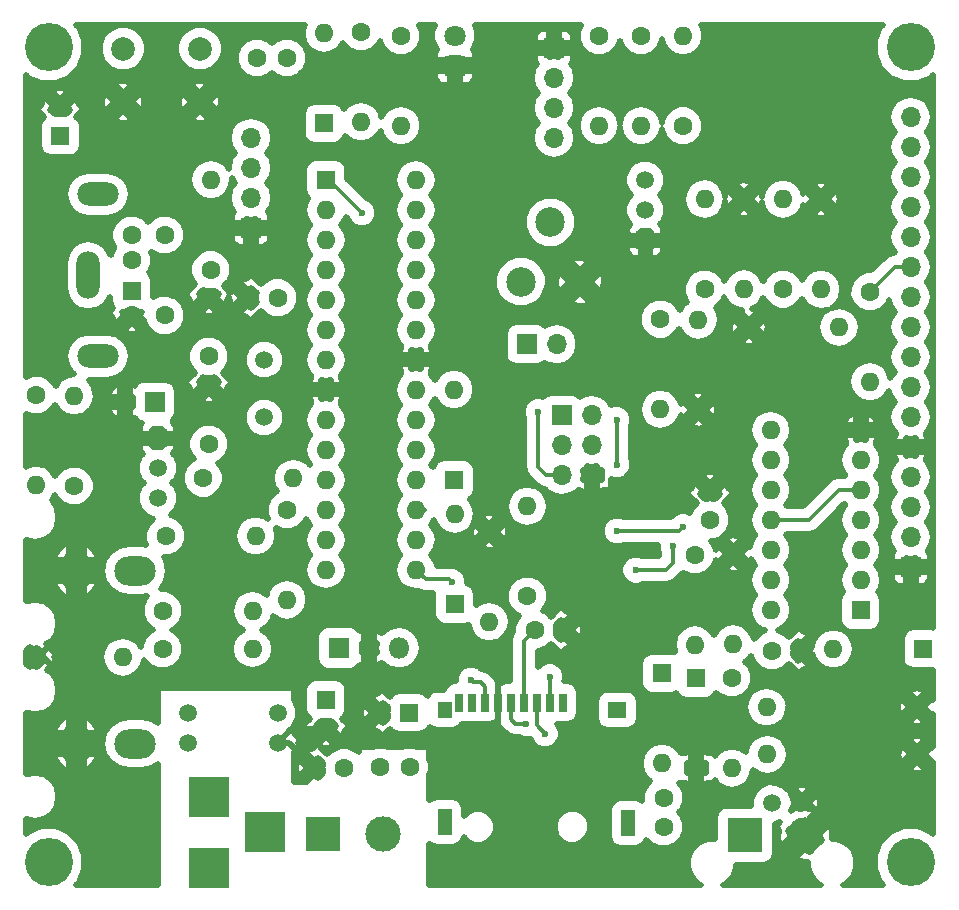
<source format=gbr>
G04 #@! TF.FileFunction,Copper,L1,Top,Signal*
%FSLAX46Y46*%
G04 Gerber Fmt 4.6, Leading zero omitted, Abs format (unit mm)*
G04 Created by KiCad (PCBNEW 4.0.7) date 01/02/22 20:16:04*
%MOMM*%
%LPD*%
G01*
G04 APERTURE LIST*
%ADD10C,0.100000*%
%ADD11C,1.600000*%
%ADD12O,1.600000X1.600000*%
%ADD13R,1.600000X1.600000*%
%ADD14R,3.500000X3.500000*%
%ADD15C,4.064000*%
%ADD16R,1.700000X1.700000*%
%ADD17O,1.700000X1.700000*%
%ADD18O,2.500000X3.500000*%
%ADD19O,3.500000X2.500000*%
%ADD20O,3.500000X2.000000*%
%ADD21O,2.000000X4.000000*%
%ADD22C,2.500000*%
%ADD23C,2.000000*%
%ADD24R,1.800000X1.800000*%
%ADD25O,1.800000X1.800000*%
%ADD26R,0.700000X1.600000*%
%ADD27R,1.200000X1.400000*%
%ADD28R,1.600000X1.400000*%
%ADD29R,1.200000X2.200000*%
%ADD30C,1.500000*%
%ADD31C,1.800000*%
%ADD32C,1.520000*%
%ADD33R,1.520000X1.520000*%
%ADD34R,3.000000X3.000000*%
%ADD35C,3.000000*%
%ADD36C,0.600000*%
%ADD37C,0.500000*%
%ADD38C,0.350000*%
G04 APERTURE END LIST*
D10*
D11*
X113870000Y-78860000D03*
D12*
X113870000Y-86480000D03*
D11*
X92330000Y-107010000D03*
D12*
X92330000Y-114630000D03*
D13*
X78480000Y-121230000D03*
D11*
X78480000Y-123730000D03*
X75170000Y-66900000D03*
X72670000Y-66900000D03*
D13*
X56000000Y-73500000D03*
D11*
X56000000Y-71000000D03*
X74400000Y-87200000D03*
X71900000Y-87200000D03*
X68560000Y-87170000D03*
X68560000Y-92170000D03*
X68560000Y-94600000D03*
X68560000Y-99600000D03*
X96150000Y-115340000D03*
X98650000Y-115340000D03*
D13*
X85520000Y-122350000D03*
D11*
X83020000Y-122350000D03*
D13*
X78330000Y-72430000D03*
D12*
X78330000Y-64810000D03*
D13*
X89340000Y-102600000D03*
D12*
X89340000Y-94980000D03*
D13*
X89380000Y-113160000D03*
D12*
X89380000Y-105540000D03*
D14*
X68620000Y-129460000D03*
X68620000Y-135460000D03*
X73320000Y-132460000D03*
D15*
X128000000Y-66000000D03*
X55000000Y-66000000D03*
D16*
X98450000Y-97160000D03*
D17*
X100990000Y-97160000D03*
X98450000Y-99700000D03*
X100990000Y-99700000D03*
X98450000Y-102240000D03*
X100990000Y-102240000D03*
D15*
X128000000Y-135000000D03*
X55000000Y-135000000D03*
D16*
X97790000Y-66040000D03*
D17*
X97790000Y-68580000D03*
X97790000Y-71120000D03*
X97790000Y-73660000D03*
D16*
X72136000Y-81280000D03*
D17*
X72136000Y-78740000D03*
X72136000Y-76200000D03*
X72136000Y-73660000D03*
D18*
X57340000Y-110310000D03*
D19*
X62340000Y-110310000D03*
D18*
X57340000Y-124950000D03*
D19*
X62340000Y-124950000D03*
D16*
X95480000Y-91140000D03*
D17*
X98020000Y-91140000D03*
D20*
X59180000Y-78460000D03*
X59180000Y-92160000D03*
D13*
X62030000Y-86610000D03*
D11*
X62030000Y-84010000D03*
X62030000Y-88710000D03*
X62030000Y-81910000D03*
X64830000Y-88710000D03*
X64830000Y-81910000D03*
D21*
X58380000Y-85310000D03*
D11*
X81460000Y-64690000D03*
D12*
X81460000Y-72310000D03*
D11*
X105156000Y-65024000D03*
D12*
X105156000Y-72644000D03*
D11*
X101600000Y-65024000D03*
D12*
X101600000Y-72644000D03*
D11*
X64920000Y-107370000D03*
D12*
X72540000Y-107370000D03*
D11*
X53680000Y-117650000D03*
D12*
X61300000Y-117650000D03*
D11*
X108712000Y-72644000D03*
D12*
X108712000Y-65024000D03*
D11*
X64650000Y-116930000D03*
D12*
X72270000Y-116930000D03*
D11*
X64680000Y-113690000D03*
D12*
X72300000Y-113690000D03*
D11*
X117180000Y-86500000D03*
D12*
X117180000Y-78880000D03*
D11*
X120390000Y-78870000D03*
D12*
X120390000Y-86490000D03*
D11*
X110540000Y-86480000D03*
D12*
X110540000Y-78860000D03*
D11*
X106810000Y-89040000D03*
D12*
X106810000Y-96660000D03*
D11*
X110030000Y-96700000D03*
D12*
X110030000Y-89080000D03*
D11*
X57190000Y-103130000D03*
D12*
X57190000Y-95510000D03*
D11*
X53970000Y-95460000D03*
D12*
X53970000Y-103080000D03*
D22*
X97496000Y-80812000D03*
X99996000Y-85852000D03*
X94996000Y-85852000D03*
D23*
X67818000Y-66112000D03*
X67818000Y-70612000D03*
X61318000Y-66112000D03*
X61318000Y-70612000D03*
D24*
X79600000Y-116850000D03*
D25*
X82140000Y-116850000D03*
X84680000Y-116850000D03*
D13*
X78486000Y-77216000D03*
D12*
X86106000Y-110236000D03*
X78486000Y-79756000D03*
X86106000Y-107696000D03*
X78486000Y-82296000D03*
X86106000Y-105156000D03*
X78486000Y-84836000D03*
X86106000Y-102616000D03*
X78486000Y-87376000D03*
X86106000Y-100076000D03*
X78486000Y-89916000D03*
X86106000Y-97536000D03*
X78486000Y-92456000D03*
X86106000Y-94996000D03*
X78486000Y-94996000D03*
X86106000Y-92456000D03*
X78486000Y-97536000D03*
X86106000Y-89916000D03*
X78486000Y-100076000D03*
X86106000Y-87376000D03*
X78486000Y-102616000D03*
X86106000Y-84836000D03*
X78486000Y-105156000D03*
X86106000Y-82296000D03*
X78486000Y-107696000D03*
X86106000Y-79756000D03*
X78486000Y-110236000D03*
X86106000Y-77216000D03*
D16*
X128000000Y-110000000D03*
D17*
X128000000Y-107460000D03*
X128000000Y-104920000D03*
X128000000Y-102380000D03*
X128000000Y-99840000D03*
X128000000Y-97300000D03*
X128000000Y-94760000D03*
X128000000Y-92220000D03*
X128000000Y-89680000D03*
X128000000Y-87140000D03*
X128000000Y-84600000D03*
X128000000Y-82060000D03*
X128000000Y-79520000D03*
X128000000Y-76980000D03*
X128000000Y-74440000D03*
X128000000Y-71900000D03*
D26*
X90860000Y-121500000D03*
X91960000Y-121500000D03*
X93060000Y-121500000D03*
X94160000Y-121500000D03*
X95260000Y-121500000D03*
X96360000Y-121500000D03*
X97460000Y-121500000D03*
X98560000Y-121500000D03*
D27*
X88560000Y-122100000D03*
D28*
X103160000Y-122100000D03*
D29*
X104060000Y-131700000D03*
X88560000Y-131600000D03*
D26*
X89760000Y-121500000D03*
D30*
X73260000Y-97340000D03*
X73260000Y-92460000D03*
D24*
X89408000Y-67564000D03*
D31*
X89408000Y-65024000D03*
D11*
X84836000Y-65024000D03*
D12*
X84836000Y-72644000D03*
D32*
X64260000Y-101640000D03*
X64260000Y-104180000D03*
D33*
X64260000Y-99100000D03*
D11*
X68110000Y-102490000D03*
D12*
X75730000Y-102490000D03*
D16*
X64008000Y-96012000D03*
D17*
X61468000Y-96012000D03*
D11*
X68730000Y-84830000D03*
D12*
X68730000Y-77210000D03*
D34*
X78232000Y-132588000D03*
D35*
X83312000Y-132588000D03*
D32*
X105520000Y-79780000D03*
X105520000Y-77240000D03*
D33*
X105520000Y-82320000D03*
D11*
X95550000Y-112490000D03*
D12*
X95550000Y-104870000D03*
D11*
X107070000Y-129530000D03*
X107070000Y-132030000D03*
X116250000Y-117080000D03*
X118750000Y-117080000D03*
D13*
X109830000Y-119420000D03*
D12*
X109830000Y-127040000D03*
D13*
X129050000Y-116940000D03*
D12*
X121430000Y-116940000D03*
D30*
X116260000Y-130000000D03*
X118800000Y-130000000D03*
D34*
X113974000Y-132728000D03*
D35*
X119054000Y-132728000D03*
D11*
X128550000Y-125870000D03*
D12*
X115850000Y-125870000D03*
D11*
X128520000Y-121870000D03*
D12*
X115820000Y-121870000D03*
D11*
X112990000Y-108910000D03*
D12*
X112990000Y-116530000D03*
D11*
X75200000Y-105170000D03*
D12*
X75200000Y-112790000D03*
D13*
X123770000Y-113660000D03*
D12*
X116150000Y-98420000D03*
X123770000Y-111120000D03*
X116150000Y-100960000D03*
X123770000Y-108580000D03*
X116150000Y-103500000D03*
X123770000Y-106040000D03*
X116150000Y-106040000D03*
X123770000Y-103500000D03*
X116150000Y-108580000D03*
X123770000Y-100960000D03*
X116150000Y-111120000D03*
X123770000Y-98420000D03*
X116150000Y-113660000D03*
D11*
X112850000Y-119420000D03*
D12*
X112850000Y-127040000D03*
D11*
X111010000Y-106030000D03*
X111010000Y-103530000D03*
D13*
X106930000Y-119000000D03*
D12*
X106930000Y-126620000D03*
D11*
X109720000Y-108990000D03*
D12*
X109720000Y-116610000D03*
D11*
X124530000Y-86700000D03*
D12*
X124530000Y-94320000D03*
D11*
X114300000Y-89720000D03*
D12*
X121920000Y-89720000D03*
D11*
X83090000Y-126930000D03*
X85590000Y-126930000D03*
X80000000Y-127000000D03*
X77500000Y-127000000D03*
D30*
X66770000Y-122340000D03*
X74390000Y-122340000D03*
X66770000Y-124880000D03*
X74390000Y-124880000D03*
D36*
X96450000Y-96850000D03*
X81534000Y-80010000D03*
X90780000Y-119610000D03*
X97050000Y-124110000D03*
X95420000Y-123280000D03*
X97430000Y-119280000D03*
X108700000Y-106600000D03*
X103140000Y-106960000D03*
X107870000Y-108260000D03*
X104720000Y-110280000D03*
X103124000Y-101346000D03*
X103124000Y-97536000D03*
X89130000Y-111260000D03*
D37*
X74390000Y-124880000D02*
X75380000Y-124880000D01*
X75380000Y-124880000D02*
X77500000Y-127000000D01*
X78480000Y-123730000D02*
X75540000Y-123730000D01*
X75540000Y-123730000D02*
X74390000Y-124880000D01*
X93060000Y-121500000D02*
X93060000Y-123440000D01*
X93060000Y-123440000D02*
X92840000Y-123660000D01*
X93060000Y-121500000D02*
X93060000Y-119510000D01*
X93060000Y-119510000D02*
X93320000Y-119250000D01*
X53680000Y-117650000D02*
X54520000Y-117650000D01*
X57340000Y-120470000D02*
X57340000Y-124950000D01*
X54520000Y-117650000D02*
X57340000Y-120470000D01*
X53680000Y-117650000D02*
X54100000Y-117650000D01*
X54100000Y-117650000D02*
X57340000Y-114410000D01*
X57340000Y-114410000D02*
X57340000Y-110310000D01*
D38*
X98450000Y-102240000D02*
X97140000Y-102240000D01*
X96440000Y-101540000D02*
X96450000Y-96850000D01*
X97140000Y-102240000D02*
X96440000Y-101540000D01*
X81534000Y-80010000D02*
X78740000Y-77216000D01*
X78740000Y-77216000D02*
X78486000Y-77216000D01*
X95260000Y-121500000D02*
X95260000Y-116230000D01*
X95260000Y-116230000D02*
X96150000Y-115340000D01*
X91960000Y-120150000D02*
X91960000Y-121500000D01*
X91590000Y-119780000D02*
X91960000Y-120150000D01*
X90950000Y-119780000D02*
X91590000Y-119780000D01*
X90780000Y-119610000D02*
X90950000Y-119780000D01*
X98252000Y-99930000D02*
X98450000Y-99700000D01*
X86106000Y-105156000D02*
X86868000Y-105156000D01*
X86106000Y-105156000D02*
X86106000Y-105034000D01*
X96360000Y-123420000D02*
X96360000Y-121500000D01*
X97050000Y-124110000D02*
X96360000Y-123420000D01*
X94160000Y-122890000D02*
X94160000Y-121500000D01*
X94530000Y-123260000D02*
X94160000Y-122890000D01*
X95400000Y-123260000D02*
X94530000Y-123260000D01*
X95420000Y-123280000D02*
X95400000Y-123260000D01*
X97460000Y-119310000D02*
X97460000Y-121500000D01*
X97430000Y-119280000D02*
X97460000Y-119310000D01*
X128000000Y-84600000D02*
X126630000Y-84600000D01*
X126630000Y-84600000D02*
X124530000Y-86700000D01*
X108340000Y-106960000D02*
X108700000Y-106600000D01*
X108340000Y-106960000D02*
X103140000Y-106960000D01*
X103140000Y-106960000D02*
X103220000Y-106880000D01*
X104720000Y-110280000D02*
X107290000Y-110280000D01*
X107870000Y-109700000D02*
X107870000Y-108260000D01*
X107290000Y-110280000D02*
X107870000Y-109700000D01*
X104720000Y-110280000D02*
X104780000Y-110340000D01*
X103124000Y-101346000D02*
X103124000Y-97536000D01*
X89130000Y-111260000D02*
X88930000Y-111060000D01*
X88930000Y-111060000D02*
X86930000Y-111060000D01*
X86930000Y-111060000D02*
X86106000Y-110236000D01*
X123770000Y-103500000D02*
X121900000Y-103500000D01*
X119360000Y-106040000D02*
X116150000Y-106040000D01*
X121900000Y-103500000D02*
X119360000Y-106040000D01*
D37*
G36*
X76667017Y-64085906D02*
X76530000Y-64774736D01*
X76530000Y-64845264D01*
X76667017Y-65534094D01*
X77057208Y-66118056D01*
X77641170Y-66508247D01*
X78330000Y-66645264D01*
X79018830Y-66508247D01*
X79602792Y-66118056D01*
X79911536Y-65655988D01*
X79933145Y-65708286D01*
X80439051Y-66215076D01*
X81100387Y-66489687D01*
X81816471Y-66490312D01*
X82478286Y-66216855D01*
X82985076Y-65710949D01*
X83078888Y-65485024D01*
X83309145Y-66042286D01*
X83815051Y-66549076D01*
X84476387Y-66823687D01*
X85192471Y-66824312D01*
X85854286Y-66550855D01*
X86361076Y-66044949D01*
X86635687Y-65383613D01*
X86636312Y-64667529D01*
X86391483Y-64075000D01*
X87744770Y-64075000D01*
X87508331Y-64644409D01*
X87507671Y-65400275D01*
X87796319Y-66098857D01*
X87898655Y-66201371D01*
X87865399Y-66234627D01*
X87750000Y-66513224D01*
X87750000Y-66924500D01*
X87939500Y-67114000D01*
X88958000Y-67114000D01*
X88958000Y-66894433D01*
X89028409Y-66923669D01*
X89784275Y-66924329D01*
X89858000Y-66893866D01*
X89858000Y-67114000D01*
X90876500Y-67114000D01*
X91066000Y-66924500D01*
X91066000Y-66513224D01*
X90950601Y-66234627D01*
X90917635Y-66201661D01*
X91017802Y-66101669D01*
X91307669Y-65403591D01*
X91307987Y-65039225D01*
X96182000Y-65039225D01*
X96182000Y-65425500D01*
X96371500Y-65615000D01*
X97365000Y-65615000D01*
X97365000Y-64621500D01*
X98215000Y-64621500D01*
X98215000Y-65615000D01*
X99208500Y-65615000D01*
X99398000Y-65425500D01*
X99398000Y-65039225D01*
X99282602Y-64760628D01*
X99069373Y-64547399D01*
X98790776Y-64432000D01*
X98404500Y-64432000D01*
X98215000Y-64621500D01*
X97365000Y-64621500D01*
X97175500Y-64432000D01*
X96789224Y-64432000D01*
X96510627Y-64547399D01*
X96297398Y-64760628D01*
X96182000Y-65039225D01*
X91307987Y-65039225D01*
X91308329Y-64647725D01*
X91071684Y-64075000D01*
X100045048Y-64075000D01*
X99800313Y-64664387D01*
X99799688Y-65380471D01*
X100073145Y-66042286D01*
X100579051Y-66549076D01*
X101240387Y-66823687D01*
X101956471Y-66824312D01*
X102618286Y-66550855D01*
X103125076Y-66044949D01*
X103378284Y-65435157D01*
X103629145Y-66042286D01*
X104135051Y-66549076D01*
X104796387Y-66823687D01*
X105512471Y-66824312D01*
X106174286Y-66550855D01*
X106681076Y-66044949D01*
X106955687Y-65383613D01*
X106955778Y-65279351D01*
X107049017Y-65748094D01*
X107439208Y-66332056D01*
X108023170Y-66722247D01*
X108712000Y-66859264D01*
X109400830Y-66722247D01*
X109984792Y-66332056D01*
X110374983Y-65748094D01*
X110512000Y-65059264D01*
X110512000Y-64988736D01*
X110374983Y-64299906D01*
X110224706Y-64075000D01*
X125636721Y-64075000D01*
X125431095Y-64280268D01*
X124968528Y-65394252D01*
X124967475Y-66600456D01*
X125428097Y-67715246D01*
X126280268Y-68568905D01*
X127394252Y-69031472D01*
X128600456Y-69032525D01*
X129715246Y-68571903D01*
X129925000Y-68362515D01*
X129925000Y-115135597D01*
X129850000Y-115120409D01*
X128250000Y-115120409D01*
X127879422Y-115190138D01*
X127539069Y-115409149D01*
X127310738Y-115743322D01*
X127230409Y-116140000D01*
X127230409Y-117740000D01*
X127300138Y-118110578D01*
X127519149Y-118450931D01*
X127853322Y-118679262D01*
X128250000Y-118759591D01*
X129850000Y-118759591D01*
X129925000Y-118745479D01*
X129925000Y-121264647D01*
X129750805Y-121204881D01*
X129085685Y-121870000D01*
X129750805Y-122535119D01*
X129925000Y-122475353D01*
X129925000Y-125254354D01*
X129780805Y-125204881D01*
X129115685Y-125870000D01*
X129780805Y-126535119D01*
X129925000Y-126485646D01*
X129925000Y-132636721D01*
X129719732Y-132431095D01*
X128605748Y-131968528D01*
X127399544Y-131967475D01*
X126284754Y-132428097D01*
X125431095Y-133280268D01*
X124968528Y-134394252D01*
X124967475Y-135600456D01*
X125428097Y-136715246D01*
X125637485Y-136925000D01*
X122242979Y-136925000D01*
X122499715Y-136818919D01*
X123076892Y-136242748D01*
X123389643Y-135489559D01*
X123390355Y-134674019D01*
X123078919Y-133920285D01*
X122502748Y-133343108D01*
X121749559Y-133030357D01*
X121293030Y-133029958D01*
X121345592Y-132506851D01*
X121255784Y-132055361D01*
X120980961Y-131861699D01*
X120114660Y-132728000D01*
X120482356Y-133095696D01*
X120276885Y-133301167D01*
X120180285Y-133341081D01*
X119603108Y-133917252D01*
X119562141Y-134015911D01*
X119421696Y-134156356D01*
X119054000Y-133788660D01*
X118187699Y-134654961D01*
X118381361Y-134929784D01*
X119275149Y-135019592D01*
X119290055Y-135016627D01*
X119289645Y-135485981D01*
X119601081Y-136239715D01*
X120177252Y-136816892D01*
X120437605Y-136925000D01*
X112082979Y-136925000D01*
X112339715Y-136818919D01*
X112916892Y-136242748D01*
X113229643Y-135489559D01*
X113229854Y-135247591D01*
X115474000Y-135247591D01*
X115844578Y-135177862D01*
X116184931Y-134958851D01*
X116413262Y-134624678D01*
X116493591Y-134228000D01*
X116493591Y-131750205D01*
X116606569Y-131750304D01*
X116906836Y-131626236D01*
X116545651Y-131987421D01*
X116830428Y-132272198D01*
X116762408Y-132949149D01*
X116852216Y-133400639D01*
X117127039Y-133594301D01*
X117993340Y-132728000D01*
X117625644Y-132360304D01*
X118506673Y-131479275D01*
X118816546Y-131537453D01*
X118906266Y-131519606D01*
X119054000Y-131667340D01*
X119275099Y-131446241D01*
X119373072Y-131426753D01*
X119409067Y-131312273D01*
X119920301Y-130801039D01*
X119726639Y-130526216D01*
X118832851Y-130436408D01*
X118580395Y-130486625D01*
X118313421Y-130219651D01*
X117886316Y-130646756D01*
X118009696Y-130349624D01*
X118009774Y-130259896D01*
X118269670Y-130000000D01*
X119330330Y-130000000D01*
X119980751Y-130650421D01*
X120226753Y-130573072D01*
X120337453Y-129983454D01*
X120226753Y-129426928D01*
X119980751Y-129349579D01*
X119330330Y-130000000D01*
X118269670Y-130000000D01*
X118010228Y-129740558D01*
X118010304Y-129653431D01*
X117744443Y-129009999D01*
X117554026Y-128819249D01*
X118149579Y-128819249D01*
X118800000Y-129469670D01*
X119450421Y-128819249D01*
X119373072Y-128573247D01*
X118783454Y-128462547D01*
X118226928Y-128573247D01*
X118149579Y-128819249D01*
X117554026Y-128819249D01*
X117252590Y-128517287D01*
X116609624Y-128250304D01*
X115913431Y-128249696D01*
X115269999Y-128515557D01*
X114777287Y-129007410D01*
X114510304Y-129650376D01*
X114509817Y-130208409D01*
X112474000Y-130208409D01*
X112103422Y-130278138D01*
X111763069Y-130497149D01*
X111534738Y-130831322D01*
X111454409Y-131228000D01*
X111454409Y-133030239D01*
X110774019Y-133029645D01*
X110020285Y-133341081D01*
X109443108Y-133917252D01*
X109130357Y-134670441D01*
X109129645Y-135485981D01*
X109441081Y-136239715D01*
X110017252Y-136816892D01*
X110277605Y-136925000D01*
X87250000Y-136925000D01*
X87250000Y-133425178D01*
X87563322Y-133639262D01*
X87960000Y-133719591D01*
X89160000Y-133719591D01*
X89530578Y-133649862D01*
X89870931Y-133430851D01*
X90099262Y-133096678D01*
X90139068Y-132900110D01*
X90509209Y-133270897D01*
X91060323Y-133499739D01*
X91657059Y-133500260D01*
X92208572Y-133272380D01*
X92630897Y-132850791D01*
X92859739Y-132299677D01*
X92859741Y-132297059D01*
X97859740Y-132297059D01*
X98087620Y-132848572D01*
X98509209Y-133270897D01*
X99060323Y-133499739D01*
X99657059Y-133500260D01*
X100208572Y-133272380D01*
X100630897Y-132850791D01*
X100859739Y-132299677D01*
X100860260Y-131702941D01*
X100632380Y-131151428D01*
X100210791Y-130729103D01*
X99899876Y-130600000D01*
X102440409Y-130600000D01*
X102440409Y-132800000D01*
X102510138Y-133170578D01*
X102729149Y-133510931D01*
X103063322Y-133739262D01*
X103460000Y-133819591D01*
X104660000Y-133819591D01*
X105030578Y-133749862D01*
X105370931Y-133530851D01*
X105599262Y-133196678D01*
X105614780Y-133120046D01*
X106049051Y-133555076D01*
X106710387Y-133829687D01*
X107426471Y-133830312D01*
X108088286Y-133556855D01*
X108595076Y-133050949D01*
X108869687Y-132389613D01*
X108870312Y-131673529D01*
X108596855Y-131011714D01*
X108365585Y-130780040D01*
X108595076Y-130550949D01*
X108869687Y-129889613D01*
X108870312Y-129173529D01*
X108596855Y-128511714D01*
X108375530Y-128290002D01*
X108937939Y-128290002D01*
X109199369Y-128464665D01*
X109430000Y-128348737D01*
X109430000Y-127440000D01*
X109030000Y-127440000D01*
X109030000Y-126640000D01*
X109430000Y-126640000D01*
X109430000Y-125731263D01*
X110230000Y-125731263D01*
X110230000Y-126640000D01*
X110630000Y-126640000D01*
X110630000Y-127440000D01*
X110230000Y-127440000D01*
X110230000Y-128348737D01*
X110460631Y-128464665D01*
X110722061Y-128290002D01*
X111388000Y-128290002D01*
X111388000Y-128064887D01*
X111577208Y-128348056D01*
X112161170Y-128738247D01*
X112850000Y-128875264D01*
X113538830Y-128738247D01*
X114122792Y-128348056D01*
X114512983Y-127764094D01*
X114625467Y-127198600D01*
X115125906Y-127532983D01*
X115814736Y-127670000D01*
X115885264Y-127670000D01*
X116574094Y-127532983D01*
X117158056Y-127142792D01*
X117186110Y-127100805D01*
X127884881Y-127100805D01*
X127969983Y-127348846D01*
X128580064Y-127458239D01*
X129130017Y-127348846D01*
X129215119Y-127100805D01*
X128550000Y-126435685D01*
X127884881Y-127100805D01*
X117186110Y-127100805D01*
X117548247Y-126558830D01*
X117679283Y-125900064D01*
X126961761Y-125900064D01*
X127071154Y-126450017D01*
X127319195Y-126535119D01*
X127984315Y-125870000D01*
X127319195Y-125204881D01*
X127071154Y-125289983D01*
X126961761Y-125900064D01*
X117679283Y-125900064D01*
X117685264Y-125870000D01*
X117548247Y-125181170D01*
X117186111Y-124639195D01*
X127884881Y-124639195D01*
X128550000Y-125304315D01*
X129215119Y-124639195D01*
X129130017Y-124391154D01*
X128519936Y-124281761D01*
X127969983Y-124391154D01*
X127884881Y-124639195D01*
X117186111Y-124639195D01*
X117158056Y-124597208D01*
X116574094Y-124207017D01*
X115885264Y-124070000D01*
X115814736Y-124070000D01*
X115125906Y-124207017D01*
X114541944Y-124597208D01*
X114151753Y-125181170D01*
X114051652Y-125684410D01*
X113538830Y-125341753D01*
X112850000Y-125204736D01*
X112161170Y-125341753D01*
X111577208Y-125731944D01*
X111388000Y-126015113D01*
X111388000Y-125789998D01*
X110722061Y-125789998D01*
X110460631Y-125615335D01*
X110230000Y-125731263D01*
X109430000Y-125731263D01*
X109199369Y-125615335D01*
X108937939Y-125789998D01*
X108522218Y-125789998D01*
X108202792Y-125311944D01*
X107618830Y-124921753D01*
X106930000Y-124784736D01*
X106241170Y-124921753D01*
X105657208Y-125311944D01*
X105267017Y-125895906D01*
X105130000Y-126584736D01*
X105130000Y-126655264D01*
X105267017Y-127344094D01*
X105657208Y-127928056D01*
X105938591Y-128116070D01*
X105544924Y-128509051D01*
X105270313Y-129170387D01*
X105269758Y-129806330D01*
X105056678Y-129660738D01*
X104660000Y-129580409D01*
X103460000Y-129580409D01*
X103089422Y-129650138D01*
X102749069Y-129869149D01*
X102520738Y-130203322D01*
X102440409Y-130600000D01*
X99899876Y-130600000D01*
X99659677Y-130500261D01*
X99062941Y-130499740D01*
X98511428Y-130727620D01*
X98089103Y-131149209D01*
X97860261Y-131700323D01*
X97859740Y-132297059D01*
X92859741Y-132297059D01*
X92860260Y-131702941D01*
X92632380Y-131151428D01*
X92210791Y-130729103D01*
X91659677Y-130500261D01*
X91062941Y-130499740D01*
X90511428Y-130727620D01*
X90179591Y-131058879D01*
X90179591Y-130500000D01*
X90109862Y-130129422D01*
X89890851Y-129789069D01*
X89556678Y-129560738D01*
X89160000Y-129480409D01*
X87960000Y-129480409D01*
X87589422Y-129550138D01*
X87250000Y-129768550D01*
X87250000Y-127626016D01*
X87389687Y-127289613D01*
X87390312Y-126573529D01*
X87250000Y-126233949D01*
X87250000Y-125500000D01*
X87230304Y-125402736D01*
X87174318Y-125320798D01*
X87090864Y-125267097D01*
X87000000Y-125250000D01*
X86237851Y-125250000D01*
X85949613Y-125130313D01*
X85233529Y-125129688D01*
X84942352Y-125250000D01*
X83737851Y-125250000D01*
X83449613Y-125130313D01*
X82733529Y-125129688D01*
X82442352Y-125250000D01*
X81500000Y-125250000D01*
X81402736Y-125269696D01*
X81320798Y-125325682D01*
X81267097Y-125409136D01*
X81250000Y-125500000D01*
X81250000Y-125704375D01*
X81020949Y-125474924D01*
X80359613Y-125200313D01*
X79643529Y-125199688D01*
X78981714Y-125473145D01*
X78596886Y-125857302D01*
X77959015Y-125219431D01*
X78510064Y-125318239D01*
X79060017Y-125208846D01*
X79145119Y-124960805D01*
X78480000Y-124295685D01*
X77814881Y-124960805D01*
X77874679Y-125135095D01*
X77735907Y-124996323D01*
X77283357Y-125448874D01*
X76919983Y-125521154D01*
X76834881Y-125769195D01*
X77500000Y-126434315D01*
X77782843Y-126151472D01*
X78221275Y-126589904D01*
X78200313Y-126640387D01*
X78200116Y-126865569D01*
X78065685Y-127000000D01*
X78199882Y-127134197D01*
X78199688Y-127356471D01*
X78221679Y-127409692D01*
X77782843Y-127848528D01*
X77500000Y-127565685D01*
X76834881Y-128230805D01*
X76841467Y-128250000D01*
X75750000Y-128250000D01*
X75750000Y-127030064D01*
X75911761Y-127030064D01*
X76021154Y-127580017D01*
X76269195Y-127665119D01*
X76934315Y-127000000D01*
X76269195Y-126334881D01*
X76021154Y-126419983D01*
X75911761Y-127030064D01*
X75750000Y-127030064D01*
X75750000Y-125687488D01*
X76357629Y-125079859D01*
X76157770Y-124880000D01*
X76357629Y-124680141D01*
X75750000Y-124072512D01*
X75750000Y-123494093D01*
X76476323Y-123494093D01*
X76928874Y-123946643D01*
X77001154Y-124310017D01*
X77249195Y-124395119D01*
X77914315Y-123730000D01*
X77631472Y-123447157D01*
X78029038Y-123049591D01*
X78365276Y-123049591D01*
X78480000Y-123164315D01*
X78594724Y-123049591D01*
X78930962Y-123049591D01*
X79328528Y-123447157D01*
X79045685Y-123730000D01*
X79710805Y-124395119D01*
X79958846Y-124310017D01*
X80022446Y-123955323D01*
X80483677Y-123494093D01*
X79844598Y-122855014D01*
X79990931Y-122760851D01*
X80219262Y-122426678D01*
X80228701Y-122380064D01*
X81431761Y-122380064D01*
X81541154Y-122930017D01*
X81789195Y-123015119D01*
X82454315Y-122350000D01*
X81789195Y-121684881D01*
X81541154Y-121769983D01*
X81431761Y-122380064D01*
X80228701Y-122380064D01*
X80299591Y-122030000D01*
X80299591Y-121119195D01*
X82354881Y-121119195D01*
X83020000Y-121784315D01*
X83302843Y-121501472D01*
X83700409Y-121899038D01*
X83700409Y-122235276D01*
X83585685Y-122350000D01*
X83700409Y-122464724D01*
X83700409Y-122800962D01*
X83302843Y-123198528D01*
X83020000Y-122915685D01*
X82354881Y-123580805D01*
X82439983Y-123828846D01*
X82794677Y-123892446D01*
X83255907Y-124353677D01*
X83894986Y-123714598D01*
X83989149Y-123860931D01*
X84323322Y-124089262D01*
X84720000Y-124169591D01*
X86320000Y-124169591D01*
X86690578Y-124099862D01*
X87030931Y-123880851D01*
X87259262Y-123546678D01*
X87261961Y-123533350D01*
X87563322Y-123739262D01*
X87960000Y-123819591D01*
X89160000Y-123819591D01*
X89530578Y-123749862D01*
X89870931Y-123530851D01*
X90015279Y-123319591D01*
X90110000Y-123319591D01*
X90317342Y-123280577D01*
X90510000Y-123319591D01*
X91210000Y-123319591D01*
X91417342Y-123280577D01*
X91610000Y-123319591D01*
X92310000Y-123319591D01*
X92680578Y-123249862D01*
X92978741Y-123058000D01*
X93018417Y-123058000D01*
X93058598Y-123260000D01*
X93074442Y-123339653D01*
X93329150Y-123720850D01*
X93699150Y-124090850D01*
X94080347Y-124345558D01*
X94530000Y-124435000D01*
X94811624Y-124435000D01*
X95160279Y-124579774D01*
X95677452Y-124580226D01*
X95805583Y-124527283D01*
X95823020Y-124544721D01*
X95947271Y-124845429D01*
X96312647Y-125211444D01*
X96790279Y-125409774D01*
X97307452Y-125410226D01*
X97785429Y-125212729D01*
X98151444Y-124847353D01*
X98349774Y-124369721D01*
X98350226Y-123852548D01*
X98152729Y-123374571D01*
X98069428Y-123291125D01*
X98210000Y-123319591D01*
X98910000Y-123319591D01*
X99280578Y-123249862D01*
X99620931Y-123030851D01*
X99849262Y-122696678D01*
X99929591Y-122300000D01*
X99929591Y-121400000D01*
X101340409Y-121400000D01*
X101340409Y-122800000D01*
X101410138Y-123170578D01*
X101629149Y-123510931D01*
X101963322Y-123739262D01*
X102360000Y-123819591D01*
X103960000Y-123819591D01*
X104330578Y-123749862D01*
X104670931Y-123530851D01*
X104899262Y-123196678D01*
X104979591Y-122800000D01*
X104979591Y-121870000D01*
X113984736Y-121870000D01*
X114121753Y-122558830D01*
X114511944Y-123142792D01*
X115095906Y-123532983D01*
X115784736Y-123670000D01*
X115855264Y-123670000D01*
X116544094Y-123532983D01*
X117128056Y-123142792D01*
X117156110Y-123100805D01*
X127854881Y-123100805D01*
X127939983Y-123348846D01*
X128550064Y-123458239D01*
X129100017Y-123348846D01*
X129185119Y-123100805D01*
X128520000Y-122435685D01*
X127854881Y-123100805D01*
X117156110Y-123100805D01*
X117518247Y-122558830D01*
X117649283Y-121900064D01*
X126931761Y-121900064D01*
X127041154Y-122450017D01*
X127289195Y-122535119D01*
X127954315Y-121870000D01*
X127289195Y-121204881D01*
X127041154Y-121289983D01*
X126931761Y-121900064D01*
X117649283Y-121900064D01*
X117655264Y-121870000D01*
X117518247Y-121181170D01*
X117156111Y-120639195D01*
X127854881Y-120639195D01*
X128520000Y-121304315D01*
X129185119Y-120639195D01*
X129100017Y-120391154D01*
X128489936Y-120281761D01*
X127939983Y-120391154D01*
X127854881Y-120639195D01*
X117156111Y-120639195D01*
X117128056Y-120597208D01*
X116544094Y-120207017D01*
X115855264Y-120070000D01*
X115784736Y-120070000D01*
X115095906Y-120207017D01*
X114511944Y-120597208D01*
X114121753Y-121181170D01*
X113984736Y-121870000D01*
X104979591Y-121870000D01*
X104979591Y-121400000D01*
X104909862Y-121029422D01*
X104690851Y-120689069D01*
X104356678Y-120460738D01*
X103960000Y-120380409D01*
X102360000Y-120380409D01*
X101989422Y-120450138D01*
X101649069Y-120669149D01*
X101420738Y-121003322D01*
X101340409Y-121400000D01*
X99929591Y-121400000D01*
X99929591Y-120700000D01*
X99859862Y-120329422D01*
X99640851Y-119989069D01*
X99306678Y-119760738D01*
X98910000Y-119680409D01*
X98671355Y-119680409D01*
X98729774Y-119539721D01*
X98730226Y-119022548D01*
X98532729Y-118544571D01*
X98188760Y-118200000D01*
X105110409Y-118200000D01*
X105110409Y-119800000D01*
X105180138Y-120170578D01*
X105399149Y-120510931D01*
X105733322Y-120739262D01*
X106130000Y-120819591D01*
X107730000Y-120819591D01*
X108100578Y-120749862D01*
X108158607Y-120712522D01*
X108299149Y-120930931D01*
X108633322Y-121159262D01*
X109030000Y-121239591D01*
X110630000Y-121239591D01*
X111000578Y-121169862D01*
X111340931Y-120950851D01*
X111541616Y-120657139D01*
X111829051Y-120945076D01*
X112490387Y-121219687D01*
X113206471Y-121220312D01*
X113868286Y-120946855D01*
X114375076Y-120440949D01*
X114649687Y-119779613D01*
X114650312Y-119063529D01*
X114376855Y-118401714D01*
X113993681Y-118017870D01*
X114262792Y-117838056D01*
X114480804Y-117511778D01*
X114723145Y-118098286D01*
X115229051Y-118605076D01*
X115890387Y-118879687D01*
X116606471Y-118880312D01*
X117268286Y-118606855D01*
X117653114Y-118222698D01*
X118514093Y-119083677D01*
X118966643Y-118631126D01*
X119330017Y-118558846D01*
X119415119Y-118310805D01*
X118750000Y-117645685D01*
X118467157Y-117928528D01*
X118028725Y-117490096D01*
X118049687Y-117439613D01*
X118049884Y-117214431D01*
X118184315Y-117080000D01*
X119315685Y-117080000D01*
X119698788Y-117463102D01*
X119731753Y-117628830D01*
X120121944Y-118212792D01*
X120705906Y-118602983D01*
X121394736Y-118740000D01*
X121465264Y-118740000D01*
X122154094Y-118602983D01*
X122738056Y-118212792D01*
X123128247Y-117628830D01*
X123265264Y-116940000D01*
X123128247Y-116251170D01*
X122738056Y-115667208D01*
X122154094Y-115277017D01*
X121465264Y-115140000D01*
X121394736Y-115140000D01*
X120705906Y-115277017D01*
X120121944Y-115667208D01*
X119731753Y-116251170D01*
X119629263Y-116766423D01*
X119315685Y-117080000D01*
X118184315Y-117080000D01*
X118050118Y-116945803D01*
X118050312Y-116723529D01*
X118028321Y-116670308D01*
X118467157Y-116231472D01*
X118750000Y-116514315D01*
X119415119Y-115849195D01*
X119330017Y-115601154D01*
X118975323Y-115537554D01*
X118514093Y-115076323D01*
X117652887Y-115937529D01*
X117270949Y-115554924D01*
X116764752Y-115344732D01*
X116874094Y-115322983D01*
X117458056Y-114932792D01*
X117848247Y-114348830D01*
X117985264Y-113660000D01*
X117848247Y-112971170D01*
X117459922Y-112390000D01*
X117848247Y-111808830D01*
X117985264Y-111120000D01*
X117848247Y-110431170D01*
X117459922Y-109850000D01*
X117848247Y-109268830D01*
X117985264Y-108580000D01*
X117848247Y-107891170D01*
X117459922Y-107310000D01*
X117523399Y-107215000D01*
X119360000Y-107215000D01*
X119809653Y-107125558D01*
X120190850Y-106870850D01*
X122386701Y-104675000D01*
X122396601Y-104675000D01*
X122460078Y-104770000D01*
X122071753Y-105351170D01*
X121934736Y-106040000D01*
X122071753Y-106728830D01*
X122460078Y-107310000D01*
X122071753Y-107891170D01*
X121934736Y-108580000D01*
X122071753Y-109268830D01*
X122460078Y-109850000D01*
X122071753Y-110431170D01*
X121934736Y-111120000D01*
X122071753Y-111808830D01*
X122277751Y-112117128D01*
X122259069Y-112129149D01*
X122030738Y-112463322D01*
X121950409Y-112860000D01*
X121950409Y-114460000D01*
X122020138Y-114830578D01*
X122239149Y-115170931D01*
X122573322Y-115399262D01*
X122970000Y-115479591D01*
X124570000Y-115479591D01*
X124940578Y-115409862D01*
X125280931Y-115190851D01*
X125509262Y-114856678D01*
X125589591Y-114460000D01*
X125589591Y-112860000D01*
X125519862Y-112489422D01*
X125300851Y-112149069D01*
X125259696Y-112120949D01*
X125468247Y-111808830D01*
X125605264Y-111120000D01*
X125504714Y-110614500D01*
X126392000Y-110614500D01*
X126392000Y-111000775D01*
X126507398Y-111279372D01*
X126720627Y-111492601D01*
X126999224Y-111608000D01*
X127385500Y-111608000D01*
X127575000Y-111418500D01*
X127575000Y-110425000D01*
X128425000Y-110425000D01*
X128425000Y-111418500D01*
X128614500Y-111608000D01*
X129000776Y-111608000D01*
X129279373Y-111492601D01*
X129492602Y-111279372D01*
X129608000Y-111000775D01*
X129608000Y-110614500D01*
X129418500Y-110425000D01*
X128425000Y-110425000D01*
X127575000Y-110425000D01*
X126581500Y-110425000D01*
X126392000Y-110614500D01*
X125504714Y-110614500D01*
X125468247Y-110431170D01*
X125079922Y-109850000D01*
X125468247Y-109268830D01*
X125605264Y-108580000D01*
X125468247Y-107891170D01*
X125079922Y-107310000D01*
X125468247Y-106728830D01*
X125605264Y-106040000D01*
X125468247Y-105351170D01*
X125079922Y-104770000D01*
X125468247Y-104188830D01*
X125605264Y-103500000D01*
X125468247Y-102811170D01*
X125180149Y-102380000D01*
X126113756Y-102380000D01*
X126254579Y-103087964D01*
X126630118Y-103650000D01*
X126254579Y-104212036D01*
X126113756Y-104920000D01*
X126254579Y-105627964D01*
X126630118Y-106190000D01*
X126254579Y-106752036D01*
X126113756Y-107460000D01*
X126254579Y-108167964D01*
X126577210Y-108650816D01*
X126507398Y-108720628D01*
X126392000Y-108999225D01*
X126392000Y-109385500D01*
X126581500Y-109575000D01*
X127575000Y-109575000D01*
X127575000Y-109232672D01*
X127963756Y-109310000D01*
X128036244Y-109310000D01*
X128425000Y-109232672D01*
X128425000Y-109575000D01*
X129418500Y-109575000D01*
X129608000Y-109385500D01*
X129608000Y-108999225D01*
X129492602Y-108720628D01*
X129422790Y-108650816D01*
X129745421Y-108167964D01*
X129886244Y-107460000D01*
X129745421Y-106752036D01*
X129369882Y-106190000D01*
X129745421Y-105627964D01*
X129886244Y-104920000D01*
X129745421Y-104212036D01*
X129369882Y-103650000D01*
X129745421Y-103087964D01*
X129886244Y-102380000D01*
X129745421Y-101672036D01*
X129344392Y-101071852D01*
X129250002Y-101008783D01*
X129250002Y-100824534D01*
X129465241Y-100502369D01*
X129353336Y-100265000D01*
X128425000Y-100265000D01*
X128425000Y-100607328D01*
X128036244Y-100530000D01*
X127963756Y-100530000D01*
X127575000Y-100607328D01*
X127575000Y-100265000D01*
X126646664Y-100265000D01*
X126534759Y-100502369D01*
X126749998Y-100824534D01*
X126749998Y-101008783D01*
X126655608Y-101071852D01*
X126254579Y-101672036D01*
X126113756Y-102380000D01*
X125180149Y-102380000D01*
X125079922Y-102230000D01*
X125468247Y-101648830D01*
X125605264Y-100960000D01*
X125468247Y-100271170D01*
X125078056Y-99687208D01*
X125020002Y-99648418D01*
X125020002Y-99312061D01*
X125194665Y-99050631D01*
X125078737Y-98820000D01*
X124170000Y-98820000D01*
X124170000Y-99220000D01*
X124106902Y-99220000D01*
X123805264Y-99160000D01*
X123734736Y-99160000D01*
X123433098Y-99220000D01*
X123370000Y-99220000D01*
X123370000Y-98820000D01*
X122461263Y-98820000D01*
X122345335Y-99050631D01*
X122519998Y-99312061D01*
X122519998Y-99648418D01*
X122461944Y-99687208D01*
X122071753Y-100271170D01*
X121934736Y-100960000D01*
X122071753Y-101648830D01*
X122460078Y-102230000D01*
X122396601Y-102325000D01*
X121900000Y-102325000D01*
X121450347Y-102414442D01*
X121069149Y-102669150D01*
X118873300Y-104865000D01*
X117523399Y-104865000D01*
X117459922Y-104770000D01*
X117848247Y-104188830D01*
X117985264Y-103500000D01*
X117848247Y-102811170D01*
X117459922Y-102230000D01*
X117848247Y-101648830D01*
X117985264Y-100960000D01*
X117848247Y-100271170D01*
X117459922Y-99690000D01*
X117848247Y-99108830D01*
X117985264Y-98420000D01*
X117859824Y-97789369D01*
X122345335Y-97789369D01*
X122461263Y-98020000D01*
X123370000Y-98020000D01*
X123370000Y-97103693D01*
X124170000Y-97103693D01*
X124170000Y-98020000D01*
X125078737Y-98020000D01*
X125194665Y-97789369D01*
X124897838Y-97345088D01*
X124400635Y-96995306D01*
X124170000Y-97103693D01*
X123370000Y-97103693D01*
X123139365Y-96995306D01*
X122642162Y-97345088D01*
X122345335Y-97789369D01*
X117859824Y-97789369D01*
X117848247Y-97731170D01*
X117458056Y-97147208D01*
X116874094Y-96757017D01*
X116185264Y-96620000D01*
X116114736Y-96620000D01*
X115425906Y-96757017D01*
X114841944Y-97147208D01*
X114451753Y-97731170D01*
X114314736Y-98420000D01*
X114451753Y-99108830D01*
X114840078Y-99690000D01*
X114451753Y-100271170D01*
X114314736Y-100960000D01*
X114451753Y-101648830D01*
X114840078Y-102230000D01*
X114451753Y-102811170D01*
X114314736Y-103500000D01*
X114451753Y-104188830D01*
X114840078Y-104770000D01*
X114451753Y-105351170D01*
X114314736Y-106040000D01*
X114451753Y-106728830D01*
X114840078Y-107310000D01*
X114451753Y-107891170D01*
X114371136Y-108296459D01*
X114220805Y-108244881D01*
X113555685Y-108910000D01*
X114220805Y-109575119D01*
X114468846Y-109490017D01*
X114496499Y-109335797D01*
X114840078Y-109850000D01*
X114451753Y-110431170D01*
X114314736Y-111120000D01*
X114451753Y-111808830D01*
X114840078Y-112390000D01*
X114451753Y-112971170D01*
X114314736Y-113660000D01*
X114451753Y-114348830D01*
X114841944Y-114932792D01*
X115425906Y-115322983D01*
X115670837Y-115371703D01*
X115231714Y-115553145D01*
X114724924Y-116059051D01*
X114710328Y-116094201D01*
X114652983Y-115805906D01*
X114262792Y-115221944D01*
X113678830Y-114831753D01*
X112990000Y-114694736D01*
X112301170Y-114831753D01*
X111717208Y-115221944D01*
X111328273Y-115804026D01*
X110992792Y-115301944D01*
X110408830Y-114911753D01*
X109720000Y-114774736D01*
X109031170Y-114911753D01*
X108447208Y-115301944D01*
X108057017Y-115885906D01*
X107920000Y-116574736D01*
X107920000Y-116645264D01*
X108038889Y-117242960D01*
X107730000Y-117180409D01*
X106130000Y-117180409D01*
X105759422Y-117250138D01*
X105419069Y-117469149D01*
X105190738Y-117803322D01*
X105110409Y-118200000D01*
X98188760Y-118200000D01*
X98167353Y-118178556D01*
X97689721Y-117980226D01*
X97172548Y-117979774D01*
X96694571Y-118177271D01*
X96435000Y-118436389D01*
X96435000Y-117140250D01*
X96506471Y-117140312D01*
X97168286Y-116866855D01*
X97553114Y-116482698D01*
X98414093Y-117343677D01*
X98866643Y-116891126D01*
X99230017Y-116818846D01*
X99315119Y-116570805D01*
X98650000Y-115905685D01*
X98367157Y-116188528D01*
X97928725Y-115750096D01*
X97949687Y-115699613D01*
X97949884Y-115474431D01*
X98084315Y-115340000D01*
X99215685Y-115340000D01*
X99880805Y-116005119D01*
X100128846Y-115920017D01*
X100238239Y-115309936D01*
X100128846Y-114759983D01*
X99880805Y-114674881D01*
X99215685Y-115340000D01*
X98084315Y-115340000D01*
X97950118Y-115205803D01*
X97950312Y-114983529D01*
X97928321Y-114930308D01*
X98367157Y-114491472D01*
X98650000Y-114774315D01*
X99315119Y-114109195D01*
X99230017Y-113861154D01*
X98875323Y-113797554D01*
X98414093Y-113336323D01*
X97552887Y-114197529D01*
X97170949Y-113814924D01*
X96888188Y-113697511D01*
X97075076Y-113510949D01*
X97349687Y-112849613D01*
X97350312Y-112133529D01*
X97076855Y-111471714D01*
X96570949Y-110964924D01*
X95909613Y-110690313D01*
X95193529Y-110689688D01*
X94531714Y-110963145D01*
X94024924Y-111469051D01*
X93750313Y-112130387D01*
X93749688Y-112846471D01*
X94023145Y-113508286D01*
X94529051Y-114015076D01*
X94811812Y-114132489D01*
X94624924Y-114319051D01*
X94350313Y-114980387D01*
X94349844Y-115517840D01*
X94174442Y-115780347D01*
X94085000Y-116230000D01*
X94085000Y-119680409D01*
X93810000Y-119680409D01*
X93439422Y-119750138D01*
X93141260Y-119942000D01*
X93093626Y-119942000D01*
X93045558Y-119700347D01*
X92790850Y-119319150D01*
X92420850Y-118949150D01*
X92039653Y-118694442D01*
X92016628Y-118689862D01*
X91619483Y-118610865D01*
X91517353Y-118508556D01*
X91039721Y-118310226D01*
X90522548Y-118309774D01*
X90044571Y-118507271D01*
X89678556Y-118872647D01*
X89480226Y-119350279D01*
X89479937Y-119680409D01*
X89410000Y-119680409D01*
X89039422Y-119750138D01*
X88699069Y-119969149D01*
X88470738Y-120303322D01*
X88455128Y-120380409D01*
X87960000Y-120380409D01*
X87589422Y-120450138D01*
X87249069Y-120669149D01*
X87090678Y-120900962D01*
X87050851Y-120839069D01*
X86716678Y-120610738D01*
X86320000Y-120530409D01*
X84720000Y-120530409D01*
X84349422Y-120600138D01*
X84009069Y-120819149D01*
X83895275Y-120985691D01*
X83255907Y-120346323D01*
X82803357Y-120798874D01*
X82439983Y-120871154D01*
X82354881Y-121119195D01*
X80299591Y-121119195D01*
X80299591Y-120430000D01*
X80229862Y-120059422D01*
X80010851Y-119719069D01*
X79676678Y-119490738D01*
X79280000Y-119410409D01*
X77680000Y-119410409D01*
X77309422Y-119480138D01*
X76969069Y-119699149D01*
X76740738Y-120033322D01*
X76660409Y-120430000D01*
X76660409Y-122030000D01*
X76730138Y-122400578D01*
X76949149Y-122740931D01*
X77115691Y-122854725D01*
X76476323Y-123494093D01*
X75750000Y-123494093D01*
X75750000Y-123455089D01*
X75872713Y-123332590D01*
X76139696Y-122689624D01*
X76140304Y-121993431D01*
X75874443Y-121349999D01*
X75750000Y-121225339D01*
X75750000Y-120500000D01*
X75730304Y-120402736D01*
X75674318Y-120320798D01*
X75590864Y-120267097D01*
X75500000Y-120250000D01*
X64500000Y-120250000D01*
X64402736Y-120269696D01*
X64320798Y-120325682D01*
X64267097Y-120409136D01*
X64250000Y-120500000D01*
X64250000Y-123202077D01*
X63754914Y-122871271D01*
X62893876Y-122700000D01*
X61786124Y-122700000D01*
X60925086Y-122871271D01*
X60195134Y-123359010D01*
X59707395Y-124088962D01*
X59536124Y-124950000D01*
X59707395Y-125811038D01*
X60195134Y-126540990D01*
X60925086Y-127028729D01*
X61786124Y-127200000D01*
X62893876Y-127200000D01*
X63754914Y-127028729D01*
X64250000Y-126697923D01*
X64250000Y-136925000D01*
X57363279Y-136925000D01*
X57568905Y-136719732D01*
X58031472Y-135605748D01*
X58032525Y-134399544D01*
X57571903Y-133284754D01*
X56719732Y-132431095D01*
X55605748Y-131968528D01*
X54399544Y-131967475D01*
X53284754Y-132428097D01*
X53075000Y-132637485D01*
X53075000Y-131337014D01*
X53840000Y-131489182D01*
X54605367Y-131336941D01*
X55254214Y-130903396D01*
X55687759Y-130254549D01*
X55840000Y-129489182D01*
X55840000Y-129410818D01*
X55687759Y-128645451D01*
X55254214Y-127996604D01*
X54605367Y-127563059D01*
X53840000Y-127410818D01*
X53075000Y-127562986D01*
X53075000Y-126121454D01*
X55497774Y-126121454D01*
X55894959Y-126775332D01*
X56424178Y-127236990D01*
X56715000Y-127157723D01*
X56715000Y-125825000D01*
X57965000Y-125825000D01*
X57965000Y-127157723D01*
X58255822Y-127236990D01*
X58785041Y-126775332D01*
X59182226Y-126121454D01*
X59075084Y-125825000D01*
X57965000Y-125825000D01*
X56715000Y-125825000D01*
X55604916Y-125825000D01*
X55497774Y-126121454D01*
X53075000Y-126121454D01*
X53075000Y-123778546D01*
X55497774Y-123778546D01*
X55604916Y-124075000D01*
X56715000Y-124075000D01*
X56715000Y-122742277D01*
X57965000Y-122742277D01*
X57965000Y-124075000D01*
X59075084Y-124075000D01*
X59182226Y-123778546D01*
X58785041Y-123124668D01*
X58255822Y-122663010D01*
X57965000Y-122742277D01*
X56715000Y-122742277D01*
X56424178Y-122663010D01*
X55894959Y-123124668D01*
X55497774Y-123778546D01*
X53075000Y-123778546D01*
X53075000Y-122337014D01*
X53840000Y-122489182D01*
X54605367Y-122336941D01*
X55254214Y-121903396D01*
X55687759Y-121254549D01*
X55840000Y-120489182D01*
X55840000Y-120410818D01*
X55687759Y-119645451D01*
X55254214Y-118996604D01*
X54845844Y-118723740D01*
X55683677Y-117885907D01*
X55447770Y-117650000D01*
X59464736Y-117650000D01*
X59601753Y-118338830D01*
X59991944Y-118922792D01*
X60575906Y-119312983D01*
X61264736Y-119450000D01*
X61335264Y-119450000D01*
X62024094Y-119312983D01*
X62608056Y-118922792D01*
X62998247Y-118338830D01*
X63091274Y-117871152D01*
X63123145Y-117948286D01*
X63629051Y-118455076D01*
X64290387Y-118729687D01*
X65006471Y-118730312D01*
X65668286Y-118456855D01*
X66175076Y-117950949D01*
X66449687Y-117289613D01*
X66450000Y-116930000D01*
X70434736Y-116930000D01*
X70571753Y-117618830D01*
X70961944Y-118202792D01*
X71545906Y-118592983D01*
X72234736Y-118730000D01*
X72305264Y-118730000D01*
X72994094Y-118592983D01*
X73578056Y-118202792D01*
X73968247Y-117618830D01*
X74105264Y-116930000D01*
X73968247Y-116241170D01*
X73773694Y-115950000D01*
X77680409Y-115950000D01*
X77680409Y-117750000D01*
X77750138Y-118120578D01*
X77969149Y-118460931D01*
X78303322Y-118689262D01*
X78700000Y-118769591D01*
X80500000Y-118769591D01*
X80870578Y-118699862D01*
X81210931Y-118480851D01*
X81345998Y-118283174D01*
X81445903Y-118355754D01*
X81690000Y-118256296D01*
X81690000Y-117300000D01*
X81519591Y-117300000D01*
X81519591Y-116400000D01*
X81690000Y-116400000D01*
X81690000Y-115443704D01*
X82590000Y-115443704D01*
X82590000Y-116400000D01*
X82832288Y-116400000D01*
X82742777Y-116850000D01*
X82832288Y-117300000D01*
X82590000Y-117300000D01*
X82590000Y-118256296D01*
X82834097Y-118355754D01*
X83186135Y-118100002D01*
X83236798Y-118100002D01*
X83299274Y-118193503D01*
X83915678Y-118605371D01*
X84642777Y-118750000D01*
X84717223Y-118750000D01*
X85444322Y-118605371D01*
X86060726Y-118193503D01*
X86472594Y-117577099D01*
X86617223Y-116850000D01*
X86472594Y-116122901D01*
X86060726Y-115506497D01*
X85444322Y-115094629D01*
X84717223Y-114950000D01*
X84642777Y-114950000D01*
X83915678Y-115094629D01*
X83299274Y-115506497D01*
X83236798Y-115599998D01*
X83186135Y-115599998D01*
X82834097Y-115344246D01*
X82590000Y-115443704D01*
X81690000Y-115443704D01*
X81445903Y-115344246D01*
X81345478Y-115417204D01*
X81230851Y-115239069D01*
X80896678Y-115010738D01*
X80500000Y-114930409D01*
X78700000Y-114930409D01*
X78329422Y-115000138D01*
X77989069Y-115219149D01*
X77760738Y-115553322D01*
X77680409Y-115950000D01*
X73773694Y-115950000D01*
X73578056Y-115657208D01*
X73073423Y-115320023D01*
X73608056Y-114962792D01*
X73998247Y-114378830D01*
X74039210Y-114172894D01*
X74511170Y-114488247D01*
X75200000Y-114625264D01*
X75888830Y-114488247D01*
X76472792Y-114098056D01*
X76862983Y-113514094D01*
X77000000Y-112825264D01*
X77000000Y-112754736D01*
X76862983Y-112065906D01*
X76472792Y-111481944D01*
X75888830Y-111091753D01*
X75200000Y-110954736D01*
X74511170Y-111091753D01*
X73927208Y-111481944D01*
X73537017Y-112065906D01*
X73483671Y-112334096D01*
X73024094Y-112027017D01*
X72335264Y-111890000D01*
X72264736Y-111890000D01*
X71575906Y-112027017D01*
X70991944Y-112417208D01*
X70601753Y-113001170D01*
X70464736Y-113690000D01*
X70601753Y-114378830D01*
X70991944Y-114962792D01*
X71496577Y-115299977D01*
X70961944Y-115657208D01*
X70571753Y-116241170D01*
X70434736Y-116930000D01*
X66450000Y-116930000D01*
X66450312Y-116573529D01*
X66176855Y-115911714D01*
X65670949Y-115404924D01*
X65457565Y-115316319D01*
X65698286Y-115216855D01*
X66205076Y-114710949D01*
X66479687Y-114049613D01*
X66480312Y-113333529D01*
X66206855Y-112671714D01*
X65700949Y-112164924D01*
X65039613Y-111890313D01*
X64492319Y-111889835D01*
X64972605Y-111171038D01*
X65143876Y-110310000D01*
X64972605Y-109448962D01*
X64786131Y-109169884D01*
X65276471Y-109170312D01*
X65938286Y-108896855D01*
X66445076Y-108390949D01*
X66719687Y-107729613D01*
X66720000Y-107370000D01*
X70704736Y-107370000D01*
X70841753Y-108058830D01*
X71231944Y-108642792D01*
X71815906Y-109032983D01*
X72504736Y-109170000D01*
X72575264Y-109170000D01*
X73264094Y-109032983D01*
X73848056Y-108642792D01*
X74238247Y-108058830D01*
X74375264Y-107370000D01*
X74246592Y-106723121D01*
X74840387Y-106969687D01*
X75556471Y-106970312D01*
X76218286Y-106696855D01*
X76725076Y-106190949D01*
X76837736Y-105919634D01*
X77176078Y-106426000D01*
X76787753Y-107007170D01*
X76650736Y-107696000D01*
X76787753Y-108384830D01*
X77176078Y-108966000D01*
X76787753Y-109547170D01*
X76650736Y-110236000D01*
X76787753Y-110924830D01*
X77177944Y-111508792D01*
X77761906Y-111898983D01*
X78450736Y-112036000D01*
X78521264Y-112036000D01*
X79210094Y-111898983D01*
X79794056Y-111508792D01*
X80184247Y-110924830D01*
X80321264Y-110236000D01*
X80184247Y-109547170D01*
X79795922Y-108966000D01*
X80184247Y-108384830D01*
X80321264Y-107696000D01*
X80184247Y-107007170D01*
X79795922Y-106426000D01*
X80184247Y-105844830D01*
X80321264Y-105156000D01*
X80184247Y-104467170D01*
X79795922Y-103886000D01*
X80184247Y-103304830D01*
X80321264Y-102616000D01*
X80184247Y-101927170D01*
X79795922Y-101346000D01*
X80184247Y-100764830D01*
X80321264Y-100076000D01*
X80184247Y-99387170D01*
X79795922Y-98806000D01*
X80184247Y-98224830D01*
X80321264Y-97536000D01*
X80184247Y-96847170D01*
X79794056Y-96263208D01*
X79736002Y-96224418D01*
X79736002Y-95888061D01*
X79910665Y-95626631D01*
X79794737Y-95396000D01*
X78886000Y-95396000D01*
X78886000Y-95796000D01*
X78822902Y-95796000D01*
X78521264Y-95736000D01*
X78450736Y-95736000D01*
X78149098Y-95796000D01*
X78086000Y-95796000D01*
X78086000Y-95396000D01*
X77177263Y-95396000D01*
X77061335Y-95626631D01*
X77235998Y-95888061D01*
X77235998Y-96224418D01*
X77177944Y-96263208D01*
X76787753Y-96847170D01*
X76650736Y-97536000D01*
X76787753Y-98224830D01*
X77176078Y-98806000D01*
X76787753Y-99387170D01*
X76650736Y-100076000D01*
X76787753Y-100764830D01*
X77176078Y-101346000D01*
X77150095Y-101384887D01*
X77038056Y-101217208D01*
X76454094Y-100827017D01*
X75765264Y-100690000D01*
X75694736Y-100690000D01*
X75005906Y-100827017D01*
X74421944Y-101217208D01*
X74031753Y-101801170D01*
X73894736Y-102490000D01*
X74031753Y-103178830D01*
X74307320Y-103591245D01*
X74181714Y-103643145D01*
X73674924Y-104149051D01*
X73400313Y-104810387D01*
X73399688Y-105526471D01*
X73554452Y-105901028D01*
X73264094Y-105707017D01*
X72575264Y-105570000D01*
X72504736Y-105570000D01*
X71815906Y-105707017D01*
X71231944Y-106097208D01*
X70841753Y-106681170D01*
X70704736Y-107370000D01*
X66720000Y-107370000D01*
X66720312Y-107013529D01*
X66446855Y-106351714D01*
X65940949Y-105844924D01*
X65335289Y-105593432D01*
X65751185Y-105178261D01*
X66019693Y-104531621D01*
X66020304Y-103831450D01*
X65752925Y-103184343D01*
X65479016Y-102909956D01*
X65542611Y-102846471D01*
X66309688Y-102846471D01*
X66583145Y-103508286D01*
X67089051Y-104015076D01*
X67750387Y-104289687D01*
X68466471Y-104290312D01*
X69128286Y-104016855D01*
X69635076Y-103510949D01*
X69909687Y-102849613D01*
X69910312Y-102133529D01*
X69636855Y-101471714D01*
X69376025Y-101210428D01*
X69578286Y-101126855D01*
X70085076Y-100620949D01*
X70359687Y-99959613D01*
X70360312Y-99243529D01*
X70086855Y-98581714D01*
X69580949Y-98074924D01*
X68919613Y-97800313D01*
X68203529Y-97799688D01*
X67541714Y-98073145D01*
X67034924Y-98579051D01*
X66760313Y-99240387D01*
X66759688Y-99956471D01*
X67033145Y-100618286D01*
X67293975Y-100879572D01*
X67091714Y-100963145D01*
X66584924Y-101469051D01*
X66310313Y-102130387D01*
X66309688Y-102846471D01*
X65542611Y-102846471D01*
X65751185Y-102638261D01*
X66019693Y-101991621D01*
X66020304Y-101291450D01*
X65752925Y-100644343D01*
X65530472Y-100421502D01*
X65662602Y-100289372D01*
X65778000Y-100010775D01*
X65778000Y-99669500D01*
X65588500Y-99480000D01*
X64640000Y-99480000D01*
X64640000Y-99860000D01*
X63880000Y-99860000D01*
X63880000Y-99480000D01*
X62931500Y-99480000D01*
X62742000Y-99669500D01*
X62742000Y-100010775D01*
X62857398Y-100289372D01*
X62989482Y-100421456D01*
X62768815Y-100641739D01*
X62500307Y-101288379D01*
X62499696Y-101988550D01*
X62767075Y-102635657D01*
X63040984Y-102910044D01*
X62768815Y-103181739D01*
X62500307Y-103828379D01*
X62499696Y-104528550D01*
X62767075Y-105175657D01*
X63261739Y-105671185D01*
X63835367Y-105909376D01*
X63394924Y-106349051D01*
X63120313Y-107010387D01*
X63119688Y-107726471D01*
X63290062Y-108138806D01*
X62893876Y-108060000D01*
X61786124Y-108060000D01*
X60925086Y-108231271D01*
X60195134Y-108719010D01*
X59707395Y-109448962D01*
X59536124Y-110310000D01*
X59707395Y-111171038D01*
X60195134Y-111900990D01*
X60925086Y-112388729D01*
X61786124Y-112560000D01*
X62893876Y-112560000D01*
X63356310Y-112468016D01*
X63154924Y-112669051D01*
X62880313Y-113330387D01*
X62879688Y-114046471D01*
X63153145Y-114708286D01*
X63659051Y-115215076D01*
X63872435Y-115303681D01*
X63631714Y-115403145D01*
X63124924Y-115909051D01*
X62850313Y-116570387D01*
X62850165Y-116739550D01*
X62608056Y-116377208D01*
X62024094Y-115987017D01*
X61335264Y-115850000D01*
X61264736Y-115850000D01*
X60575906Y-115987017D01*
X59991944Y-116377208D01*
X59601753Y-116961170D01*
X59464736Y-117650000D01*
X55447770Y-117650000D01*
X55683677Y-117414093D01*
X54821866Y-116552282D01*
X55254214Y-116263396D01*
X55687759Y-115614549D01*
X55840000Y-114849182D01*
X55840000Y-114770818D01*
X55687759Y-114005451D01*
X55254214Y-113356604D01*
X54605367Y-112923059D01*
X53840000Y-112770818D01*
X53075000Y-112922986D01*
X53075000Y-111481454D01*
X55497774Y-111481454D01*
X55894959Y-112135332D01*
X56424178Y-112596990D01*
X56715000Y-112517723D01*
X56715000Y-111185000D01*
X57965000Y-111185000D01*
X57965000Y-112517723D01*
X58255822Y-112596990D01*
X58785041Y-112135332D01*
X59182226Y-111481454D01*
X59075084Y-111185000D01*
X57965000Y-111185000D01*
X56715000Y-111185000D01*
X55604916Y-111185000D01*
X55497774Y-111481454D01*
X53075000Y-111481454D01*
X53075000Y-109138546D01*
X55497774Y-109138546D01*
X55604916Y-109435000D01*
X56715000Y-109435000D01*
X56715000Y-108102277D01*
X57965000Y-108102277D01*
X57965000Y-109435000D01*
X59075084Y-109435000D01*
X59182226Y-109138546D01*
X58785041Y-108484668D01*
X58255822Y-108023010D01*
X57965000Y-108102277D01*
X56715000Y-108102277D01*
X56424178Y-108023010D01*
X55894959Y-108484668D01*
X55497774Y-109138546D01*
X53075000Y-109138546D01*
X53075000Y-107697014D01*
X53840000Y-107849182D01*
X54605367Y-107696941D01*
X55254214Y-107263396D01*
X55687759Y-106614549D01*
X55840000Y-105849182D01*
X55840000Y-105770818D01*
X55687759Y-105005451D01*
X55259011Y-104363783D01*
X55563744Y-103907718D01*
X55663145Y-104148286D01*
X56169051Y-104655076D01*
X56830387Y-104929687D01*
X57546471Y-104930312D01*
X58208286Y-104656855D01*
X58715076Y-104150949D01*
X58989687Y-103489613D01*
X58990312Y-102773529D01*
X58716855Y-102111714D01*
X58210949Y-101604924D01*
X57549613Y-101330313D01*
X56833529Y-101329688D01*
X56171714Y-101603145D01*
X55664924Y-102109051D01*
X55589465Y-102290777D01*
X55242792Y-101771944D01*
X54658830Y-101381753D01*
X53970000Y-101244736D01*
X53281170Y-101381753D01*
X53075000Y-101519511D01*
X53075000Y-97037375D01*
X53610387Y-97259687D01*
X54326471Y-97260312D01*
X54988286Y-96986855D01*
X55495076Y-96480949D01*
X55570535Y-96299223D01*
X55917208Y-96818056D01*
X56501170Y-97208247D01*
X57190000Y-97345264D01*
X57878830Y-97208247D01*
X58462792Y-96818056D01*
X58558797Y-96674374D01*
X60002728Y-96674374D01*
X60367745Y-97184689D01*
X60805631Y-97477241D01*
X61043000Y-97365336D01*
X61043000Y-96437000D01*
X60106650Y-96437000D01*
X60002728Y-96674374D01*
X58558797Y-96674374D01*
X58852983Y-96234094D01*
X58990000Y-95545264D01*
X58990000Y-95474736D01*
X58965115Y-95349626D01*
X60002728Y-95349626D01*
X60106650Y-95587000D01*
X61043000Y-95587000D01*
X61043000Y-94658664D01*
X61893000Y-94658664D01*
X61893000Y-95587000D01*
X62138409Y-95587000D01*
X62138409Y-96437000D01*
X61893000Y-96437000D01*
X61893000Y-97365336D01*
X62130369Y-97477241D01*
X62294858Y-97367345D01*
X62427149Y-97572931D01*
X62761322Y-97801262D01*
X62932167Y-97835859D01*
X62857398Y-97910628D01*
X62742000Y-98189225D01*
X62742000Y-98530500D01*
X62931500Y-98720000D01*
X63880000Y-98720000D01*
X63880000Y-98340000D01*
X64640000Y-98340000D01*
X64640000Y-98720000D01*
X65588500Y-98720000D01*
X65778000Y-98530500D01*
X65778000Y-98189225D01*
X65662602Y-97910628D01*
X65510002Y-97758028D01*
X65510002Y-97686569D01*
X71509696Y-97686569D01*
X71775557Y-98330001D01*
X72267410Y-98822713D01*
X72910376Y-99089696D01*
X73606569Y-99090304D01*
X74250001Y-98824443D01*
X74742713Y-98332590D01*
X75009696Y-97689624D01*
X75010304Y-96993431D01*
X74744443Y-96349999D01*
X74252590Y-95857287D01*
X73609624Y-95590304D01*
X72913431Y-95589696D01*
X72269999Y-95855557D01*
X71777287Y-96347410D01*
X71510304Y-96990376D01*
X71509696Y-97686569D01*
X65510002Y-97686569D01*
X65510002Y-97630771D01*
X65568931Y-97592851D01*
X65797262Y-97258678D01*
X65877591Y-96862000D01*
X65877591Y-95830805D01*
X67894881Y-95830805D01*
X67979983Y-96078846D01*
X68590064Y-96188239D01*
X69140017Y-96078846D01*
X69225119Y-95830805D01*
X68560000Y-95165685D01*
X67894881Y-95830805D01*
X65877591Y-95830805D01*
X65877591Y-95162000D01*
X65807862Y-94791422D01*
X65588851Y-94451069D01*
X65461558Y-94364093D01*
X66556323Y-94364093D01*
X67008874Y-94816643D01*
X67081154Y-95180017D01*
X67329195Y-95265119D01*
X67994315Y-94600000D01*
X67711472Y-94317157D01*
X68100443Y-93928186D01*
X68200387Y-93969687D01*
X68495630Y-93969945D01*
X68560000Y-94034315D01*
X68624258Y-93970057D01*
X68916471Y-93970312D01*
X69019226Y-93927855D01*
X69408528Y-94317157D01*
X69125685Y-94600000D01*
X69790805Y-95265119D01*
X70038846Y-95180017D01*
X70071841Y-94996000D01*
X84270736Y-94996000D01*
X84407753Y-95684830D01*
X84796078Y-96266000D01*
X84407753Y-96847170D01*
X84270736Y-97536000D01*
X84407753Y-98224830D01*
X84796078Y-98806000D01*
X84407753Y-99387170D01*
X84270736Y-100076000D01*
X84407753Y-100764830D01*
X84796078Y-101346000D01*
X84407753Y-101927170D01*
X84270736Y-102616000D01*
X84407753Y-103304830D01*
X84796078Y-103886000D01*
X84407753Y-104467170D01*
X84270736Y-105156000D01*
X84407753Y-105844830D01*
X84796078Y-106426000D01*
X84407753Y-107007170D01*
X84270736Y-107696000D01*
X84407753Y-108384830D01*
X84796078Y-108966000D01*
X84407753Y-109547170D01*
X84270736Y-110236000D01*
X84407753Y-110924830D01*
X84797944Y-111508792D01*
X85381906Y-111898983D01*
X86070736Y-112036000D01*
X86141264Y-112036000D01*
X86276210Y-112009158D01*
X86480347Y-112145558D01*
X86930000Y-112235000D01*
X87585722Y-112235000D01*
X87560409Y-112360000D01*
X87560409Y-113960000D01*
X87630138Y-114330578D01*
X87849149Y-114670931D01*
X88183322Y-114899262D01*
X88580000Y-114979591D01*
X90180000Y-114979591D01*
X90550578Y-114909862D01*
X90575468Y-114893846D01*
X90667017Y-115354094D01*
X91057208Y-115938056D01*
X91641170Y-116328247D01*
X92330000Y-116465264D01*
X93018830Y-116328247D01*
X93602792Y-115938056D01*
X93992983Y-115354094D01*
X94130000Y-114665264D01*
X94130000Y-114594736D01*
X93992983Y-113905906D01*
X93602792Y-113321944D01*
X93018830Y-112931753D01*
X92330000Y-112794736D01*
X91641170Y-112931753D01*
X91199591Y-113226807D01*
X91199591Y-112360000D01*
X91129862Y-111989422D01*
X90910851Y-111649069D01*
X90576678Y-111420738D01*
X90429886Y-111391012D01*
X90430226Y-111002548D01*
X90232729Y-110524571D01*
X89867353Y-110158556D01*
X89389721Y-109960226D01*
X89307825Y-109960154D01*
X88930000Y-109885000D01*
X87871446Y-109885000D01*
X87804247Y-109547170D01*
X87415922Y-108966000D01*
X87804247Y-108384830D01*
X87832895Y-108240805D01*
X91664881Y-108240805D01*
X91749983Y-108488846D01*
X92360064Y-108598239D01*
X92910017Y-108488846D01*
X92995119Y-108240805D01*
X92330000Y-107575685D01*
X91664881Y-108240805D01*
X87832895Y-108240805D01*
X87941264Y-107696000D01*
X87804247Y-107007170D01*
X87415922Y-106426000D01*
X87672762Y-106041611D01*
X87717017Y-106264094D01*
X88107208Y-106848056D01*
X88691170Y-107238247D01*
X89380000Y-107375264D01*
X90068830Y-107238247D01*
X90652792Y-106848056D01*
X90821450Y-106595642D01*
X90741761Y-107040064D01*
X90851154Y-107590017D01*
X91099195Y-107675119D01*
X91764315Y-107010000D01*
X92895685Y-107010000D01*
X93560805Y-107675119D01*
X93808846Y-107590017D01*
X93875650Y-107217452D01*
X101839774Y-107217452D01*
X102037271Y-107695429D01*
X102402647Y-108061444D01*
X102880279Y-108259774D01*
X103397452Y-108260226D01*
X103700521Y-108135000D01*
X106570108Y-108135000D01*
X106569774Y-108517452D01*
X106695000Y-108820521D01*
X106695000Y-109105000D01*
X105280210Y-109105000D01*
X104979721Y-108980226D01*
X104462548Y-108979774D01*
X103984571Y-109177271D01*
X103618556Y-109542647D01*
X103420226Y-110020279D01*
X103419774Y-110537452D01*
X103617271Y-111015429D01*
X103982647Y-111381444D01*
X104460279Y-111579774D01*
X104977452Y-111580226D01*
X105280521Y-111455000D01*
X107290000Y-111455000D01*
X107739653Y-111365558D01*
X108120850Y-111110850D01*
X108700851Y-110530850D01*
X108708711Y-110519087D01*
X109360387Y-110789687D01*
X110076471Y-110790312D01*
X110738286Y-110516855D01*
X111114993Y-110140805D01*
X112324881Y-110140805D01*
X112409983Y-110388846D01*
X113020064Y-110498239D01*
X113570017Y-110388846D01*
X113655119Y-110140805D01*
X112990000Y-109475685D01*
X112324881Y-110140805D01*
X111114993Y-110140805D01*
X111245076Y-110010949D01*
X111495035Y-109408982D01*
X111511154Y-109490017D01*
X111759195Y-109575119D01*
X112424315Y-108910000D01*
X111759195Y-108244881D01*
X111511154Y-108329983D01*
X111475969Y-108526210D01*
X111246855Y-107971714D01*
X111105472Y-107830084D01*
X111366471Y-107830312D01*
X111732201Y-107679195D01*
X112324881Y-107679195D01*
X112990000Y-108344315D01*
X113655119Y-107679195D01*
X113570017Y-107431154D01*
X112959936Y-107321761D01*
X112409983Y-107431154D01*
X112324881Y-107679195D01*
X111732201Y-107679195D01*
X112028286Y-107556855D01*
X112535076Y-107050949D01*
X112809687Y-106389613D01*
X112810312Y-105673529D01*
X112536855Y-105011714D01*
X112152698Y-104626886D01*
X113013677Y-103765907D01*
X112561126Y-103313357D01*
X112488846Y-102949983D01*
X112240805Y-102864881D01*
X111575685Y-103530000D01*
X111858528Y-103812843D01*
X111420096Y-104251275D01*
X111369613Y-104230313D01*
X111144431Y-104230116D01*
X111010000Y-104095685D01*
X110875803Y-104229882D01*
X110653529Y-104229688D01*
X110600308Y-104251679D01*
X110161472Y-103812843D01*
X110444315Y-103530000D01*
X109779195Y-102864881D01*
X109531154Y-102949983D01*
X109467554Y-103304677D01*
X109006323Y-103765907D01*
X109867529Y-104627113D01*
X109484924Y-105009051D01*
X109304560Y-105443416D01*
X108959721Y-105300226D01*
X108442548Y-105299774D01*
X107964571Y-105497271D01*
X107676339Y-105785000D01*
X103700210Y-105785000D01*
X103399721Y-105660226D01*
X102882548Y-105659774D01*
X102404571Y-105857271D01*
X102038556Y-106222647D01*
X101840226Y-106700279D01*
X101839774Y-107217452D01*
X93875650Y-107217452D01*
X93918239Y-106979936D01*
X93808846Y-106429983D01*
X93560805Y-106344881D01*
X92895685Y-107010000D01*
X91764315Y-107010000D01*
X91099195Y-106344881D01*
X90956228Y-106393933D01*
X91042983Y-106264094D01*
X91139435Y-105779195D01*
X91664881Y-105779195D01*
X92330000Y-106444315D01*
X92995119Y-105779195D01*
X92910017Y-105531154D01*
X92299936Y-105421761D01*
X91749983Y-105531154D01*
X91664881Y-105779195D01*
X91139435Y-105779195D01*
X91180000Y-105575264D01*
X91180000Y-105504736D01*
X91046729Y-104834736D01*
X93750000Y-104834736D01*
X93750000Y-104905264D01*
X93887017Y-105594094D01*
X94277208Y-106178056D01*
X94861170Y-106568247D01*
X95550000Y-106705264D01*
X96238830Y-106568247D01*
X96822792Y-106178056D01*
X97212983Y-105594094D01*
X97350000Y-104905264D01*
X97350000Y-104834736D01*
X97212983Y-104145906D01*
X96822792Y-103561944D01*
X96238830Y-103171753D01*
X95550000Y-103034736D01*
X94861170Y-103171753D01*
X94277208Y-103561944D01*
X93887017Y-104145906D01*
X93750000Y-104834736D01*
X91046729Y-104834736D01*
X91042983Y-104815906D01*
X90665131Y-104250410D01*
X90850931Y-104130851D01*
X91079262Y-103796678D01*
X91159591Y-103400000D01*
X91159591Y-101800000D01*
X91089862Y-101429422D01*
X90870851Y-101089069D01*
X90536678Y-100860738D01*
X90140000Y-100780409D01*
X88540000Y-100780409D01*
X88169422Y-100850138D01*
X87829069Y-101069149D01*
X87600738Y-101403322D01*
X87566661Y-101571598D01*
X87415922Y-101346000D01*
X87804247Y-100764830D01*
X87941264Y-100076000D01*
X87804247Y-99387170D01*
X87415922Y-98806000D01*
X87804247Y-98224830D01*
X87941264Y-97536000D01*
X87856021Y-97107452D01*
X95149774Y-97107452D01*
X95273809Y-97407637D01*
X95265003Y-101537495D01*
X95265250Y-101538749D01*
X95265001Y-101540000D01*
X95309464Y-101763534D01*
X95353486Y-101987337D01*
X95354193Y-101988399D01*
X95354442Y-101989653D01*
X95481100Y-102179210D01*
X95607380Y-102369077D01*
X95608441Y-102369789D01*
X95609150Y-102370850D01*
X96309149Y-103070850D01*
X96479004Y-103184343D01*
X96690347Y-103325558D01*
X96997733Y-103386701D01*
X97105608Y-103548148D01*
X97705792Y-103949177D01*
X98413756Y-104090000D01*
X98486244Y-104090000D01*
X99194208Y-103949177D01*
X99794392Y-103548148D01*
X99833244Y-103490002D01*
X100026666Y-103490002D01*
X100327626Y-103705272D01*
X100565000Y-103601350D01*
X100565000Y-102665000D01*
X100251706Y-102665000D01*
X100336244Y-102240000D01*
X100251706Y-101815000D01*
X100565000Y-101815000D01*
X100565000Y-101472672D01*
X100953756Y-101550000D01*
X101026244Y-101550000D01*
X101415000Y-101472672D01*
X101415000Y-101815000D01*
X101840000Y-101815000D01*
X101840000Y-102665000D01*
X101415000Y-102665000D01*
X101415000Y-103601350D01*
X101652374Y-103705272D01*
X101953334Y-103490002D01*
X102598000Y-103490002D01*
X102598000Y-102535205D01*
X102864279Y-102645774D01*
X103381452Y-102646226D01*
X103859429Y-102448729D01*
X104009224Y-102299195D01*
X110344881Y-102299195D01*
X111010000Y-102964315D01*
X111675119Y-102299195D01*
X111590017Y-102051154D01*
X110979936Y-101941761D01*
X110429983Y-102051154D01*
X110344881Y-102299195D01*
X104009224Y-102299195D01*
X104225444Y-102083353D01*
X104423774Y-101605721D01*
X104424226Y-101088548D01*
X104299000Y-100785479D01*
X104299000Y-98096210D01*
X104423774Y-97795721D01*
X104424226Y-97278548D01*
X104226729Y-96800571D01*
X104051201Y-96624736D01*
X105010000Y-96624736D01*
X105010000Y-96695264D01*
X105147017Y-97384094D01*
X105537208Y-97968056D01*
X106121170Y-98358247D01*
X106810000Y-98495264D01*
X107498830Y-98358247D01*
X108082792Y-97968056D01*
X108107682Y-97930805D01*
X109364881Y-97930805D01*
X109449983Y-98178846D01*
X110060064Y-98288239D01*
X110610017Y-98178846D01*
X110695119Y-97930805D01*
X110030000Y-97265685D01*
X109364881Y-97930805D01*
X108107682Y-97930805D01*
X108472983Y-97384094D01*
X108522420Y-97135560D01*
X108551154Y-97280017D01*
X108799195Y-97365119D01*
X109464315Y-96700000D01*
X110595685Y-96700000D01*
X111260805Y-97365119D01*
X111508846Y-97280017D01*
X111618239Y-96669936D01*
X111508846Y-96119983D01*
X111260805Y-96034881D01*
X110595685Y-96700000D01*
X109464315Y-96700000D01*
X108799195Y-96034881D01*
X108551154Y-96119983D01*
X108531453Y-96229854D01*
X108472983Y-95935906D01*
X108161137Y-95469195D01*
X109364881Y-95469195D01*
X110030000Y-96134315D01*
X110695119Y-95469195D01*
X110610017Y-95221154D01*
X109999936Y-95111761D01*
X109449983Y-95221154D01*
X109364881Y-95469195D01*
X108161137Y-95469195D01*
X108082792Y-95351944D01*
X107498830Y-94961753D01*
X106810000Y-94824736D01*
X106121170Y-94961753D01*
X105537208Y-95351944D01*
X105147017Y-95935906D01*
X105010000Y-96624736D01*
X104051201Y-96624736D01*
X103861353Y-96434556D01*
X103383721Y-96236226D01*
X102866548Y-96235774D01*
X102650553Y-96325022D01*
X102334392Y-95851852D01*
X101734208Y-95450823D01*
X101026244Y-95310000D01*
X100953756Y-95310000D01*
X100245792Y-95450823D01*
X100027427Y-95596729D01*
X99696678Y-95370738D01*
X99300000Y-95290409D01*
X97600000Y-95290409D01*
X97229422Y-95360138D01*
X96889069Y-95579149D01*
X96864825Y-95614631D01*
X96709721Y-95550226D01*
X96192548Y-95549774D01*
X95714571Y-95747271D01*
X95348556Y-96112647D01*
X95150226Y-96590279D01*
X95149774Y-97107452D01*
X87856021Y-97107452D01*
X87804247Y-96847170D01*
X87415922Y-96266000D01*
X87734196Y-95789669D01*
X88067208Y-96288056D01*
X88651170Y-96678247D01*
X89340000Y-96815264D01*
X90028830Y-96678247D01*
X90612792Y-96288056D01*
X91002983Y-95704094D01*
X91140000Y-95015264D01*
X91140000Y-94944736D01*
X91002983Y-94255906D01*
X90612792Y-93671944D01*
X90028830Y-93281753D01*
X89340000Y-93144736D01*
X88651170Y-93281753D01*
X88067208Y-93671944D01*
X87723505Y-94186331D01*
X87414056Y-93723208D01*
X87356002Y-93684418D01*
X87356002Y-93348061D01*
X87530665Y-93086631D01*
X87414737Y-92856000D01*
X86506000Y-92856000D01*
X86506000Y-93256000D01*
X86442902Y-93256000D01*
X86141264Y-93196000D01*
X86070736Y-93196000D01*
X85769098Y-93256000D01*
X85706000Y-93256000D01*
X85706000Y-92856000D01*
X84797263Y-92856000D01*
X84681335Y-93086631D01*
X84855998Y-93348061D01*
X84855998Y-93684418D01*
X84797944Y-93723208D01*
X84407753Y-94307170D01*
X84270736Y-94996000D01*
X70071841Y-94996000D01*
X70102446Y-94825323D01*
X70563677Y-94364093D01*
X69737501Y-93537917D01*
X70085076Y-93190949D01*
X70244684Y-92806569D01*
X71509696Y-92806569D01*
X71775557Y-93450001D01*
X72267410Y-93942713D01*
X72910376Y-94209696D01*
X73606569Y-94210304D01*
X74250001Y-93944443D01*
X74742713Y-93452590D01*
X75009696Y-92809624D01*
X75010304Y-92113431D01*
X74744443Y-91469999D01*
X74252590Y-90977287D01*
X73609624Y-90710304D01*
X72913431Y-90709696D01*
X72269999Y-90975557D01*
X71777287Y-91467410D01*
X71510304Y-92110376D01*
X71509696Y-92806569D01*
X70244684Y-92806569D01*
X70359687Y-92529613D01*
X70360312Y-91813529D01*
X70086855Y-91151714D01*
X69580949Y-90644924D01*
X68919613Y-90370313D01*
X68203529Y-90369688D01*
X67541714Y-90643145D01*
X67034924Y-91149051D01*
X66760313Y-91810387D01*
X66759688Y-92526471D01*
X67033145Y-93188286D01*
X67382332Y-93538084D01*
X66556323Y-94364093D01*
X65461558Y-94364093D01*
X65254678Y-94222738D01*
X64858000Y-94142409D01*
X63158000Y-94142409D01*
X62787422Y-94212138D01*
X62447069Y-94431149D01*
X62293574Y-94655796D01*
X62130369Y-94546759D01*
X61893000Y-94658664D01*
X61043000Y-94658664D01*
X60805631Y-94546759D01*
X60367745Y-94839311D01*
X60002728Y-95349626D01*
X58965115Y-95349626D01*
X58852983Y-94785906D01*
X58462792Y-94201944D01*
X58400018Y-94160000D01*
X59983876Y-94160000D01*
X60749243Y-94007759D01*
X61398090Y-93574214D01*
X61831635Y-92925367D01*
X61983876Y-92160000D01*
X61831635Y-91394633D01*
X61398090Y-90745786D01*
X60749243Y-90312241D01*
X59983876Y-90160000D01*
X58376124Y-90160000D01*
X57610757Y-90312241D01*
X56961910Y-90745786D01*
X56528365Y-91394633D01*
X56376124Y-92160000D01*
X56528365Y-92925367D01*
X56961910Y-93574214D01*
X57130165Y-93686638D01*
X56501170Y-93811753D01*
X55917208Y-94201944D01*
X55596256Y-94682282D01*
X55496855Y-94441714D01*
X54990949Y-93934924D01*
X54329613Y-93660313D01*
X53613529Y-93659688D01*
X53075000Y-93882204D01*
X53075000Y-89940805D01*
X61364881Y-89940805D01*
X61449983Y-90188846D01*
X62060064Y-90298239D01*
X62610017Y-90188846D01*
X62695119Y-89940805D01*
X62030000Y-89275685D01*
X61364881Y-89940805D01*
X53075000Y-89940805D01*
X53075000Y-84251227D01*
X56380000Y-84251227D01*
X56380000Y-86368773D01*
X56532241Y-87134140D01*
X56965786Y-87782987D01*
X57614633Y-88216532D01*
X58380000Y-88368773D01*
X59145367Y-88216532D01*
X59794214Y-87782987D01*
X60210409Y-87160106D01*
X60210409Y-87410000D01*
X60280138Y-87780578D01*
X60452296Y-88048120D01*
X60026323Y-88474093D01*
X60478874Y-88926643D01*
X60551154Y-89290017D01*
X60799195Y-89375119D01*
X61464315Y-88710000D01*
X61181472Y-88427157D01*
X61187620Y-88421009D01*
X61230000Y-88429591D01*
X62830000Y-88429591D01*
X62872892Y-88421521D01*
X62878528Y-88427157D01*
X62595685Y-88710000D01*
X63084281Y-89198595D01*
X63303145Y-89728286D01*
X63809051Y-90235076D01*
X64470387Y-90509687D01*
X65186471Y-90510312D01*
X65848286Y-90236855D01*
X66355076Y-89730949D01*
X66629687Y-89069613D01*
X66630270Y-88400805D01*
X67894881Y-88400805D01*
X67979983Y-88648846D01*
X68590064Y-88758239D01*
X69140017Y-88648846D01*
X69225119Y-88400805D01*
X68560000Y-87735685D01*
X67894881Y-88400805D01*
X66630270Y-88400805D01*
X66630312Y-88353529D01*
X66356855Y-87691714D01*
X65850949Y-87184924D01*
X65246882Y-86934093D01*
X66556323Y-86934093D01*
X67008874Y-87386643D01*
X67081154Y-87750017D01*
X67329195Y-87835119D01*
X67994315Y-87170000D01*
X67711472Y-86887157D01*
X68086728Y-86511901D01*
X68370387Y-86629687D01*
X69086471Y-86630312D01*
X69132616Y-86611245D01*
X69408528Y-86887157D01*
X69125685Y-87170000D01*
X69790805Y-87835119D01*
X70038846Y-87750017D01*
X70102446Y-87395323D01*
X70321386Y-87176383D01*
X70311761Y-87230064D01*
X70421154Y-87780017D01*
X70669195Y-87865119D01*
X71334315Y-87200000D01*
X70669195Y-86534881D01*
X70421154Y-86619983D01*
X70395065Y-86765481D01*
X69867466Y-86237882D01*
X70136623Y-85969195D01*
X71234881Y-85969195D01*
X71900000Y-86634315D01*
X72182843Y-86351472D01*
X72621275Y-86789904D01*
X72600313Y-86840387D01*
X72600116Y-87065569D01*
X72465685Y-87200000D01*
X72599882Y-87334197D01*
X72599688Y-87556471D01*
X72621679Y-87609692D01*
X72182843Y-88048528D01*
X71900000Y-87765685D01*
X71234881Y-88430805D01*
X71319983Y-88678846D01*
X71674677Y-88742446D01*
X72135907Y-89203677D01*
X72997113Y-88342471D01*
X73379051Y-88725076D01*
X74040387Y-88999687D01*
X74756471Y-89000312D01*
X75418286Y-88726855D01*
X75925076Y-88220949D01*
X76199687Y-87559613D01*
X76200312Y-86843529D01*
X75926855Y-86181714D01*
X75420949Y-85674924D01*
X74759613Y-85400313D01*
X74043529Y-85399688D01*
X73381714Y-85673145D01*
X72996886Y-86057302D01*
X72135907Y-85196323D01*
X71683357Y-85648874D01*
X71319983Y-85721154D01*
X71234881Y-85969195D01*
X70136623Y-85969195D01*
X70255076Y-85850949D01*
X70529687Y-85189613D01*
X70530312Y-84473529D01*
X70256855Y-83811714D01*
X69750949Y-83304924D01*
X69089613Y-83030313D01*
X68373529Y-83029688D01*
X67711714Y-83303145D01*
X67204924Y-83809051D01*
X66930313Y-84470387D01*
X66929688Y-85186471D01*
X67203145Y-85848286D01*
X67422446Y-86067970D01*
X66556323Y-86934093D01*
X65246882Y-86934093D01*
X65189613Y-86910313D01*
X64473529Y-86909688D01*
X63849591Y-87167495D01*
X63849591Y-85810000D01*
X63779862Y-85439422D01*
X63560851Y-85099069D01*
X63516912Y-85069047D01*
X63555076Y-85030949D01*
X63829687Y-84369613D01*
X63830312Y-83653529D01*
X63691317Y-83317136D01*
X63809051Y-83435076D01*
X64470387Y-83709687D01*
X65186471Y-83710312D01*
X65848286Y-83436855D01*
X66355076Y-82930949D01*
X66629687Y-82269613D01*
X66630014Y-81894500D01*
X70528000Y-81894500D01*
X70528000Y-82280775D01*
X70643398Y-82559372D01*
X70856627Y-82772601D01*
X71135224Y-82888000D01*
X71521500Y-82888000D01*
X71711000Y-82698500D01*
X71711000Y-81705000D01*
X72561000Y-81705000D01*
X72561000Y-82698500D01*
X72750500Y-82888000D01*
X73136776Y-82888000D01*
X73415373Y-82772601D01*
X73628602Y-82559372D01*
X73744000Y-82280775D01*
X73744000Y-81894500D01*
X73554500Y-81705000D01*
X72561000Y-81705000D01*
X71711000Y-81705000D01*
X70717500Y-81705000D01*
X70528000Y-81894500D01*
X66630014Y-81894500D01*
X66630312Y-81553529D01*
X66356855Y-80891714D01*
X65850949Y-80384924D01*
X65189613Y-80110313D01*
X64473529Y-80109688D01*
X63811714Y-80383145D01*
X63429778Y-80764415D01*
X63050949Y-80384924D01*
X62389613Y-80110313D01*
X61673529Y-80109688D01*
X61011714Y-80383145D01*
X60504924Y-80889051D01*
X60230313Y-81550387D01*
X60229688Y-82266471D01*
X60503145Y-82928286D01*
X60534415Y-82959611D01*
X60504924Y-82989051D01*
X60250713Y-83601258D01*
X60227759Y-83485860D01*
X59794214Y-82837013D01*
X59145367Y-82403468D01*
X58380000Y-82251227D01*
X57614633Y-82403468D01*
X56965786Y-82837013D01*
X56532241Y-83485860D01*
X56380000Y-84251227D01*
X53075000Y-84251227D01*
X53075000Y-78460000D01*
X56376124Y-78460000D01*
X56528365Y-79225367D01*
X56961910Y-79874214D01*
X57610757Y-80307759D01*
X58376124Y-80460000D01*
X59983876Y-80460000D01*
X60749243Y-80307759D01*
X61398090Y-79874214D01*
X61831635Y-79225367D01*
X61983876Y-78460000D01*
X61831635Y-77694633D01*
X61484252Y-77174736D01*
X66930000Y-77174736D01*
X66930000Y-77245264D01*
X67067017Y-77934094D01*
X67457208Y-78518056D01*
X68041170Y-78908247D01*
X68730000Y-79045264D01*
X69418830Y-78908247D01*
X70002792Y-78518056D01*
X70392983Y-77934094D01*
X70530000Y-77245264D01*
X70530000Y-77174736D01*
X70513541Y-77091990D01*
X70766118Y-77470000D01*
X70390579Y-78032036D01*
X70249756Y-78740000D01*
X70390579Y-79447964D01*
X70713210Y-79930816D01*
X70643398Y-80000628D01*
X70528000Y-80279225D01*
X70528000Y-80665500D01*
X70717500Y-80855000D01*
X71711000Y-80855000D01*
X71711000Y-80512672D01*
X72099756Y-80590000D01*
X72172244Y-80590000D01*
X72561000Y-80512672D01*
X72561000Y-80855000D01*
X73554500Y-80855000D01*
X73744000Y-80665500D01*
X73744000Y-80279225D01*
X73628602Y-80000628D01*
X73558790Y-79930816D01*
X73675598Y-79756000D01*
X76650736Y-79756000D01*
X76787753Y-80444830D01*
X77176078Y-81026000D01*
X76787753Y-81607170D01*
X76650736Y-82296000D01*
X76787753Y-82984830D01*
X77176078Y-83566000D01*
X76787753Y-84147170D01*
X76650736Y-84836000D01*
X76787753Y-85524830D01*
X77176078Y-86106000D01*
X76787753Y-86687170D01*
X76650736Y-87376000D01*
X76787753Y-88064830D01*
X77176078Y-88646000D01*
X76787753Y-89227170D01*
X76650736Y-89916000D01*
X76787753Y-90604830D01*
X77176078Y-91186000D01*
X76787753Y-91767170D01*
X76650736Y-92456000D01*
X76787753Y-93144830D01*
X77177944Y-93728792D01*
X77235998Y-93767582D01*
X77235998Y-94103939D01*
X77061335Y-94365369D01*
X77177263Y-94596000D01*
X78086000Y-94596000D01*
X78086000Y-94196000D01*
X78149098Y-94196000D01*
X78450736Y-94256000D01*
X78521264Y-94256000D01*
X78822902Y-94196000D01*
X78886000Y-94196000D01*
X78886000Y-94596000D01*
X79794737Y-94596000D01*
X79910665Y-94365369D01*
X79736002Y-94103939D01*
X79736002Y-93767582D01*
X79794056Y-93728792D01*
X80184247Y-93144830D01*
X80321264Y-92456000D01*
X80184247Y-91767170D01*
X79795922Y-91186000D01*
X80184247Y-90604830D01*
X80321264Y-89916000D01*
X80184247Y-89227170D01*
X79795922Y-88646000D01*
X80184247Y-88064830D01*
X80321264Y-87376000D01*
X80184247Y-86687170D01*
X79795922Y-86106000D01*
X80184247Y-85524830D01*
X80321264Y-84836000D01*
X80184247Y-84147170D01*
X79795922Y-83566000D01*
X80184247Y-82984830D01*
X80321264Y-82296000D01*
X80184247Y-81607170D01*
X79795922Y-81026000D01*
X80184247Y-80444830D01*
X80204634Y-80342335D01*
X80307021Y-80444721D01*
X80431271Y-80745429D01*
X80796647Y-81111444D01*
X81274279Y-81309774D01*
X81791452Y-81310226D01*
X82269429Y-81112729D01*
X82635444Y-80747353D01*
X82833774Y-80269721D01*
X82834226Y-79752548D01*
X82636729Y-79274571D01*
X82271353Y-78908556D01*
X81968502Y-78782802D01*
X80401700Y-77216000D01*
X84270736Y-77216000D01*
X84407753Y-77904830D01*
X84796078Y-78486000D01*
X84407753Y-79067170D01*
X84270736Y-79756000D01*
X84407753Y-80444830D01*
X84796078Y-81026000D01*
X84407753Y-81607170D01*
X84270736Y-82296000D01*
X84407753Y-82984830D01*
X84796078Y-83566000D01*
X84407753Y-84147170D01*
X84270736Y-84836000D01*
X84407753Y-85524830D01*
X84796078Y-86106000D01*
X84407753Y-86687170D01*
X84270736Y-87376000D01*
X84407753Y-88064830D01*
X84796078Y-88646000D01*
X84407753Y-89227170D01*
X84270736Y-89916000D01*
X84407753Y-90604830D01*
X84797944Y-91188792D01*
X84855998Y-91227582D01*
X84855998Y-91563939D01*
X84681335Y-91825369D01*
X84797263Y-92056000D01*
X85706000Y-92056000D01*
X85706000Y-91656000D01*
X85769098Y-91656000D01*
X86070736Y-91716000D01*
X86141264Y-91716000D01*
X86442902Y-91656000D01*
X86506000Y-91656000D01*
X86506000Y-92056000D01*
X87414737Y-92056000D01*
X87530665Y-91825369D01*
X87356002Y-91563939D01*
X87356002Y-91227582D01*
X87414056Y-91188792D01*
X87804247Y-90604830D01*
X87866870Y-90290000D01*
X93610409Y-90290000D01*
X93610409Y-91990000D01*
X93680138Y-92360578D01*
X93899149Y-92700931D01*
X94233322Y-92929262D01*
X94630000Y-93009591D01*
X96330000Y-93009591D01*
X96700578Y-92939862D01*
X97040931Y-92720851D01*
X97048707Y-92709471D01*
X97312036Y-92885421D01*
X98020000Y-93026244D01*
X98727964Y-92885421D01*
X99328148Y-92484392D01*
X99729177Y-91884208D01*
X99870000Y-91176244D01*
X99870000Y-91103756D01*
X99839577Y-90950805D01*
X113634881Y-90950805D01*
X113719983Y-91198846D01*
X114330064Y-91308239D01*
X114880017Y-91198846D01*
X114965119Y-90950805D01*
X114300000Y-90285685D01*
X113634881Y-90950805D01*
X99839577Y-90950805D01*
X99729177Y-90395792D01*
X99328148Y-89795608D01*
X98730796Y-89396471D01*
X105009688Y-89396471D01*
X105283145Y-90058286D01*
X105789051Y-90565076D01*
X106450387Y-90839687D01*
X107166471Y-90840312D01*
X107828286Y-90566855D01*
X108335076Y-90060949D01*
X108413096Y-89873056D01*
X108757208Y-90388056D01*
X109341170Y-90778247D01*
X110030000Y-90915264D01*
X110718830Y-90778247D01*
X111302792Y-90388056D01*
X111692983Y-89804094D01*
X111703730Y-89750064D01*
X112711761Y-89750064D01*
X112821154Y-90300017D01*
X113069195Y-90385119D01*
X113734315Y-89720000D01*
X114865685Y-89720000D01*
X115530805Y-90385119D01*
X115778846Y-90300017D01*
X115888239Y-89689936D01*
X115778846Y-89139983D01*
X115530805Y-89054881D01*
X114865685Y-89720000D01*
X113734315Y-89720000D01*
X113069195Y-89054881D01*
X112821154Y-89139983D01*
X112711761Y-89750064D01*
X111703730Y-89750064D01*
X111830000Y-89115264D01*
X111830000Y-89044736D01*
X111692983Y-88355906D01*
X111481072Y-88038759D01*
X111558286Y-88006855D01*
X112065076Y-87500949D01*
X112200968Y-87173685D01*
X112207017Y-87204094D01*
X112597208Y-87788056D01*
X113181170Y-88178247D01*
X113705765Y-88282595D01*
X113634881Y-88489195D01*
X114300000Y-89154315D01*
X114965119Y-88489195D01*
X114880017Y-88241154D01*
X114544777Y-88181042D01*
X114558830Y-88178247D01*
X115142792Y-87788056D01*
X115527014Y-87213027D01*
X115653145Y-87518286D01*
X116159051Y-88025076D01*
X116820387Y-88299687D01*
X117536471Y-88300312D01*
X118198286Y-88026855D01*
X118705076Y-87520949D01*
X118792068Y-87311450D01*
X119117208Y-87798056D01*
X119701170Y-88188247D01*
X120390000Y-88325264D01*
X120965883Y-88210714D01*
X120611944Y-88447208D01*
X120221753Y-89031170D01*
X120084736Y-89720000D01*
X120221753Y-90408830D01*
X120611944Y-90992792D01*
X121195906Y-91382983D01*
X121884736Y-91520000D01*
X121955264Y-91520000D01*
X122644094Y-91382983D01*
X123228056Y-90992792D01*
X123618247Y-90408830D01*
X123755264Y-89720000D01*
X123618247Y-89031170D01*
X123228056Y-88447208D01*
X122644094Y-88057017D01*
X121955264Y-87920000D01*
X121884736Y-87920000D01*
X121308853Y-88034550D01*
X121662792Y-87798056D01*
X122052983Y-87214094D01*
X122084336Y-87056471D01*
X122729688Y-87056471D01*
X123003145Y-87718286D01*
X123509051Y-88225076D01*
X124170387Y-88499687D01*
X124886471Y-88500312D01*
X125548286Y-88226855D01*
X126055076Y-87720949D01*
X126172881Y-87437243D01*
X126254579Y-87847964D01*
X126630118Y-88410000D01*
X126254579Y-88972036D01*
X126113756Y-89680000D01*
X126254579Y-90387964D01*
X126630118Y-90950000D01*
X126254579Y-91512036D01*
X126113756Y-92220000D01*
X126254579Y-92927964D01*
X126630118Y-93490000D01*
X126277030Y-94018436D01*
X126192983Y-93595906D01*
X125802792Y-93011944D01*
X125218830Y-92621753D01*
X124530000Y-92484736D01*
X123841170Y-92621753D01*
X123257208Y-93011944D01*
X122867017Y-93595906D01*
X122730000Y-94284736D01*
X122730000Y-94355264D01*
X122867017Y-95044094D01*
X123257208Y-95628056D01*
X123841170Y-96018247D01*
X124530000Y-96155264D01*
X125218830Y-96018247D01*
X125802792Y-95628056D01*
X126175477Y-95070293D01*
X126254579Y-95467964D01*
X126630118Y-96030000D01*
X126254579Y-96592036D01*
X126113756Y-97300000D01*
X126254579Y-98007964D01*
X126655608Y-98608148D01*
X126749998Y-98671217D01*
X126749998Y-98855466D01*
X126534759Y-99177631D01*
X126646664Y-99415000D01*
X127575000Y-99415000D01*
X127575000Y-99072672D01*
X127963756Y-99150000D01*
X128036244Y-99150000D01*
X128425000Y-99072672D01*
X128425000Y-99415000D01*
X129353336Y-99415000D01*
X129465241Y-99177631D01*
X129250002Y-98855466D01*
X129250002Y-98671217D01*
X129344392Y-98608148D01*
X129745421Y-98007964D01*
X129886244Y-97300000D01*
X129745421Y-96592036D01*
X129369882Y-96030000D01*
X129745421Y-95467964D01*
X129886244Y-94760000D01*
X129745421Y-94052036D01*
X129369882Y-93490000D01*
X129745421Y-92927964D01*
X129886244Y-92220000D01*
X129745421Y-91512036D01*
X129369882Y-90950000D01*
X129745421Y-90387964D01*
X129886244Y-89680000D01*
X129745421Y-88972036D01*
X129369882Y-88410000D01*
X129745421Y-87847964D01*
X129886244Y-87140000D01*
X129745421Y-86432036D01*
X129369882Y-85870000D01*
X129745421Y-85307964D01*
X129886244Y-84600000D01*
X129745421Y-83892036D01*
X129369882Y-83330000D01*
X129745421Y-82767964D01*
X129886244Y-82060000D01*
X129745421Y-81352036D01*
X129369882Y-80790000D01*
X129745421Y-80227964D01*
X129886244Y-79520000D01*
X129745421Y-78812036D01*
X129369882Y-78250000D01*
X129745421Y-77687964D01*
X129886244Y-76980000D01*
X129745421Y-76272036D01*
X129369882Y-75710000D01*
X129745421Y-75147964D01*
X129886244Y-74440000D01*
X129745421Y-73732036D01*
X129369882Y-73170000D01*
X129745421Y-72607964D01*
X129886244Y-71900000D01*
X129745421Y-71192036D01*
X129344392Y-70591852D01*
X128744208Y-70190823D01*
X128036244Y-70050000D01*
X127963756Y-70050000D01*
X127255792Y-70190823D01*
X126655608Y-70591852D01*
X126254579Y-71192036D01*
X126113756Y-71900000D01*
X126254579Y-72607964D01*
X126630118Y-73170000D01*
X126254579Y-73732036D01*
X126113756Y-74440000D01*
X126254579Y-75147964D01*
X126630118Y-75710000D01*
X126254579Y-76272036D01*
X126113756Y-76980000D01*
X126254579Y-77687964D01*
X126630118Y-78250000D01*
X126254579Y-78812036D01*
X126113756Y-79520000D01*
X126254579Y-80227964D01*
X126630118Y-80790000D01*
X126254579Y-81352036D01*
X126113756Y-82060000D01*
X126254579Y-82767964D01*
X126630118Y-83330000D01*
X126556930Y-83439535D01*
X126180347Y-83514442D01*
X125799149Y-83769150D01*
X124668180Y-84900120D01*
X124173529Y-84899688D01*
X123511714Y-85173145D01*
X123004924Y-85679051D01*
X122730313Y-86340387D01*
X122729688Y-87056471D01*
X122084336Y-87056471D01*
X122190000Y-86525264D01*
X122190000Y-86454736D01*
X122052983Y-85765906D01*
X121662792Y-85181944D01*
X121078830Y-84791753D01*
X120390000Y-84654736D01*
X119701170Y-84791753D01*
X119117208Y-85181944D01*
X118787116Y-85675961D01*
X118706855Y-85481714D01*
X118200949Y-84974924D01*
X117539613Y-84700313D01*
X116823529Y-84699688D01*
X116161714Y-84973145D01*
X115654924Y-85479051D01*
X115535244Y-85767272D01*
X115532983Y-85755906D01*
X115142792Y-85171944D01*
X114558830Y-84781753D01*
X113870000Y-84644736D01*
X113181170Y-84781753D01*
X112597208Y-85171944D01*
X112207017Y-85755906D01*
X112200971Y-85786300D01*
X112066855Y-85461714D01*
X111560949Y-84954924D01*
X110899613Y-84680313D01*
X110183529Y-84679688D01*
X109521714Y-84953145D01*
X109014924Y-85459051D01*
X108740313Y-86120387D01*
X108739688Y-86836471D01*
X109013145Y-87498286D01*
X109074613Y-87559861D01*
X108757208Y-87771944D01*
X108433703Y-88256103D01*
X108336855Y-88021714D01*
X107830949Y-87514924D01*
X107169613Y-87240313D01*
X106453529Y-87239688D01*
X105791714Y-87513145D01*
X105284924Y-88019051D01*
X105010313Y-88680387D01*
X105009688Y-89396471D01*
X98730796Y-89396471D01*
X98727964Y-89394579D01*
X98020000Y-89253756D01*
X97312036Y-89394579D01*
X97048528Y-89570649D01*
X96726678Y-89350738D01*
X96330000Y-89270409D01*
X94630000Y-89270409D01*
X94259422Y-89340138D01*
X93919069Y-89559149D01*
X93690738Y-89893322D01*
X93610409Y-90290000D01*
X87866870Y-90290000D01*
X87941264Y-89916000D01*
X87804247Y-89227170D01*
X87415922Y-88646000D01*
X87804247Y-88064830D01*
X87941264Y-87376000D01*
X87804247Y-86687170D01*
X87543938Y-86297589D01*
X92745610Y-86297589D01*
X93087431Y-87124858D01*
X93719813Y-87758345D01*
X94546484Y-88101608D01*
X95441589Y-88102390D01*
X96268858Y-87760569D01*
X96498765Y-87531063D01*
X99200820Y-87531063D01*
X99355684Y-87796632D01*
X100148604Y-87893644D01*
X100636316Y-87796632D01*
X100791180Y-87531063D01*
X99996000Y-86735883D01*
X99200820Y-87531063D01*
X96498765Y-87531063D01*
X96902345Y-87128187D01*
X97245608Y-86301516D01*
X97245867Y-86004604D01*
X97954356Y-86004604D01*
X98051368Y-86492316D01*
X98316937Y-86647180D01*
X99112117Y-85852000D01*
X100879883Y-85852000D01*
X101675063Y-86647180D01*
X101940632Y-86492316D01*
X102037644Y-85699396D01*
X101940632Y-85211684D01*
X101675063Y-85056820D01*
X100879883Y-85852000D01*
X99112117Y-85852000D01*
X98316937Y-85056820D01*
X98051368Y-85211684D01*
X97954356Y-86004604D01*
X97245867Y-86004604D01*
X97246390Y-85406411D01*
X96904569Y-84579142D01*
X96499073Y-84172937D01*
X99200820Y-84172937D01*
X99996000Y-84968117D01*
X100791180Y-84172937D01*
X100636316Y-83907368D01*
X99843396Y-83810356D01*
X99355684Y-83907368D01*
X99200820Y-84172937D01*
X96499073Y-84172937D01*
X96272187Y-83945655D01*
X95445516Y-83602392D01*
X94550411Y-83601610D01*
X93723142Y-83943431D01*
X93089655Y-84575813D01*
X92746392Y-85402484D01*
X92745610Y-86297589D01*
X87543938Y-86297589D01*
X87415922Y-86106000D01*
X87804247Y-85524830D01*
X87941264Y-84836000D01*
X87804247Y-84147170D01*
X87415922Y-83566000D01*
X87804247Y-82984830D01*
X87941264Y-82296000D01*
X87804247Y-81607170D01*
X87570665Y-81257589D01*
X95245610Y-81257589D01*
X95587431Y-82084858D01*
X96219813Y-82718345D01*
X97046484Y-83061608D01*
X97941589Y-83062390D01*
X98360014Y-82889500D01*
X104002000Y-82889500D01*
X104002000Y-83230775D01*
X104117398Y-83509372D01*
X104330627Y-83722601D01*
X104609224Y-83838000D01*
X104950500Y-83838000D01*
X105140000Y-83648500D01*
X105140000Y-82700000D01*
X105900000Y-82700000D01*
X105900000Y-83648500D01*
X106089500Y-83838000D01*
X106430776Y-83838000D01*
X106709373Y-83722601D01*
X106922602Y-83509372D01*
X107038000Y-83230775D01*
X107038000Y-82889500D01*
X106848500Y-82700000D01*
X105900000Y-82700000D01*
X105140000Y-82700000D01*
X104191500Y-82700000D01*
X104002000Y-82889500D01*
X98360014Y-82889500D01*
X98768858Y-82720569D01*
X99402345Y-82088187D01*
X99745608Y-81261516D01*
X99746390Y-80366411D01*
X99404569Y-79539142D01*
X98772187Y-78905655D01*
X97945516Y-78562392D01*
X97050411Y-78561610D01*
X96223142Y-78903431D01*
X95589655Y-79535813D01*
X95246392Y-80362484D01*
X95245610Y-81257589D01*
X87570665Y-81257589D01*
X87415922Y-81026000D01*
X87804247Y-80444830D01*
X87941264Y-79756000D01*
X87804247Y-79067170D01*
X87415922Y-78486000D01*
X87804247Y-77904830D01*
X87867159Y-77588550D01*
X103759696Y-77588550D01*
X104027075Y-78235657D01*
X104300984Y-78510044D01*
X104028815Y-78781739D01*
X103760307Y-79428379D01*
X103759696Y-80128550D01*
X104027075Y-80775657D01*
X104249528Y-80998498D01*
X104117398Y-81130628D01*
X104002000Y-81409225D01*
X104002000Y-81750500D01*
X104191500Y-81940000D01*
X105140000Y-81940000D01*
X105140000Y-81560000D01*
X105900000Y-81560000D01*
X105900000Y-81940000D01*
X106848500Y-81940000D01*
X107038000Y-81750500D01*
X107038000Y-81409225D01*
X106922602Y-81130628D01*
X106790518Y-80998544D01*
X107011185Y-80778261D01*
X107279693Y-80131621D01*
X107280304Y-79431450D01*
X107029616Y-78824736D01*
X108740000Y-78824736D01*
X108740000Y-78895264D01*
X108877017Y-79584094D01*
X109267208Y-80168056D01*
X109851170Y-80558247D01*
X110540000Y-80695264D01*
X111228830Y-80558247D01*
X111812792Y-80168056D01*
X111864409Y-80090805D01*
X113204881Y-80090805D01*
X113289983Y-80338846D01*
X113900064Y-80448239D01*
X114450017Y-80338846D01*
X114535119Y-80090805D01*
X113870000Y-79425685D01*
X113204881Y-80090805D01*
X111864409Y-80090805D01*
X112202983Y-79584094D01*
X112311398Y-79039057D01*
X112391154Y-79440017D01*
X112639195Y-79525119D01*
X113304315Y-78860000D01*
X114435685Y-78860000D01*
X115100805Y-79525119D01*
X115348846Y-79440017D01*
X115413101Y-79081672D01*
X115517017Y-79604094D01*
X115907208Y-80188056D01*
X116491170Y-80578247D01*
X117180000Y-80715264D01*
X117868830Y-80578247D01*
X118452792Y-80188056D01*
X118511091Y-80100805D01*
X119724881Y-80100805D01*
X119809983Y-80348846D01*
X120420064Y-80458239D01*
X120970017Y-80348846D01*
X121055119Y-80100805D01*
X120390000Y-79435685D01*
X119724881Y-80100805D01*
X118511091Y-80100805D01*
X118842983Y-79604094D01*
X118892392Y-79355697D01*
X118911154Y-79450017D01*
X119159195Y-79535119D01*
X119824315Y-78870000D01*
X120955685Y-78870000D01*
X121620805Y-79535119D01*
X121868846Y-79450017D01*
X121978239Y-78839936D01*
X121868846Y-78289983D01*
X121620805Y-78204881D01*
X120955685Y-78870000D01*
X119824315Y-78870000D01*
X119159195Y-78204881D01*
X118911154Y-78289983D01*
X118891479Y-78399711D01*
X118842983Y-78155906D01*
X118497728Y-77639195D01*
X119724881Y-77639195D01*
X120390000Y-78304315D01*
X121055119Y-77639195D01*
X120970017Y-77391154D01*
X120359936Y-77281761D01*
X119809983Y-77391154D01*
X119724881Y-77639195D01*
X118497728Y-77639195D01*
X118452792Y-77571944D01*
X117868830Y-77181753D01*
X117180000Y-77044736D01*
X116491170Y-77181753D01*
X115907208Y-77571944D01*
X115517017Y-78155906D01*
X115420591Y-78640670D01*
X115348846Y-78279983D01*
X115100805Y-78194881D01*
X114435685Y-78860000D01*
X113304315Y-78860000D01*
X112639195Y-78194881D01*
X112391154Y-78279983D01*
X112315532Y-78701726D01*
X112202983Y-78135906D01*
X111864410Y-77629195D01*
X113204881Y-77629195D01*
X113870000Y-78294315D01*
X114535119Y-77629195D01*
X114450017Y-77381154D01*
X113839936Y-77271761D01*
X113289983Y-77381154D01*
X113204881Y-77629195D01*
X111864410Y-77629195D01*
X111812792Y-77551944D01*
X111228830Y-77161753D01*
X110540000Y-77024736D01*
X109851170Y-77161753D01*
X109267208Y-77551944D01*
X108877017Y-78135906D01*
X108740000Y-78824736D01*
X107029616Y-78824736D01*
X107012925Y-78784343D01*
X106739016Y-78509956D01*
X107011185Y-78238261D01*
X107279693Y-77591621D01*
X107280304Y-76891450D01*
X107012925Y-76244343D01*
X106518261Y-75748815D01*
X105871621Y-75480307D01*
X105171450Y-75479696D01*
X104524343Y-75747075D01*
X104028815Y-76241739D01*
X103760307Y-76888379D01*
X103759696Y-77588550D01*
X87867159Y-77588550D01*
X87941264Y-77216000D01*
X87804247Y-76527170D01*
X87414056Y-75943208D01*
X86830094Y-75553017D01*
X86141264Y-75416000D01*
X86070736Y-75416000D01*
X85381906Y-75553017D01*
X84797944Y-75943208D01*
X84407753Y-76527170D01*
X84270736Y-77216000D01*
X80401700Y-77216000D01*
X80305591Y-77119891D01*
X80305591Y-76416000D01*
X80235862Y-76045422D01*
X80016851Y-75705069D01*
X79682678Y-75476738D01*
X79286000Y-75396409D01*
X77686000Y-75396409D01*
X77315422Y-75466138D01*
X76975069Y-75685149D01*
X76746738Y-76019322D01*
X76666409Y-76416000D01*
X76666409Y-78016000D01*
X76736138Y-78386578D01*
X76955149Y-78726931D01*
X76996304Y-78755051D01*
X76787753Y-79067170D01*
X76650736Y-79756000D01*
X73675598Y-79756000D01*
X73881421Y-79447964D01*
X74022244Y-78740000D01*
X73881421Y-78032036D01*
X73505882Y-77470000D01*
X73881421Y-76907964D01*
X74022244Y-76200000D01*
X73881421Y-75492036D01*
X73505882Y-74930000D01*
X73881421Y-74367964D01*
X74022244Y-73660000D01*
X73881421Y-72952036D01*
X73480392Y-72351852D01*
X72880208Y-71950823D01*
X72172244Y-71810000D01*
X72099756Y-71810000D01*
X71391792Y-71950823D01*
X70791608Y-72351852D01*
X70390579Y-72952036D01*
X70249756Y-73660000D01*
X70390579Y-74367964D01*
X70766118Y-74930000D01*
X70390579Y-75492036D01*
X70249756Y-76200000D01*
X70270021Y-76301881D01*
X70002792Y-75901944D01*
X69418830Y-75511753D01*
X68730000Y-75374736D01*
X68041170Y-75511753D01*
X67457208Y-75901944D01*
X67067017Y-76485906D01*
X66930000Y-77174736D01*
X61484252Y-77174736D01*
X61398090Y-77045786D01*
X60749243Y-76612241D01*
X59983876Y-76460000D01*
X58376124Y-76460000D01*
X57610757Y-76612241D01*
X56961910Y-77045786D01*
X56528365Y-77694633D01*
X56376124Y-78460000D01*
X53075000Y-78460000D01*
X53075000Y-71235907D01*
X53996323Y-71235907D01*
X54635402Y-71874986D01*
X54489069Y-71969149D01*
X54260738Y-72303322D01*
X54180409Y-72700000D01*
X54180409Y-74300000D01*
X54250138Y-74670578D01*
X54469149Y-75010931D01*
X54803322Y-75239262D01*
X55200000Y-75319591D01*
X56800000Y-75319591D01*
X57170578Y-75249862D01*
X57510931Y-75030851D01*
X57739262Y-74696678D01*
X57819591Y-74300000D01*
X57819591Y-72700000D01*
X57749862Y-72329422D01*
X57565202Y-72042452D01*
X60594655Y-72042452D01*
X60710759Y-72298448D01*
X61402358Y-72402455D01*
X61925241Y-72298448D01*
X62041345Y-72042452D01*
X67094655Y-72042452D01*
X67210759Y-72298448D01*
X67902358Y-72402455D01*
X68425241Y-72298448D01*
X68541345Y-72042452D01*
X68128893Y-71630000D01*
X76510409Y-71630000D01*
X76510409Y-73230000D01*
X76580138Y-73600578D01*
X76799149Y-73940931D01*
X77133322Y-74169262D01*
X77530000Y-74249591D01*
X79130000Y-74249591D01*
X79500578Y-74179862D01*
X79840931Y-73960851D01*
X80069262Y-73626678D01*
X80098034Y-73484598D01*
X80187208Y-73618056D01*
X80771170Y-74008247D01*
X81460000Y-74145264D01*
X82148830Y-74008247D01*
X82732792Y-73618056D01*
X83110343Y-73053011D01*
X83173017Y-73368094D01*
X83563208Y-73952056D01*
X84147170Y-74342247D01*
X84836000Y-74479264D01*
X85524830Y-74342247D01*
X86108792Y-73952056D01*
X86498983Y-73368094D01*
X86636000Y-72679264D01*
X86636000Y-72608736D01*
X86498983Y-71919906D01*
X86108792Y-71335944D01*
X85524830Y-70945753D01*
X84836000Y-70808736D01*
X84147170Y-70945753D01*
X83563208Y-71335944D01*
X83185657Y-71900989D01*
X83122983Y-71585906D01*
X82732792Y-71001944D01*
X82148830Y-70611753D01*
X81460000Y-70474736D01*
X80771170Y-70611753D01*
X80187208Y-71001944D01*
X80048123Y-71210099D01*
X79860851Y-70919069D01*
X79526678Y-70690738D01*
X79130000Y-70610409D01*
X77530000Y-70610409D01*
X77159422Y-70680138D01*
X76819069Y-70899149D01*
X76590738Y-71233322D01*
X76510409Y-71630000D01*
X68128893Y-71630000D01*
X67818000Y-71319107D01*
X67094655Y-72042452D01*
X62041345Y-72042452D01*
X61318000Y-71319107D01*
X60594655Y-72042452D01*
X57565202Y-72042452D01*
X57530851Y-71989069D01*
X57364309Y-71875275D01*
X58003677Y-71235907D01*
X57551126Y-70783357D01*
X57533821Y-70696358D01*
X59527545Y-70696358D01*
X59631552Y-71219241D01*
X59887548Y-71335345D01*
X60610893Y-70612000D01*
X62025107Y-70612000D01*
X62748452Y-71335345D01*
X63004448Y-71219241D01*
X63083082Y-70696358D01*
X66027545Y-70696358D01*
X66131552Y-71219241D01*
X66387548Y-71335345D01*
X67110893Y-70612000D01*
X68525107Y-70612000D01*
X69248452Y-71335345D01*
X69504448Y-71219241D01*
X69608455Y-70527642D01*
X69504448Y-70004759D01*
X69248452Y-69888655D01*
X68525107Y-70612000D01*
X67110893Y-70612000D01*
X66387548Y-69888655D01*
X66131552Y-70004759D01*
X66027545Y-70696358D01*
X63083082Y-70696358D01*
X63108455Y-70527642D01*
X63004448Y-70004759D01*
X62748452Y-69888655D01*
X62025107Y-70612000D01*
X60610893Y-70612000D01*
X59887548Y-69888655D01*
X59631552Y-70004759D01*
X59527545Y-70696358D01*
X57533821Y-70696358D01*
X57478846Y-70419983D01*
X57230805Y-70334881D01*
X56565685Y-71000000D01*
X56848528Y-71282843D01*
X56450962Y-71680409D01*
X56114724Y-71680409D01*
X56000000Y-71565685D01*
X55885276Y-71680409D01*
X55549038Y-71680409D01*
X55151472Y-71282843D01*
X55434315Y-71000000D01*
X54769195Y-70334881D01*
X54521154Y-70419983D01*
X54457554Y-70774677D01*
X53996323Y-71235907D01*
X53075000Y-71235907D01*
X53075000Y-69769195D01*
X55334881Y-69769195D01*
X56000000Y-70434315D01*
X56665119Y-69769195D01*
X56580017Y-69521154D01*
X55969936Y-69411761D01*
X55419983Y-69521154D01*
X55334881Y-69769195D01*
X53075000Y-69769195D01*
X53075000Y-69181548D01*
X60594655Y-69181548D01*
X61318000Y-69904893D01*
X62041345Y-69181548D01*
X67094655Y-69181548D01*
X67818000Y-69904893D01*
X68541345Y-69181548D01*
X68425241Y-68925552D01*
X67733642Y-68821545D01*
X67210759Y-68925552D01*
X67094655Y-69181548D01*
X62041345Y-69181548D01*
X61925241Y-68925552D01*
X61233642Y-68821545D01*
X60710759Y-68925552D01*
X60594655Y-69181548D01*
X53075000Y-69181548D01*
X53075000Y-68363279D01*
X53280268Y-68568905D01*
X54394252Y-69031472D01*
X55600456Y-69032525D01*
X56715246Y-68571903D01*
X57568905Y-67719732D01*
X58031472Y-66605748D01*
X58031557Y-66508079D01*
X59317654Y-66508079D01*
X59621494Y-67243429D01*
X60183612Y-67806529D01*
X60918430Y-68111652D01*
X61714079Y-68112346D01*
X62449429Y-67808506D01*
X63012529Y-67246388D01*
X63317652Y-66511570D01*
X63317655Y-66508079D01*
X65817654Y-66508079D01*
X66121494Y-67243429D01*
X66683612Y-67806529D01*
X67418430Y-68111652D01*
X68214079Y-68112346D01*
X68949429Y-67808506D01*
X69502428Y-67256471D01*
X70869688Y-67256471D01*
X71143145Y-67918286D01*
X71649051Y-68425076D01*
X72310387Y-68699687D01*
X73026471Y-68700312D01*
X73688286Y-68426855D01*
X73919960Y-68195585D01*
X74149051Y-68425076D01*
X74810387Y-68699687D01*
X75526471Y-68700312D01*
X76188286Y-68426855D01*
X76412031Y-68203500D01*
X87750000Y-68203500D01*
X87750000Y-68614776D01*
X87865399Y-68893373D01*
X88078628Y-69106602D01*
X88357225Y-69222000D01*
X88768500Y-69222000D01*
X88958000Y-69032500D01*
X88958000Y-68014000D01*
X89858000Y-68014000D01*
X89858000Y-69032500D01*
X90047500Y-69222000D01*
X90458775Y-69222000D01*
X90737372Y-69106602D01*
X90950601Y-68893373D01*
X91066000Y-68614776D01*
X91066000Y-68580000D01*
X95903756Y-68580000D01*
X96044579Y-69287964D01*
X96420118Y-69850000D01*
X96044579Y-70412036D01*
X95903756Y-71120000D01*
X96044579Y-71827964D01*
X96420118Y-72390000D01*
X96044579Y-72952036D01*
X95903756Y-73660000D01*
X96044579Y-74367964D01*
X96445608Y-74968148D01*
X97045792Y-75369177D01*
X97753756Y-75510000D01*
X97826244Y-75510000D01*
X98534208Y-75369177D01*
X99134392Y-74968148D01*
X99535421Y-74367964D01*
X99676244Y-73660000D01*
X99535421Y-72952036D01*
X99306037Y-72608736D01*
X99800000Y-72608736D01*
X99800000Y-72679264D01*
X99937017Y-73368094D01*
X100327208Y-73952056D01*
X100911170Y-74342247D01*
X101600000Y-74479264D01*
X102288830Y-74342247D01*
X102872792Y-73952056D01*
X103262983Y-73368094D01*
X103378000Y-72789865D01*
X103493017Y-73368094D01*
X103883208Y-73952056D01*
X104467170Y-74342247D01*
X105156000Y-74479264D01*
X105844830Y-74342247D01*
X106428792Y-73952056D01*
X106818983Y-73368094D01*
X106911774Y-72901601D01*
X106911688Y-73000471D01*
X107185145Y-73662286D01*
X107691051Y-74169076D01*
X108352387Y-74443687D01*
X109068471Y-74444312D01*
X109730286Y-74170855D01*
X110237076Y-73664949D01*
X110511687Y-73003613D01*
X110512312Y-72287529D01*
X110238855Y-71625714D01*
X109732949Y-71118924D01*
X109071613Y-70844313D01*
X108355529Y-70843688D01*
X107693714Y-71117145D01*
X107186924Y-71623051D01*
X106912313Y-72284387D01*
X106912222Y-72388649D01*
X106818983Y-71919906D01*
X106428792Y-71335944D01*
X105844830Y-70945753D01*
X105156000Y-70808736D01*
X104467170Y-70945753D01*
X103883208Y-71335944D01*
X103493017Y-71919906D01*
X103378000Y-72498135D01*
X103262983Y-71919906D01*
X102872792Y-71335944D01*
X102288830Y-70945753D01*
X101600000Y-70808736D01*
X100911170Y-70945753D01*
X100327208Y-71335944D01*
X99937017Y-71919906D01*
X99800000Y-72608736D01*
X99306037Y-72608736D01*
X99159882Y-72390000D01*
X99535421Y-71827964D01*
X99676244Y-71120000D01*
X99535421Y-70412036D01*
X99159882Y-69850000D01*
X99535421Y-69287964D01*
X99676244Y-68580000D01*
X99535421Y-67872036D01*
X99212790Y-67389184D01*
X99282602Y-67319372D01*
X99398000Y-67040775D01*
X99398000Y-66654500D01*
X99208500Y-66465000D01*
X98215000Y-66465000D01*
X98215000Y-66807328D01*
X97826244Y-66730000D01*
X97753756Y-66730000D01*
X97365000Y-66807328D01*
X97365000Y-66465000D01*
X96371500Y-66465000D01*
X96182000Y-66654500D01*
X96182000Y-67040775D01*
X96297398Y-67319372D01*
X96367210Y-67389184D01*
X96044579Y-67872036D01*
X95903756Y-68580000D01*
X91066000Y-68580000D01*
X91066000Y-68203500D01*
X90876500Y-68014000D01*
X89858000Y-68014000D01*
X88958000Y-68014000D01*
X87939500Y-68014000D01*
X87750000Y-68203500D01*
X76412031Y-68203500D01*
X76695076Y-67920949D01*
X76969687Y-67259613D01*
X76970312Y-66543529D01*
X76696855Y-65881714D01*
X76190949Y-65374924D01*
X75529613Y-65100313D01*
X74813529Y-65099688D01*
X74151714Y-65373145D01*
X73920040Y-65604415D01*
X73690949Y-65374924D01*
X73029613Y-65100313D01*
X72313529Y-65099688D01*
X71651714Y-65373145D01*
X71144924Y-65879051D01*
X70870313Y-66540387D01*
X70869688Y-67256471D01*
X69502428Y-67256471D01*
X69512529Y-67246388D01*
X69817652Y-66511570D01*
X69818346Y-65715921D01*
X69514506Y-64980571D01*
X68952388Y-64417471D01*
X68217570Y-64112348D01*
X67421921Y-64111654D01*
X66686571Y-64415494D01*
X66123471Y-64977612D01*
X65818348Y-65712430D01*
X65817654Y-66508079D01*
X63317655Y-66508079D01*
X63318346Y-65715921D01*
X63014506Y-64980571D01*
X62452388Y-64417471D01*
X61717570Y-64112348D01*
X60921921Y-64111654D01*
X60186571Y-64415494D01*
X59623471Y-64977612D01*
X59318348Y-65712430D01*
X59317654Y-66508079D01*
X58031557Y-66508079D01*
X58032525Y-65399544D01*
X57571903Y-64284754D01*
X57362515Y-64075000D01*
X76674304Y-64075000D01*
X76667017Y-64085906D01*
X76667017Y-64085906D01*
G37*
X76667017Y-64085906D02*
X76530000Y-64774736D01*
X76530000Y-64845264D01*
X76667017Y-65534094D01*
X77057208Y-66118056D01*
X77641170Y-66508247D01*
X78330000Y-66645264D01*
X79018830Y-66508247D01*
X79602792Y-66118056D01*
X79911536Y-65655988D01*
X79933145Y-65708286D01*
X80439051Y-66215076D01*
X81100387Y-66489687D01*
X81816471Y-66490312D01*
X82478286Y-66216855D01*
X82985076Y-65710949D01*
X83078888Y-65485024D01*
X83309145Y-66042286D01*
X83815051Y-66549076D01*
X84476387Y-66823687D01*
X85192471Y-66824312D01*
X85854286Y-66550855D01*
X86361076Y-66044949D01*
X86635687Y-65383613D01*
X86636312Y-64667529D01*
X86391483Y-64075000D01*
X87744770Y-64075000D01*
X87508331Y-64644409D01*
X87507671Y-65400275D01*
X87796319Y-66098857D01*
X87898655Y-66201371D01*
X87865399Y-66234627D01*
X87750000Y-66513224D01*
X87750000Y-66924500D01*
X87939500Y-67114000D01*
X88958000Y-67114000D01*
X88958000Y-66894433D01*
X89028409Y-66923669D01*
X89784275Y-66924329D01*
X89858000Y-66893866D01*
X89858000Y-67114000D01*
X90876500Y-67114000D01*
X91066000Y-66924500D01*
X91066000Y-66513224D01*
X90950601Y-66234627D01*
X90917635Y-66201661D01*
X91017802Y-66101669D01*
X91307669Y-65403591D01*
X91307987Y-65039225D01*
X96182000Y-65039225D01*
X96182000Y-65425500D01*
X96371500Y-65615000D01*
X97365000Y-65615000D01*
X97365000Y-64621500D01*
X98215000Y-64621500D01*
X98215000Y-65615000D01*
X99208500Y-65615000D01*
X99398000Y-65425500D01*
X99398000Y-65039225D01*
X99282602Y-64760628D01*
X99069373Y-64547399D01*
X98790776Y-64432000D01*
X98404500Y-64432000D01*
X98215000Y-64621500D01*
X97365000Y-64621500D01*
X97175500Y-64432000D01*
X96789224Y-64432000D01*
X96510627Y-64547399D01*
X96297398Y-64760628D01*
X96182000Y-65039225D01*
X91307987Y-65039225D01*
X91308329Y-64647725D01*
X91071684Y-64075000D01*
X100045048Y-64075000D01*
X99800313Y-64664387D01*
X99799688Y-65380471D01*
X100073145Y-66042286D01*
X100579051Y-66549076D01*
X101240387Y-66823687D01*
X101956471Y-66824312D01*
X102618286Y-66550855D01*
X103125076Y-66044949D01*
X103378284Y-65435157D01*
X103629145Y-66042286D01*
X104135051Y-66549076D01*
X104796387Y-66823687D01*
X105512471Y-66824312D01*
X106174286Y-66550855D01*
X106681076Y-66044949D01*
X106955687Y-65383613D01*
X106955778Y-65279351D01*
X107049017Y-65748094D01*
X107439208Y-66332056D01*
X108023170Y-66722247D01*
X108712000Y-66859264D01*
X109400830Y-66722247D01*
X109984792Y-66332056D01*
X110374983Y-65748094D01*
X110512000Y-65059264D01*
X110512000Y-64988736D01*
X110374983Y-64299906D01*
X110224706Y-64075000D01*
X125636721Y-64075000D01*
X125431095Y-64280268D01*
X124968528Y-65394252D01*
X124967475Y-66600456D01*
X125428097Y-67715246D01*
X126280268Y-68568905D01*
X127394252Y-69031472D01*
X128600456Y-69032525D01*
X129715246Y-68571903D01*
X129925000Y-68362515D01*
X129925000Y-115135597D01*
X129850000Y-115120409D01*
X128250000Y-115120409D01*
X127879422Y-115190138D01*
X127539069Y-115409149D01*
X127310738Y-115743322D01*
X127230409Y-116140000D01*
X127230409Y-117740000D01*
X127300138Y-118110578D01*
X127519149Y-118450931D01*
X127853322Y-118679262D01*
X128250000Y-118759591D01*
X129850000Y-118759591D01*
X129925000Y-118745479D01*
X129925000Y-121264647D01*
X129750805Y-121204881D01*
X129085685Y-121870000D01*
X129750805Y-122535119D01*
X129925000Y-122475353D01*
X129925000Y-125254354D01*
X129780805Y-125204881D01*
X129115685Y-125870000D01*
X129780805Y-126535119D01*
X129925000Y-126485646D01*
X129925000Y-132636721D01*
X129719732Y-132431095D01*
X128605748Y-131968528D01*
X127399544Y-131967475D01*
X126284754Y-132428097D01*
X125431095Y-133280268D01*
X124968528Y-134394252D01*
X124967475Y-135600456D01*
X125428097Y-136715246D01*
X125637485Y-136925000D01*
X122242979Y-136925000D01*
X122499715Y-136818919D01*
X123076892Y-136242748D01*
X123389643Y-135489559D01*
X123390355Y-134674019D01*
X123078919Y-133920285D01*
X122502748Y-133343108D01*
X121749559Y-133030357D01*
X121293030Y-133029958D01*
X121345592Y-132506851D01*
X121255784Y-132055361D01*
X120980961Y-131861699D01*
X120114660Y-132728000D01*
X120482356Y-133095696D01*
X120276885Y-133301167D01*
X120180285Y-133341081D01*
X119603108Y-133917252D01*
X119562141Y-134015911D01*
X119421696Y-134156356D01*
X119054000Y-133788660D01*
X118187699Y-134654961D01*
X118381361Y-134929784D01*
X119275149Y-135019592D01*
X119290055Y-135016627D01*
X119289645Y-135485981D01*
X119601081Y-136239715D01*
X120177252Y-136816892D01*
X120437605Y-136925000D01*
X112082979Y-136925000D01*
X112339715Y-136818919D01*
X112916892Y-136242748D01*
X113229643Y-135489559D01*
X113229854Y-135247591D01*
X115474000Y-135247591D01*
X115844578Y-135177862D01*
X116184931Y-134958851D01*
X116413262Y-134624678D01*
X116493591Y-134228000D01*
X116493591Y-131750205D01*
X116606569Y-131750304D01*
X116906836Y-131626236D01*
X116545651Y-131987421D01*
X116830428Y-132272198D01*
X116762408Y-132949149D01*
X116852216Y-133400639D01*
X117127039Y-133594301D01*
X117993340Y-132728000D01*
X117625644Y-132360304D01*
X118506673Y-131479275D01*
X118816546Y-131537453D01*
X118906266Y-131519606D01*
X119054000Y-131667340D01*
X119275099Y-131446241D01*
X119373072Y-131426753D01*
X119409067Y-131312273D01*
X119920301Y-130801039D01*
X119726639Y-130526216D01*
X118832851Y-130436408D01*
X118580395Y-130486625D01*
X118313421Y-130219651D01*
X117886316Y-130646756D01*
X118009696Y-130349624D01*
X118009774Y-130259896D01*
X118269670Y-130000000D01*
X119330330Y-130000000D01*
X119980751Y-130650421D01*
X120226753Y-130573072D01*
X120337453Y-129983454D01*
X120226753Y-129426928D01*
X119980751Y-129349579D01*
X119330330Y-130000000D01*
X118269670Y-130000000D01*
X118010228Y-129740558D01*
X118010304Y-129653431D01*
X117744443Y-129009999D01*
X117554026Y-128819249D01*
X118149579Y-128819249D01*
X118800000Y-129469670D01*
X119450421Y-128819249D01*
X119373072Y-128573247D01*
X118783454Y-128462547D01*
X118226928Y-128573247D01*
X118149579Y-128819249D01*
X117554026Y-128819249D01*
X117252590Y-128517287D01*
X116609624Y-128250304D01*
X115913431Y-128249696D01*
X115269999Y-128515557D01*
X114777287Y-129007410D01*
X114510304Y-129650376D01*
X114509817Y-130208409D01*
X112474000Y-130208409D01*
X112103422Y-130278138D01*
X111763069Y-130497149D01*
X111534738Y-130831322D01*
X111454409Y-131228000D01*
X111454409Y-133030239D01*
X110774019Y-133029645D01*
X110020285Y-133341081D01*
X109443108Y-133917252D01*
X109130357Y-134670441D01*
X109129645Y-135485981D01*
X109441081Y-136239715D01*
X110017252Y-136816892D01*
X110277605Y-136925000D01*
X87250000Y-136925000D01*
X87250000Y-133425178D01*
X87563322Y-133639262D01*
X87960000Y-133719591D01*
X89160000Y-133719591D01*
X89530578Y-133649862D01*
X89870931Y-133430851D01*
X90099262Y-133096678D01*
X90139068Y-132900110D01*
X90509209Y-133270897D01*
X91060323Y-133499739D01*
X91657059Y-133500260D01*
X92208572Y-133272380D01*
X92630897Y-132850791D01*
X92859739Y-132299677D01*
X92859741Y-132297059D01*
X97859740Y-132297059D01*
X98087620Y-132848572D01*
X98509209Y-133270897D01*
X99060323Y-133499739D01*
X99657059Y-133500260D01*
X100208572Y-133272380D01*
X100630897Y-132850791D01*
X100859739Y-132299677D01*
X100860260Y-131702941D01*
X100632380Y-131151428D01*
X100210791Y-130729103D01*
X99899876Y-130600000D01*
X102440409Y-130600000D01*
X102440409Y-132800000D01*
X102510138Y-133170578D01*
X102729149Y-133510931D01*
X103063322Y-133739262D01*
X103460000Y-133819591D01*
X104660000Y-133819591D01*
X105030578Y-133749862D01*
X105370931Y-133530851D01*
X105599262Y-133196678D01*
X105614780Y-133120046D01*
X106049051Y-133555076D01*
X106710387Y-133829687D01*
X107426471Y-133830312D01*
X108088286Y-133556855D01*
X108595076Y-133050949D01*
X108869687Y-132389613D01*
X108870312Y-131673529D01*
X108596855Y-131011714D01*
X108365585Y-130780040D01*
X108595076Y-130550949D01*
X108869687Y-129889613D01*
X108870312Y-129173529D01*
X108596855Y-128511714D01*
X108375530Y-128290002D01*
X108937939Y-128290002D01*
X109199369Y-128464665D01*
X109430000Y-128348737D01*
X109430000Y-127440000D01*
X109030000Y-127440000D01*
X109030000Y-126640000D01*
X109430000Y-126640000D01*
X109430000Y-125731263D01*
X110230000Y-125731263D01*
X110230000Y-126640000D01*
X110630000Y-126640000D01*
X110630000Y-127440000D01*
X110230000Y-127440000D01*
X110230000Y-128348737D01*
X110460631Y-128464665D01*
X110722061Y-128290002D01*
X111388000Y-128290002D01*
X111388000Y-128064887D01*
X111577208Y-128348056D01*
X112161170Y-128738247D01*
X112850000Y-128875264D01*
X113538830Y-128738247D01*
X114122792Y-128348056D01*
X114512983Y-127764094D01*
X114625467Y-127198600D01*
X115125906Y-127532983D01*
X115814736Y-127670000D01*
X115885264Y-127670000D01*
X116574094Y-127532983D01*
X117158056Y-127142792D01*
X117186110Y-127100805D01*
X127884881Y-127100805D01*
X127969983Y-127348846D01*
X128580064Y-127458239D01*
X129130017Y-127348846D01*
X129215119Y-127100805D01*
X128550000Y-126435685D01*
X127884881Y-127100805D01*
X117186110Y-127100805D01*
X117548247Y-126558830D01*
X117679283Y-125900064D01*
X126961761Y-125900064D01*
X127071154Y-126450017D01*
X127319195Y-126535119D01*
X127984315Y-125870000D01*
X127319195Y-125204881D01*
X127071154Y-125289983D01*
X126961761Y-125900064D01*
X117679283Y-125900064D01*
X117685264Y-125870000D01*
X117548247Y-125181170D01*
X117186111Y-124639195D01*
X127884881Y-124639195D01*
X128550000Y-125304315D01*
X129215119Y-124639195D01*
X129130017Y-124391154D01*
X128519936Y-124281761D01*
X127969983Y-124391154D01*
X127884881Y-124639195D01*
X117186111Y-124639195D01*
X117158056Y-124597208D01*
X116574094Y-124207017D01*
X115885264Y-124070000D01*
X115814736Y-124070000D01*
X115125906Y-124207017D01*
X114541944Y-124597208D01*
X114151753Y-125181170D01*
X114051652Y-125684410D01*
X113538830Y-125341753D01*
X112850000Y-125204736D01*
X112161170Y-125341753D01*
X111577208Y-125731944D01*
X111388000Y-126015113D01*
X111388000Y-125789998D01*
X110722061Y-125789998D01*
X110460631Y-125615335D01*
X110230000Y-125731263D01*
X109430000Y-125731263D01*
X109199369Y-125615335D01*
X108937939Y-125789998D01*
X108522218Y-125789998D01*
X108202792Y-125311944D01*
X107618830Y-124921753D01*
X106930000Y-124784736D01*
X106241170Y-124921753D01*
X105657208Y-125311944D01*
X105267017Y-125895906D01*
X105130000Y-126584736D01*
X105130000Y-126655264D01*
X105267017Y-127344094D01*
X105657208Y-127928056D01*
X105938591Y-128116070D01*
X105544924Y-128509051D01*
X105270313Y-129170387D01*
X105269758Y-129806330D01*
X105056678Y-129660738D01*
X104660000Y-129580409D01*
X103460000Y-129580409D01*
X103089422Y-129650138D01*
X102749069Y-129869149D01*
X102520738Y-130203322D01*
X102440409Y-130600000D01*
X99899876Y-130600000D01*
X99659677Y-130500261D01*
X99062941Y-130499740D01*
X98511428Y-130727620D01*
X98089103Y-131149209D01*
X97860261Y-131700323D01*
X97859740Y-132297059D01*
X92859741Y-132297059D01*
X92860260Y-131702941D01*
X92632380Y-131151428D01*
X92210791Y-130729103D01*
X91659677Y-130500261D01*
X91062941Y-130499740D01*
X90511428Y-130727620D01*
X90179591Y-131058879D01*
X90179591Y-130500000D01*
X90109862Y-130129422D01*
X89890851Y-129789069D01*
X89556678Y-129560738D01*
X89160000Y-129480409D01*
X87960000Y-129480409D01*
X87589422Y-129550138D01*
X87250000Y-129768550D01*
X87250000Y-127626016D01*
X87389687Y-127289613D01*
X87390312Y-126573529D01*
X87250000Y-126233949D01*
X87250000Y-125500000D01*
X87230304Y-125402736D01*
X87174318Y-125320798D01*
X87090864Y-125267097D01*
X87000000Y-125250000D01*
X86237851Y-125250000D01*
X85949613Y-125130313D01*
X85233529Y-125129688D01*
X84942352Y-125250000D01*
X83737851Y-125250000D01*
X83449613Y-125130313D01*
X82733529Y-125129688D01*
X82442352Y-125250000D01*
X81500000Y-125250000D01*
X81402736Y-125269696D01*
X81320798Y-125325682D01*
X81267097Y-125409136D01*
X81250000Y-125500000D01*
X81250000Y-125704375D01*
X81020949Y-125474924D01*
X80359613Y-125200313D01*
X79643529Y-125199688D01*
X78981714Y-125473145D01*
X78596886Y-125857302D01*
X77959015Y-125219431D01*
X78510064Y-125318239D01*
X79060017Y-125208846D01*
X79145119Y-124960805D01*
X78480000Y-124295685D01*
X77814881Y-124960805D01*
X77874679Y-125135095D01*
X77735907Y-124996323D01*
X77283357Y-125448874D01*
X76919983Y-125521154D01*
X76834881Y-125769195D01*
X77500000Y-126434315D01*
X77782843Y-126151472D01*
X78221275Y-126589904D01*
X78200313Y-126640387D01*
X78200116Y-126865569D01*
X78065685Y-127000000D01*
X78199882Y-127134197D01*
X78199688Y-127356471D01*
X78221679Y-127409692D01*
X77782843Y-127848528D01*
X77500000Y-127565685D01*
X76834881Y-128230805D01*
X76841467Y-128250000D01*
X75750000Y-128250000D01*
X75750000Y-127030064D01*
X75911761Y-127030064D01*
X76021154Y-127580017D01*
X76269195Y-127665119D01*
X76934315Y-127000000D01*
X76269195Y-126334881D01*
X76021154Y-126419983D01*
X75911761Y-127030064D01*
X75750000Y-127030064D01*
X75750000Y-125687488D01*
X76357629Y-125079859D01*
X76157770Y-124880000D01*
X76357629Y-124680141D01*
X75750000Y-124072512D01*
X75750000Y-123494093D01*
X76476323Y-123494093D01*
X76928874Y-123946643D01*
X77001154Y-124310017D01*
X77249195Y-124395119D01*
X77914315Y-123730000D01*
X77631472Y-123447157D01*
X78029038Y-123049591D01*
X78365276Y-123049591D01*
X78480000Y-123164315D01*
X78594724Y-123049591D01*
X78930962Y-123049591D01*
X79328528Y-123447157D01*
X79045685Y-123730000D01*
X79710805Y-124395119D01*
X79958846Y-124310017D01*
X80022446Y-123955323D01*
X80483677Y-123494093D01*
X79844598Y-122855014D01*
X79990931Y-122760851D01*
X80219262Y-122426678D01*
X80228701Y-122380064D01*
X81431761Y-122380064D01*
X81541154Y-122930017D01*
X81789195Y-123015119D01*
X82454315Y-122350000D01*
X81789195Y-121684881D01*
X81541154Y-121769983D01*
X81431761Y-122380064D01*
X80228701Y-122380064D01*
X80299591Y-122030000D01*
X80299591Y-121119195D01*
X82354881Y-121119195D01*
X83020000Y-121784315D01*
X83302843Y-121501472D01*
X83700409Y-121899038D01*
X83700409Y-122235276D01*
X83585685Y-122350000D01*
X83700409Y-122464724D01*
X83700409Y-122800962D01*
X83302843Y-123198528D01*
X83020000Y-122915685D01*
X82354881Y-123580805D01*
X82439983Y-123828846D01*
X82794677Y-123892446D01*
X83255907Y-124353677D01*
X83894986Y-123714598D01*
X83989149Y-123860931D01*
X84323322Y-124089262D01*
X84720000Y-124169591D01*
X86320000Y-124169591D01*
X86690578Y-124099862D01*
X87030931Y-123880851D01*
X87259262Y-123546678D01*
X87261961Y-123533350D01*
X87563322Y-123739262D01*
X87960000Y-123819591D01*
X89160000Y-123819591D01*
X89530578Y-123749862D01*
X89870931Y-123530851D01*
X90015279Y-123319591D01*
X90110000Y-123319591D01*
X90317342Y-123280577D01*
X90510000Y-123319591D01*
X91210000Y-123319591D01*
X91417342Y-123280577D01*
X91610000Y-123319591D01*
X92310000Y-123319591D01*
X92680578Y-123249862D01*
X92978741Y-123058000D01*
X93018417Y-123058000D01*
X93058598Y-123260000D01*
X93074442Y-123339653D01*
X93329150Y-123720850D01*
X93699150Y-124090850D01*
X94080347Y-124345558D01*
X94530000Y-124435000D01*
X94811624Y-124435000D01*
X95160279Y-124579774D01*
X95677452Y-124580226D01*
X95805583Y-124527283D01*
X95823020Y-124544721D01*
X95947271Y-124845429D01*
X96312647Y-125211444D01*
X96790279Y-125409774D01*
X97307452Y-125410226D01*
X97785429Y-125212729D01*
X98151444Y-124847353D01*
X98349774Y-124369721D01*
X98350226Y-123852548D01*
X98152729Y-123374571D01*
X98069428Y-123291125D01*
X98210000Y-123319591D01*
X98910000Y-123319591D01*
X99280578Y-123249862D01*
X99620931Y-123030851D01*
X99849262Y-122696678D01*
X99929591Y-122300000D01*
X99929591Y-121400000D01*
X101340409Y-121400000D01*
X101340409Y-122800000D01*
X101410138Y-123170578D01*
X101629149Y-123510931D01*
X101963322Y-123739262D01*
X102360000Y-123819591D01*
X103960000Y-123819591D01*
X104330578Y-123749862D01*
X104670931Y-123530851D01*
X104899262Y-123196678D01*
X104979591Y-122800000D01*
X104979591Y-121870000D01*
X113984736Y-121870000D01*
X114121753Y-122558830D01*
X114511944Y-123142792D01*
X115095906Y-123532983D01*
X115784736Y-123670000D01*
X115855264Y-123670000D01*
X116544094Y-123532983D01*
X117128056Y-123142792D01*
X117156110Y-123100805D01*
X127854881Y-123100805D01*
X127939983Y-123348846D01*
X128550064Y-123458239D01*
X129100017Y-123348846D01*
X129185119Y-123100805D01*
X128520000Y-122435685D01*
X127854881Y-123100805D01*
X117156110Y-123100805D01*
X117518247Y-122558830D01*
X117649283Y-121900064D01*
X126931761Y-121900064D01*
X127041154Y-122450017D01*
X127289195Y-122535119D01*
X127954315Y-121870000D01*
X127289195Y-121204881D01*
X127041154Y-121289983D01*
X126931761Y-121900064D01*
X117649283Y-121900064D01*
X117655264Y-121870000D01*
X117518247Y-121181170D01*
X117156111Y-120639195D01*
X127854881Y-120639195D01*
X128520000Y-121304315D01*
X129185119Y-120639195D01*
X129100017Y-120391154D01*
X128489936Y-120281761D01*
X127939983Y-120391154D01*
X127854881Y-120639195D01*
X117156111Y-120639195D01*
X117128056Y-120597208D01*
X116544094Y-120207017D01*
X115855264Y-120070000D01*
X115784736Y-120070000D01*
X115095906Y-120207017D01*
X114511944Y-120597208D01*
X114121753Y-121181170D01*
X113984736Y-121870000D01*
X104979591Y-121870000D01*
X104979591Y-121400000D01*
X104909862Y-121029422D01*
X104690851Y-120689069D01*
X104356678Y-120460738D01*
X103960000Y-120380409D01*
X102360000Y-120380409D01*
X101989422Y-120450138D01*
X101649069Y-120669149D01*
X101420738Y-121003322D01*
X101340409Y-121400000D01*
X99929591Y-121400000D01*
X99929591Y-120700000D01*
X99859862Y-120329422D01*
X99640851Y-119989069D01*
X99306678Y-119760738D01*
X98910000Y-119680409D01*
X98671355Y-119680409D01*
X98729774Y-119539721D01*
X98730226Y-119022548D01*
X98532729Y-118544571D01*
X98188760Y-118200000D01*
X105110409Y-118200000D01*
X105110409Y-119800000D01*
X105180138Y-120170578D01*
X105399149Y-120510931D01*
X105733322Y-120739262D01*
X106130000Y-120819591D01*
X107730000Y-120819591D01*
X108100578Y-120749862D01*
X108158607Y-120712522D01*
X108299149Y-120930931D01*
X108633322Y-121159262D01*
X109030000Y-121239591D01*
X110630000Y-121239591D01*
X111000578Y-121169862D01*
X111340931Y-120950851D01*
X111541616Y-120657139D01*
X111829051Y-120945076D01*
X112490387Y-121219687D01*
X113206471Y-121220312D01*
X113868286Y-120946855D01*
X114375076Y-120440949D01*
X114649687Y-119779613D01*
X114650312Y-119063529D01*
X114376855Y-118401714D01*
X113993681Y-118017870D01*
X114262792Y-117838056D01*
X114480804Y-117511778D01*
X114723145Y-118098286D01*
X115229051Y-118605076D01*
X115890387Y-118879687D01*
X116606471Y-118880312D01*
X117268286Y-118606855D01*
X117653114Y-118222698D01*
X118514093Y-119083677D01*
X118966643Y-118631126D01*
X119330017Y-118558846D01*
X119415119Y-118310805D01*
X118750000Y-117645685D01*
X118467157Y-117928528D01*
X118028725Y-117490096D01*
X118049687Y-117439613D01*
X118049884Y-117214431D01*
X118184315Y-117080000D01*
X119315685Y-117080000D01*
X119698788Y-117463102D01*
X119731753Y-117628830D01*
X120121944Y-118212792D01*
X120705906Y-118602983D01*
X121394736Y-118740000D01*
X121465264Y-118740000D01*
X122154094Y-118602983D01*
X122738056Y-118212792D01*
X123128247Y-117628830D01*
X123265264Y-116940000D01*
X123128247Y-116251170D01*
X122738056Y-115667208D01*
X122154094Y-115277017D01*
X121465264Y-115140000D01*
X121394736Y-115140000D01*
X120705906Y-115277017D01*
X120121944Y-115667208D01*
X119731753Y-116251170D01*
X119629263Y-116766423D01*
X119315685Y-117080000D01*
X118184315Y-117080000D01*
X118050118Y-116945803D01*
X118050312Y-116723529D01*
X118028321Y-116670308D01*
X118467157Y-116231472D01*
X118750000Y-116514315D01*
X119415119Y-115849195D01*
X119330017Y-115601154D01*
X118975323Y-115537554D01*
X118514093Y-115076323D01*
X117652887Y-115937529D01*
X117270949Y-115554924D01*
X116764752Y-115344732D01*
X116874094Y-115322983D01*
X117458056Y-114932792D01*
X117848247Y-114348830D01*
X117985264Y-113660000D01*
X117848247Y-112971170D01*
X117459922Y-112390000D01*
X117848247Y-111808830D01*
X117985264Y-111120000D01*
X117848247Y-110431170D01*
X117459922Y-109850000D01*
X117848247Y-109268830D01*
X117985264Y-108580000D01*
X117848247Y-107891170D01*
X117459922Y-107310000D01*
X117523399Y-107215000D01*
X119360000Y-107215000D01*
X119809653Y-107125558D01*
X120190850Y-106870850D01*
X122386701Y-104675000D01*
X122396601Y-104675000D01*
X122460078Y-104770000D01*
X122071753Y-105351170D01*
X121934736Y-106040000D01*
X122071753Y-106728830D01*
X122460078Y-107310000D01*
X122071753Y-107891170D01*
X121934736Y-108580000D01*
X122071753Y-109268830D01*
X122460078Y-109850000D01*
X122071753Y-110431170D01*
X121934736Y-111120000D01*
X122071753Y-111808830D01*
X122277751Y-112117128D01*
X122259069Y-112129149D01*
X122030738Y-112463322D01*
X121950409Y-112860000D01*
X121950409Y-114460000D01*
X122020138Y-114830578D01*
X122239149Y-115170931D01*
X122573322Y-115399262D01*
X122970000Y-115479591D01*
X124570000Y-115479591D01*
X124940578Y-115409862D01*
X125280931Y-115190851D01*
X125509262Y-114856678D01*
X125589591Y-114460000D01*
X125589591Y-112860000D01*
X125519862Y-112489422D01*
X125300851Y-112149069D01*
X125259696Y-112120949D01*
X125468247Y-111808830D01*
X125605264Y-111120000D01*
X125504714Y-110614500D01*
X126392000Y-110614500D01*
X126392000Y-111000775D01*
X126507398Y-111279372D01*
X126720627Y-111492601D01*
X126999224Y-111608000D01*
X127385500Y-111608000D01*
X127575000Y-111418500D01*
X127575000Y-110425000D01*
X128425000Y-110425000D01*
X128425000Y-111418500D01*
X128614500Y-111608000D01*
X129000776Y-111608000D01*
X129279373Y-111492601D01*
X129492602Y-111279372D01*
X129608000Y-111000775D01*
X129608000Y-110614500D01*
X129418500Y-110425000D01*
X128425000Y-110425000D01*
X127575000Y-110425000D01*
X126581500Y-110425000D01*
X126392000Y-110614500D01*
X125504714Y-110614500D01*
X125468247Y-110431170D01*
X125079922Y-109850000D01*
X125468247Y-109268830D01*
X125605264Y-108580000D01*
X125468247Y-107891170D01*
X125079922Y-107310000D01*
X125468247Y-106728830D01*
X125605264Y-106040000D01*
X125468247Y-105351170D01*
X125079922Y-104770000D01*
X125468247Y-104188830D01*
X125605264Y-103500000D01*
X125468247Y-102811170D01*
X125180149Y-102380000D01*
X126113756Y-102380000D01*
X126254579Y-103087964D01*
X126630118Y-103650000D01*
X126254579Y-104212036D01*
X126113756Y-104920000D01*
X126254579Y-105627964D01*
X126630118Y-106190000D01*
X126254579Y-106752036D01*
X126113756Y-107460000D01*
X126254579Y-108167964D01*
X126577210Y-108650816D01*
X126507398Y-108720628D01*
X126392000Y-108999225D01*
X126392000Y-109385500D01*
X126581500Y-109575000D01*
X127575000Y-109575000D01*
X127575000Y-109232672D01*
X127963756Y-109310000D01*
X128036244Y-109310000D01*
X128425000Y-109232672D01*
X128425000Y-109575000D01*
X129418500Y-109575000D01*
X129608000Y-109385500D01*
X129608000Y-108999225D01*
X129492602Y-108720628D01*
X129422790Y-108650816D01*
X129745421Y-108167964D01*
X129886244Y-107460000D01*
X129745421Y-106752036D01*
X129369882Y-106190000D01*
X129745421Y-105627964D01*
X129886244Y-104920000D01*
X129745421Y-104212036D01*
X129369882Y-103650000D01*
X129745421Y-103087964D01*
X129886244Y-102380000D01*
X129745421Y-101672036D01*
X129344392Y-101071852D01*
X129250002Y-101008783D01*
X129250002Y-100824534D01*
X129465241Y-100502369D01*
X129353336Y-100265000D01*
X128425000Y-100265000D01*
X128425000Y-100607328D01*
X128036244Y-100530000D01*
X127963756Y-100530000D01*
X127575000Y-100607328D01*
X127575000Y-100265000D01*
X126646664Y-100265000D01*
X126534759Y-100502369D01*
X126749998Y-100824534D01*
X126749998Y-101008783D01*
X126655608Y-101071852D01*
X126254579Y-101672036D01*
X126113756Y-102380000D01*
X125180149Y-102380000D01*
X125079922Y-102230000D01*
X125468247Y-101648830D01*
X125605264Y-100960000D01*
X125468247Y-100271170D01*
X125078056Y-99687208D01*
X125020002Y-99648418D01*
X125020002Y-99312061D01*
X125194665Y-99050631D01*
X125078737Y-98820000D01*
X124170000Y-98820000D01*
X124170000Y-99220000D01*
X124106902Y-99220000D01*
X123805264Y-99160000D01*
X123734736Y-99160000D01*
X123433098Y-99220000D01*
X123370000Y-99220000D01*
X123370000Y-98820000D01*
X122461263Y-98820000D01*
X122345335Y-99050631D01*
X122519998Y-99312061D01*
X122519998Y-99648418D01*
X122461944Y-99687208D01*
X122071753Y-100271170D01*
X121934736Y-100960000D01*
X122071753Y-101648830D01*
X122460078Y-102230000D01*
X122396601Y-102325000D01*
X121900000Y-102325000D01*
X121450347Y-102414442D01*
X121069149Y-102669150D01*
X118873300Y-104865000D01*
X117523399Y-104865000D01*
X117459922Y-104770000D01*
X117848247Y-104188830D01*
X117985264Y-103500000D01*
X117848247Y-102811170D01*
X117459922Y-102230000D01*
X117848247Y-101648830D01*
X117985264Y-100960000D01*
X117848247Y-100271170D01*
X117459922Y-99690000D01*
X117848247Y-99108830D01*
X117985264Y-98420000D01*
X117859824Y-97789369D01*
X122345335Y-97789369D01*
X122461263Y-98020000D01*
X123370000Y-98020000D01*
X123370000Y-97103693D01*
X124170000Y-97103693D01*
X124170000Y-98020000D01*
X125078737Y-98020000D01*
X125194665Y-97789369D01*
X124897838Y-97345088D01*
X124400635Y-96995306D01*
X124170000Y-97103693D01*
X123370000Y-97103693D01*
X123139365Y-96995306D01*
X122642162Y-97345088D01*
X122345335Y-97789369D01*
X117859824Y-97789369D01*
X117848247Y-97731170D01*
X117458056Y-97147208D01*
X116874094Y-96757017D01*
X116185264Y-96620000D01*
X116114736Y-96620000D01*
X115425906Y-96757017D01*
X114841944Y-97147208D01*
X114451753Y-97731170D01*
X114314736Y-98420000D01*
X114451753Y-99108830D01*
X114840078Y-99690000D01*
X114451753Y-100271170D01*
X114314736Y-100960000D01*
X114451753Y-101648830D01*
X114840078Y-102230000D01*
X114451753Y-102811170D01*
X114314736Y-103500000D01*
X114451753Y-104188830D01*
X114840078Y-104770000D01*
X114451753Y-105351170D01*
X114314736Y-106040000D01*
X114451753Y-106728830D01*
X114840078Y-107310000D01*
X114451753Y-107891170D01*
X114371136Y-108296459D01*
X114220805Y-108244881D01*
X113555685Y-108910000D01*
X114220805Y-109575119D01*
X114468846Y-109490017D01*
X114496499Y-109335797D01*
X114840078Y-109850000D01*
X114451753Y-110431170D01*
X114314736Y-111120000D01*
X114451753Y-111808830D01*
X114840078Y-112390000D01*
X114451753Y-112971170D01*
X114314736Y-113660000D01*
X114451753Y-114348830D01*
X114841944Y-114932792D01*
X115425906Y-115322983D01*
X115670837Y-115371703D01*
X115231714Y-115553145D01*
X114724924Y-116059051D01*
X114710328Y-116094201D01*
X114652983Y-115805906D01*
X114262792Y-115221944D01*
X113678830Y-114831753D01*
X112990000Y-114694736D01*
X112301170Y-114831753D01*
X111717208Y-115221944D01*
X111328273Y-115804026D01*
X110992792Y-115301944D01*
X110408830Y-114911753D01*
X109720000Y-114774736D01*
X109031170Y-114911753D01*
X108447208Y-115301944D01*
X108057017Y-115885906D01*
X107920000Y-116574736D01*
X107920000Y-116645264D01*
X108038889Y-117242960D01*
X107730000Y-117180409D01*
X106130000Y-117180409D01*
X105759422Y-117250138D01*
X105419069Y-117469149D01*
X105190738Y-117803322D01*
X105110409Y-118200000D01*
X98188760Y-118200000D01*
X98167353Y-118178556D01*
X97689721Y-117980226D01*
X97172548Y-117979774D01*
X96694571Y-118177271D01*
X96435000Y-118436389D01*
X96435000Y-117140250D01*
X96506471Y-117140312D01*
X97168286Y-116866855D01*
X97553114Y-116482698D01*
X98414093Y-117343677D01*
X98866643Y-116891126D01*
X99230017Y-116818846D01*
X99315119Y-116570805D01*
X98650000Y-115905685D01*
X98367157Y-116188528D01*
X97928725Y-115750096D01*
X97949687Y-115699613D01*
X97949884Y-115474431D01*
X98084315Y-115340000D01*
X99215685Y-115340000D01*
X99880805Y-116005119D01*
X100128846Y-115920017D01*
X100238239Y-115309936D01*
X100128846Y-114759983D01*
X99880805Y-114674881D01*
X99215685Y-115340000D01*
X98084315Y-115340000D01*
X97950118Y-115205803D01*
X97950312Y-114983529D01*
X97928321Y-114930308D01*
X98367157Y-114491472D01*
X98650000Y-114774315D01*
X99315119Y-114109195D01*
X99230017Y-113861154D01*
X98875323Y-113797554D01*
X98414093Y-113336323D01*
X97552887Y-114197529D01*
X97170949Y-113814924D01*
X96888188Y-113697511D01*
X97075076Y-113510949D01*
X97349687Y-112849613D01*
X97350312Y-112133529D01*
X97076855Y-111471714D01*
X96570949Y-110964924D01*
X95909613Y-110690313D01*
X95193529Y-110689688D01*
X94531714Y-110963145D01*
X94024924Y-111469051D01*
X93750313Y-112130387D01*
X93749688Y-112846471D01*
X94023145Y-113508286D01*
X94529051Y-114015076D01*
X94811812Y-114132489D01*
X94624924Y-114319051D01*
X94350313Y-114980387D01*
X94349844Y-115517840D01*
X94174442Y-115780347D01*
X94085000Y-116230000D01*
X94085000Y-119680409D01*
X93810000Y-119680409D01*
X93439422Y-119750138D01*
X93141260Y-119942000D01*
X93093626Y-119942000D01*
X93045558Y-119700347D01*
X92790850Y-119319150D01*
X92420850Y-118949150D01*
X92039653Y-118694442D01*
X92016628Y-118689862D01*
X91619483Y-118610865D01*
X91517353Y-118508556D01*
X91039721Y-118310226D01*
X90522548Y-118309774D01*
X90044571Y-118507271D01*
X89678556Y-118872647D01*
X89480226Y-119350279D01*
X89479937Y-119680409D01*
X89410000Y-119680409D01*
X89039422Y-119750138D01*
X88699069Y-119969149D01*
X88470738Y-120303322D01*
X88455128Y-120380409D01*
X87960000Y-120380409D01*
X87589422Y-120450138D01*
X87249069Y-120669149D01*
X87090678Y-120900962D01*
X87050851Y-120839069D01*
X86716678Y-120610738D01*
X86320000Y-120530409D01*
X84720000Y-120530409D01*
X84349422Y-120600138D01*
X84009069Y-120819149D01*
X83895275Y-120985691D01*
X83255907Y-120346323D01*
X82803357Y-120798874D01*
X82439983Y-120871154D01*
X82354881Y-121119195D01*
X80299591Y-121119195D01*
X80299591Y-120430000D01*
X80229862Y-120059422D01*
X80010851Y-119719069D01*
X79676678Y-119490738D01*
X79280000Y-119410409D01*
X77680000Y-119410409D01*
X77309422Y-119480138D01*
X76969069Y-119699149D01*
X76740738Y-120033322D01*
X76660409Y-120430000D01*
X76660409Y-122030000D01*
X76730138Y-122400578D01*
X76949149Y-122740931D01*
X77115691Y-122854725D01*
X76476323Y-123494093D01*
X75750000Y-123494093D01*
X75750000Y-123455089D01*
X75872713Y-123332590D01*
X76139696Y-122689624D01*
X76140304Y-121993431D01*
X75874443Y-121349999D01*
X75750000Y-121225339D01*
X75750000Y-120500000D01*
X75730304Y-120402736D01*
X75674318Y-120320798D01*
X75590864Y-120267097D01*
X75500000Y-120250000D01*
X64500000Y-120250000D01*
X64402736Y-120269696D01*
X64320798Y-120325682D01*
X64267097Y-120409136D01*
X64250000Y-120500000D01*
X64250000Y-123202077D01*
X63754914Y-122871271D01*
X62893876Y-122700000D01*
X61786124Y-122700000D01*
X60925086Y-122871271D01*
X60195134Y-123359010D01*
X59707395Y-124088962D01*
X59536124Y-124950000D01*
X59707395Y-125811038D01*
X60195134Y-126540990D01*
X60925086Y-127028729D01*
X61786124Y-127200000D01*
X62893876Y-127200000D01*
X63754914Y-127028729D01*
X64250000Y-126697923D01*
X64250000Y-136925000D01*
X57363279Y-136925000D01*
X57568905Y-136719732D01*
X58031472Y-135605748D01*
X58032525Y-134399544D01*
X57571903Y-133284754D01*
X56719732Y-132431095D01*
X55605748Y-131968528D01*
X54399544Y-131967475D01*
X53284754Y-132428097D01*
X53075000Y-132637485D01*
X53075000Y-131337014D01*
X53840000Y-131489182D01*
X54605367Y-131336941D01*
X55254214Y-130903396D01*
X55687759Y-130254549D01*
X55840000Y-129489182D01*
X55840000Y-129410818D01*
X55687759Y-128645451D01*
X55254214Y-127996604D01*
X54605367Y-127563059D01*
X53840000Y-127410818D01*
X53075000Y-127562986D01*
X53075000Y-126121454D01*
X55497774Y-126121454D01*
X55894959Y-126775332D01*
X56424178Y-127236990D01*
X56715000Y-127157723D01*
X56715000Y-125825000D01*
X57965000Y-125825000D01*
X57965000Y-127157723D01*
X58255822Y-127236990D01*
X58785041Y-126775332D01*
X59182226Y-126121454D01*
X59075084Y-125825000D01*
X57965000Y-125825000D01*
X56715000Y-125825000D01*
X55604916Y-125825000D01*
X55497774Y-126121454D01*
X53075000Y-126121454D01*
X53075000Y-123778546D01*
X55497774Y-123778546D01*
X55604916Y-124075000D01*
X56715000Y-124075000D01*
X56715000Y-122742277D01*
X57965000Y-122742277D01*
X57965000Y-124075000D01*
X59075084Y-124075000D01*
X59182226Y-123778546D01*
X58785041Y-123124668D01*
X58255822Y-122663010D01*
X57965000Y-122742277D01*
X56715000Y-122742277D01*
X56424178Y-122663010D01*
X55894959Y-123124668D01*
X55497774Y-123778546D01*
X53075000Y-123778546D01*
X53075000Y-122337014D01*
X53840000Y-122489182D01*
X54605367Y-122336941D01*
X55254214Y-121903396D01*
X55687759Y-121254549D01*
X55840000Y-120489182D01*
X55840000Y-120410818D01*
X55687759Y-119645451D01*
X55254214Y-118996604D01*
X54845844Y-118723740D01*
X55683677Y-117885907D01*
X55447770Y-117650000D01*
X59464736Y-117650000D01*
X59601753Y-118338830D01*
X59991944Y-118922792D01*
X60575906Y-119312983D01*
X61264736Y-119450000D01*
X61335264Y-119450000D01*
X62024094Y-119312983D01*
X62608056Y-118922792D01*
X62998247Y-118338830D01*
X63091274Y-117871152D01*
X63123145Y-117948286D01*
X63629051Y-118455076D01*
X64290387Y-118729687D01*
X65006471Y-118730312D01*
X65668286Y-118456855D01*
X66175076Y-117950949D01*
X66449687Y-117289613D01*
X66450000Y-116930000D01*
X70434736Y-116930000D01*
X70571753Y-117618830D01*
X70961944Y-118202792D01*
X71545906Y-118592983D01*
X72234736Y-118730000D01*
X72305264Y-118730000D01*
X72994094Y-118592983D01*
X73578056Y-118202792D01*
X73968247Y-117618830D01*
X74105264Y-116930000D01*
X73968247Y-116241170D01*
X73773694Y-115950000D01*
X77680409Y-115950000D01*
X77680409Y-117750000D01*
X77750138Y-118120578D01*
X77969149Y-118460931D01*
X78303322Y-118689262D01*
X78700000Y-118769591D01*
X80500000Y-118769591D01*
X80870578Y-118699862D01*
X81210931Y-118480851D01*
X81345998Y-118283174D01*
X81445903Y-118355754D01*
X81690000Y-118256296D01*
X81690000Y-117300000D01*
X81519591Y-117300000D01*
X81519591Y-116400000D01*
X81690000Y-116400000D01*
X81690000Y-115443704D01*
X82590000Y-115443704D01*
X82590000Y-116400000D01*
X82832288Y-116400000D01*
X82742777Y-116850000D01*
X82832288Y-117300000D01*
X82590000Y-117300000D01*
X82590000Y-118256296D01*
X82834097Y-118355754D01*
X83186135Y-118100002D01*
X83236798Y-118100002D01*
X83299274Y-118193503D01*
X83915678Y-118605371D01*
X84642777Y-118750000D01*
X84717223Y-118750000D01*
X85444322Y-118605371D01*
X86060726Y-118193503D01*
X86472594Y-117577099D01*
X86617223Y-116850000D01*
X86472594Y-116122901D01*
X86060726Y-115506497D01*
X85444322Y-115094629D01*
X84717223Y-114950000D01*
X84642777Y-114950000D01*
X83915678Y-115094629D01*
X83299274Y-115506497D01*
X83236798Y-115599998D01*
X83186135Y-115599998D01*
X82834097Y-115344246D01*
X82590000Y-115443704D01*
X81690000Y-115443704D01*
X81445903Y-115344246D01*
X81345478Y-115417204D01*
X81230851Y-115239069D01*
X80896678Y-115010738D01*
X80500000Y-114930409D01*
X78700000Y-114930409D01*
X78329422Y-115000138D01*
X77989069Y-115219149D01*
X77760738Y-115553322D01*
X77680409Y-115950000D01*
X73773694Y-115950000D01*
X73578056Y-115657208D01*
X73073423Y-115320023D01*
X73608056Y-114962792D01*
X73998247Y-114378830D01*
X74039210Y-114172894D01*
X74511170Y-114488247D01*
X75200000Y-114625264D01*
X75888830Y-114488247D01*
X76472792Y-114098056D01*
X76862983Y-113514094D01*
X77000000Y-112825264D01*
X77000000Y-112754736D01*
X76862983Y-112065906D01*
X76472792Y-111481944D01*
X75888830Y-111091753D01*
X75200000Y-110954736D01*
X74511170Y-111091753D01*
X73927208Y-111481944D01*
X73537017Y-112065906D01*
X73483671Y-112334096D01*
X73024094Y-112027017D01*
X72335264Y-111890000D01*
X72264736Y-111890000D01*
X71575906Y-112027017D01*
X70991944Y-112417208D01*
X70601753Y-113001170D01*
X70464736Y-113690000D01*
X70601753Y-114378830D01*
X70991944Y-114962792D01*
X71496577Y-115299977D01*
X70961944Y-115657208D01*
X70571753Y-116241170D01*
X70434736Y-116930000D01*
X66450000Y-116930000D01*
X66450312Y-116573529D01*
X66176855Y-115911714D01*
X65670949Y-115404924D01*
X65457565Y-115316319D01*
X65698286Y-115216855D01*
X66205076Y-114710949D01*
X66479687Y-114049613D01*
X66480312Y-113333529D01*
X66206855Y-112671714D01*
X65700949Y-112164924D01*
X65039613Y-111890313D01*
X64492319Y-111889835D01*
X64972605Y-111171038D01*
X65143876Y-110310000D01*
X64972605Y-109448962D01*
X64786131Y-109169884D01*
X65276471Y-109170312D01*
X65938286Y-108896855D01*
X66445076Y-108390949D01*
X66719687Y-107729613D01*
X66720000Y-107370000D01*
X70704736Y-107370000D01*
X70841753Y-108058830D01*
X71231944Y-108642792D01*
X71815906Y-109032983D01*
X72504736Y-109170000D01*
X72575264Y-109170000D01*
X73264094Y-109032983D01*
X73848056Y-108642792D01*
X74238247Y-108058830D01*
X74375264Y-107370000D01*
X74246592Y-106723121D01*
X74840387Y-106969687D01*
X75556471Y-106970312D01*
X76218286Y-106696855D01*
X76725076Y-106190949D01*
X76837736Y-105919634D01*
X77176078Y-106426000D01*
X76787753Y-107007170D01*
X76650736Y-107696000D01*
X76787753Y-108384830D01*
X77176078Y-108966000D01*
X76787753Y-109547170D01*
X76650736Y-110236000D01*
X76787753Y-110924830D01*
X77177944Y-111508792D01*
X77761906Y-111898983D01*
X78450736Y-112036000D01*
X78521264Y-112036000D01*
X79210094Y-111898983D01*
X79794056Y-111508792D01*
X80184247Y-110924830D01*
X80321264Y-110236000D01*
X80184247Y-109547170D01*
X79795922Y-108966000D01*
X80184247Y-108384830D01*
X80321264Y-107696000D01*
X80184247Y-107007170D01*
X79795922Y-106426000D01*
X80184247Y-105844830D01*
X80321264Y-105156000D01*
X80184247Y-104467170D01*
X79795922Y-103886000D01*
X80184247Y-103304830D01*
X80321264Y-102616000D01*
X80184247Y-101927170D01*
X79795922Y-101346000D01*
X80184247Y-100764830D01*
X80321264Y-100076000D01*
X80184247Y-99387170D01*
X79795922Y-98806000D01*
X80184247Y-98224830D01*
X80321264Y-97536000D01*
X80184247Y-96847170D01*
X79794056Y-96263208D01*
X79736002Y-96224418D01*
X79736002Y-95888061D01*
X79910665Y-95626631D01*
X79794737Y-95396000D01*
X78886000Y-95396000D01*
X78886000Y-95796000D01*
X78822902Y-95796000D01*
X78521264Y-95736000D01*
X78450736Y-95736000D01*
X78149098Y-95796000D01*
X78086000Y-95796000D01*
X78086000Y-95396000D01*
X77177263Y-95396000D01*
X77061335Y-95626631D01*
X77235998Y-95888061D01*
X77235998Y-96224418D01*
X77177944Y-96263208D01*
X76787753Y-96847170D01*
X76650736Y-97536000D01*
X76787753Y-98224830D01*
X77176078Y-98806000D01*
X76787753Y-99387170D01*
X76650736Y-100076000D01*
X76787753Y-100764830D01*
X77176078Y-101346000D01*
X77150095Y-101384887D01*
X77038056Y-101217208D01*
X76454094Y-100827017D01*
X75765264Y-100690000D01*
X75694736Y-100690000D01*
X75005906Y-100827017D01*
X74421944Y-101217208D01*
X74031753Y-101801170D01*
X73894736Y-102490000D01*
X74031753Y-103178830D01*
X74307320Y-103591245D01*
X74181714Y-103643145D01*
X73674924Y-104149051D01*
X73400313Y-104810387D01*
X73399688Y-105526471D01*
X73554452Y-105901028D01*
X73264094Y-105707017D01*
X72575264Y-105570000D01*
X72504736Y-105570000D01*
X71815906Y-105707017D01*
X71231944Y-106097208D01*
X70841753Y-106681170D01*
X70704736Y-107370000D01*
X66720000Y-107370000D01*
X66720312Y-107013529D01*
X66446855Y-106351714D01*
X65940949Y-105844924D01*
X65335289Y-105593432D01*
X65751185Y-105178261D01*
X66019693Y-104531621D01*
X66020304Y-103831450D01*
X65752925Y-103184343D01*
X65479016Y-102909956D01*
X65542611Y-102846471D01*
X66309688Y-102846471D01*
X66583145Y-103508286D01*
X67089051Y-104015076D01*
X67750387Y-104289687D01*
X68466471Y-104290312D01*
X69128286Y-104016855D01*
X69635076Y-103510949D01*
X69909687Y-102849613D01*
X69910312Y-102133529D01*
X69636855Y-101471714D01*
X69376025Y-101210428D01*
X69578286Y-101126855D01*
X70085076Y-100620949D01*
X70359687Y-99959613D01*
X70360312Y-99243529D01*
X70086855Y-98581714D01*
X69580949Y-98074924D01*
X68919613Y-97800313D01*
X68203529Y-97799688D01*
X67541714Y-98073145D01*
X67034924Y-98579051D01*
X66760313Y-99240387D01*
X66759688Y-99956471D01*
X67033145Y-100618286D01*
X67293975Y-100879572D01*
X67091714Y-100963145D01*
X66584924Y-101469051D01*
X66310313Y-102130387D01*
X66309688Y-102846471D01*
X65542611Y-102846471D01*
X65751185Y-102638261D01*
X66019693Y-101991621D01*
X66020304Y-101291450D01*
X65752925Y-100644343D01*
X65530472Y-100421502D01*
X65662602Y-100289372D01*
X65778000Y-100010775D01*
X65778000Y-99669500D01*
X65588500Y-99480000D01*
X64640000Y-99480000D01*
X64640000Y-99860000D01*
X63880000Y-99860000D01*
X63880000Y-99480000D01*
X62931500Y-99480000D01*
X62742000Y-99669500D01*
X62742000Y-100010775D01*
X62857398Y-100289372D01*
X62989482Y-100421456D01*
X62768815Y-100641739D01*
X62500307Y-101288379D01*
X62499696Y-101988550D01*
X62767075Y-102635657D01*
X63040984Y-102910044D01*
X62768815Y-103181739D01*
X62500307Y-103828379D01*
X62499696Y-104528550D01*
X62767075Y-105175657D01*
X63261739Y-105671185D01*
X63835367Y-105909376D01*
X63394924Y-106349051D01*
X63120313Y-107010387D01*
X63119688Y-107726471D01*
X63290062Y-108138806D01*
X62893876Y-108060000D01*
X61786124Y-108060000D01*
X60925086Y-108231271D01*
X60195134Y-108719010D01*
X59707395Y-109448962D01*
X59536124Y-110310000D01*
X59707395Y-111171038D01*
X60195134Y-111900990D01*
X60925086Y-112388729D01*
X61786124Y-112560000D01*
X62893876Y-112560000D01*
X63356310Y-112468016D01*
X63154924Y-112669051D01*
X62880313Y-113330387D01*
X62879688Y-114046471D01*
X63153145Y-114708286D01*
X63659051Y-115215076D01*
X63872435Y-115303681D01*
X63631714Y-115403145D01*
X63124924Y-115909051D01*
X62850313Y-116570387D01*
X62850165Y-116739550D01*
X62608056Y-116377208D01*
X62024094Y-115987017D01*
X61335264Y-115850000D01*
X61264736Y-115850000D01*
X60575906Y-115987017D01*
X59991944Y-116377208D01*
X59601753Y-116961170D01*
X59464736Y-117650000D01*
X55447770Y-117650000D01*
X55683677Y-117414093D01*
X54821866Y-116552282D01*
X55254214Y-116263396D01*
X55687759Y-115614549D01*
X55840000Y-114849182D01*
X55840000Y-114770818D01*
X55687759Y-114005451D01*
X55254214Y-113356604D01*
X54605367Y-112923059D01*
X53840000Y-112770818D01*
X53075000Y-112922986D01*
X53075000Y-111481454D01*
X55497774Y-111481454D01*
X55894959Y-112135332D01*
X56424178Y-112596990D01*
X56715000Y-112517723D01*
X56715000Y-111185000D01*
X57965000Y-111185000D01*
X57965000Y-112517723D01*
X58255822Y-112596990D01*
X58785041Y-112135332D01*
X59182226Y-111481454D01*
X59075084Y-111185000D01*
X57965000Y-111185000D01*
X56715000Y-111185000D01*
X55604916Y-111185000D01*
X55497774Y-111481454D01*
X53075000Y-111481454D01*
X53075000Y-109138546D01*
X55497774Y-109138546D01*
X55604916Y-109435000D01*
X56715000Y-109435000D01*
X56715000Y-108102277D01*
X57965000Y-108102277D01*
X57965000Y-109435000D01*
X59075084Y-109435000D01*
X59182226Y-109138546D01*
X58785041Y-108484668D01*
X58255822Y-108023010D01*
X57965000Y-108102277D01*
X56715000Y-108102277D01*
X56424178Y-108023010D01*
X55894959Y-108484668D01*
X55497774Y-109138546D01*
X53075000Y-109138546D01*
X53075000Y-107697014D01*
X53840000Y-107849182D01*
X54605367Y-107696941D01*
X55254214Y-107263396D01*
X55687759Y-106614549D01*
X55840000Y-105849182D01*
X55840000Y-105770818D01*
X55687759Y-105005451D01*
X55259011Y-104363783D01*
X55563744Y-103907718D01*
X55663145Y-104148286D01*
X56169051Y-104655076D01*
X56830387Y-104929687D01*
X57546471Y-104930312D01*
X58208286Y-104656855D01*
X58715076Y-104150949D01*
X58989687Y-103489613D01*
X58990312Y-102773529D01*
X58716855Y-102111714D01*
X58210949Y-101604924D01*
X57549613Y-101330313D01*
X56833529Y-101329688D01*
X56171714Y-101603145D01*
X55664924Y-102109051D01*
X55589465Y-102290777D01*
X55242792Y-101771944D01*
X54658830Y-101381753D01*
X53970000Y-101244736D01*
X53281170Y-101381753D01*
X53075000Y-101519511D01*
X53075000Y-97037375D01*
X53610387Y-97259687D01*
X54326471Y-97260312D01*
X54988286Y-96986855D01*
X55495076Y-96480949D01*
X55570535Y-96299223D01*
X55917208Y-96818056D01*
X56501170Y-97208247D01*
X57190000Y-97345264D01*
X57878830Y-97208247D01*
X58462792Y-96818056D01*
X58558797Y-96674374D01*
X60002728Y-96674374D01*
X60367745Y-97184689D01*
X60805631Y-97477241D01*
X61043000Y-97365336D01*
X61043000Y-96437000D01*
X60106650Y-96437000D01*
X60002728Y-96674374D01*
X58558797Y-96674374D01*
X58852983Y-96234094D01*
X58990000Y-95545264D01*
X58990000Y-95474736D01*
X58965115Y-95349626D01*
X60002728Y-95349626D01*
X60106650Y-95587000D01*
X61043000Y-95587000D01*
X61043000Y-94658664D01*
X61893000Y-94658664D01*
X61893000Y-95587000D01*
X62138409Y-95587000D01*
X62138409Y-96437000D01*
X61893000Y-96437000D01*
X61893000Y-97365336D01*
X62130369Y-97477241D01*
X62294858Y-97367345D01*
X62427149Y-97572931D01*
X62761322Y-97801262D01*
X62932167Y-97835859D01*
X62857398Y-97910628D01*
X62742000Y-98189225D01*
X62742000Y-98530500D01*
X62931500Y-98720000D01*
X63880000Y-98720000D01*
X63880000Y-98340000D01*
X64640000Y-98340000D01*
X64640000Y-98720000D01*
X65588500Y-98720000D01*
X65778000Y-98530500D01*
X65778000Y-98189225D01*
X65662602Y-97910628D01*
X65510002Y-97758028D01*
X65510002Y-97686569D01*
X71509696Y-97686569D01*
X71775557Y-98330001D01*
X72267410Y-98822713D01*
X72910376Y-99089696D01*
X73606569Y-99090304D01*
X74250001Y-98824443D01*
X74742713Y-98332590D01*
X75009696Y-97689624D01*
X75010304Y-96993431D01*
X74744443Y-96349999D01*
X74252590Y-95857287D01*
X73609624Y-95590304D01*
X72913431Y-95589696D01*
X72269999Y-95855557D01*
X71777287Y-96347410D01*
X71510304Y-96990376D01*
X71509696Y-97686569D01*
X65510002Y-97686569D01*
X65510002Y-97630771D01*
X65568931Y-97592851D01*
X65797262Y-97258678D01*
X65877591Y-96862000D01*
X65877591Y-95830805D01*
X67894881Y-95830805D01*
X67979983Y-96078846D01*
X68590064Y-96188239D01*
X69140017Y-96078846D01*
X69225119Y-95830805D01*
X68560000Y-95165685D01*
X67894881Y-95830805D01*
X65877591Y-95830805D01*
X65877591Y-95162000D01*
X65807862Y-94791422D01*
X65588851Y-94451069D01*
X65461558Y-94364093D01*
X66556323Y-94364093D01*
X67008874Y-94816643D01*
X67081154Y-95180017D01*
X67329195Y-95265119D01*
X67994315Y-94600000D01*
X67711472Y-94317157D01*
X68100443Y-93928186D01*
X68200387Y-93969687D01*
X68495630Y-93969945D01*
X68560000Y-94034315D01*
X68624258Y-93970057D01*
X68916471Y-93970312D01*
X69019226Y-93927855D01*
X69408528Y-94317157D01*
X69125685Y-94600000D01*
X69790805Y-95265119D01*
X70038846Y-95180017D01*
X70071841Y-94996000D01*
X84270736Y-94996000D01*
X84407753Y-95684830D01*
X84796078Y-96266000D01*
X84407753Y-96847170D01*
X84270736Y-97536000D01*
X84407753Y-98224830D01*
X84796078Y-98806000D01*
X84407753Y-99387170D01*
X84270736Y-100076000D01*
X84407753Y-100764830D01*
X84796078Y-101346000D01*
X84407753Y-101927170D01*
X84270736Y-102616000D01*
X84407753Y-103304830D01*
X84796078Y-103886000D01*
X84407753Y-104467170D01*
X84270736Y-105156000D01*
X84407753Y-105844830D01*
X84796078Y-106426000D01*
X84407753Y-107007170D01*
X84270736Y-107696000D01*
X84407753Y-108384830D01*
X84796078Y-108966000D01*
X84407753Y-109547170D01*
X84270736Y-110236000D01*
X84407753Y-110924830D01*
X84797944Y-111508792D01*
X85381906Y-111898983D01*
X86070736Y-112036000D01*
X86141264Y-112036000D01*
X86276210Y-112009158D01*
X86480347Y-112145558D01*
X86930000Y-112235000D01*
X87585722Y-112235000D01*
X87560409Y-112360000D01*
X87560409Y-113960000D01*
X87630138Y-114330578D01*
X87849149Y-114670931D01*
X88183322Y-114899262D01*
X88580000Y-114979591D01*
X90180000Y-114979591D01*
X90550578Y-114909862D01*
X90575468Y-114893846D01*
X90667017Y-115354094D01*
X91057208Y-115938056D01*
X91641170Y-116328247D01*
X92330000Y-116465264D01*
X93018830Y-116328247D01*
X93602792Y-115938056D01*
X93992983Y-115354094D01*
X94130000Y-114665264D01*
X94130000Y-114594736D01*
X93992983Y-113905906D01*
X93602792Y-113321944D01*
X93018830Y-112931753D01*
X92330000Y-112794736D01*
X91641170Y-112931753D01*
X91199591Y-113226807D01*
X91199591Y-112360000D01*
X91129862Y-111989422D01*
X90910851Y-111649069D01*
X90576678Y-111420738D01*
X90429886Y-111391012D01*
X90430226Y-111002548D01*
X90232729Y-110524571D01*
X89867353Y-110158556D01*
X89389721Y-109960226D01*
X89307825Y-109960154D01*
X88930000Y-109885000D01*
X87871446Y-109885000D01*
X87804247Y-109547170D01*
X87415922Y-108966000D01*
X87804247Y-108384830D01*
X87832895Y-108240805D01*
X91664881Y-108240805D01*
X91749983Y-108488846D01*
X92360064Y-108598239D01*
X92910017Y-108488846D01*
X92995119Y-108240805D01*
X92330000Y-107575685D01*
X91664881Y-108240805D01*
X87832895Y-108240805D01*
X87941264Y-107696000D01*
X87804247Y-107007170D01*
X87415922Y-106426000D01*
X87672762Y-106041611D01*
X87717017Y-106264094D01*
X88107208Y-106848056D01*
X88691170Y-107238247D01*
X89380000Y-107375264D01*
X90068830Y-107238247D01*
X90652792Y-106848056D01*
X90821450Y-106595642D01*
X90741761Y-107040064D01*
X90851154Y-107590017D01*
X91099195Y-107675119D01*
X91764315Y-107010000D01*
X92895685Y-107010000D01*
X93560805Y-107675119D01*
X93808846Y-107590017D01*
X93875650Y-107217452D01*
X101839774Y-107217452D01*
X102037271Y-107695429D01*
X102402647Y-108061444D01*
X102880279Y-108259774D01*
X103397452Y-108260226D01*
X103700521Y-108135000D01*
X106570108Y-108135000D01*
X106569774Y-108517452D01*
X106695000Y-108820521D01*
X106695000Y-109105000D01*
X105280210Y-109105000D01*
X104979721Y-108980226D01*
X104462548Y-108979774D01*
X103984571Y-109177271D01*
X103618556Y-109542647D01*
X103420226Y-110020279D01*
X103419774Y-110537452D01*
X103617271Y-111015429D01*
X103982647Y-111381444D01*
X104460279Y-111579774D01*
X104977452Y-111580226D01*
X105280521Y-111455000D01*
X107290000Y-111455000D01*
X107739653Y-111365558D01*
X108120850Y-111110850D01*
X108700851Y-110530850D01*
X108708711Y-110519087D01*
X109360387Y-110789687D01*
X110076471Y-110790312D01*
X110738286Y-110516855D01*
X111114993Y-110140805D01*
X112324881Y-110140805D01*
X112409983Y-110388846D01*
X113020064Y-110498239D01*
X113570017Y-110388846D01*
X113655119Y-110140805D01*
X112990000Y-109475685D01*
X112324881Y-110140805D01*
X111114993Y-110140805D01*
X111245076Y-110010949D01*
X111495035Y-109408982D01*
X111511154Y-109490017D01*
X111759195Y-109575119D01*
X112424315Y-108910000D01*
X111759195Y-108244881D01*
X111511154Y-108329983D01*
X111475969Y-108526210D01*
X111246855Y-107971714D01*
X111105472Y-107830084D01*
X111366471Y-107830312D01*
X111732201Y-107679195D01*
X112324881Y-107679195D01*
X112990000Y-108344315D01*
X113655119Y-107679195D01*
X113570017Y-107431154D01*
X112959936Y-107321761D01*
X112409983Y-107431154D01*
X112324881Y-107679195D01*
X111732201Y-107679195D01*
X112028286Y-107556855D01*
X112535076Y-107050949D01*
X112809687Y-106389613D01*
X112810312Y-105673529D01*
X112536855Y-105011714D01*
X112152698Y-104626886D01*
X113013677Y-103765907D01*
X112561126Y-103313357D01*
X112488846Y-102949983D01*
X112240805Y-102864881D01*
X111575685Y-103530000D01*
X111858528Y-103812843D01*
X111420096Y-104251275D01*
X111369613Y-104230313D01*
X111144431Y-104230116D01*
X111010000Y-104095685D01*
X110875803Y-104229882D01*
X110653529Y-104229688D01*
X110600308Y-104251679D01*
X110161472Y-103812843D01*
X110444315Y-103530000D01*
X109779195Y-102864881D01*
X109531154Y-102949983D01*
X109467554Y-103304677D01*
X109006323Y-103765907D01*
X109867529Y-104627113D01*
X109484924Y-105009051D01*
X109304560Y-105443416D01*
X108959721Y-105300226D01*
X108442548Y-105299774D01*
X107964571Y-105497271D01*
X107676339Y-105785000D01*
X103700210Y-105785000D01*
X103399721Y-105660226D01*
X102882548Y-105659774D01*
X102404571Y-105857271D01*
X102038556Y-106222647D01*
X101840226Y-106700279D01*
X101839774Y-107217452D01*
X93875650Y-107217452D01*
X93918239Y-106979936D01*
X93808846Y-106429983D01*
X93560805Y-106344881D01*
X92895685Y-107010000D01*
X91764315Y-107010000D01*
X91099195Y-106344881D01*
X90956228Y-106393933D01*
X91042983Y-106264094D01*
X91139435Y-105779195D01*
X91664881Y-105779195D01*
X92330000Y-106444315D01*
X92995119Y-105779195D01*
X92910017Y-105531154D01*
X92299936Y-105421761D01*
X91749983Y-105531154D01*
X91664881Y-105779195D01*
X91139435Y-105779195D01*
X91180000Y-105575264D01*
X91180000Y-105504736D01*
X91046729Y-104834736D01*
X93750000Y-104834736D01*
X93750000Y-104905264D01*
X93887017Y-105594094D01*
X94277208Y-106178056D01*
X94861170Y-106568247D01*
X95550000Y-106705264D01*
X96238830Y-106568247D01*
X96822792Y-106178056D01*
X97212983Y-105594094D01*
X97350000Y-104905264D01*
X97350000Y-104834736D01*
X97212983Y-104145906D01*
X96822792Y-103561944D01*
X96238830Y-103171753D01*
X95550000Y-103034736D01*
X94861170Y-103171753D01*
X94277208Y-103561944D01*
X93887017Y-104145906D01*
X93750000Y-104834736D01*
X91046729Y-104834736D01*
X91042983Y-104815906D01*
X90665131Y-104250410D01*
X90850931Y-104130851D01*
X91079262Y-103796678D01*
X91159591Y-103400000D01*
X91159591Y-101800000D01*
X91089862Y-101429422D01*
X90870851Y-101089069D01*
X90536678Y-100860738D01*
X90140000Y-100780409D01*
X88540000Y-100780409D01*
X88169422Y-100850138D01*
X87829069Y-101069149D01*
X87600738Y-101403322D01*
X87566661Y-101571598D01*
X87415922Y-101346000D01*
X87804247Y-100764830D01*
X87941264Y-100076000D01*
X87804247Y-99387170D01*
X87415922Y-98806000D01*
X87804247Y-98224830D01*
X87941264Y-97536000D01*
X87856021Y-97107452D01*
X95149774Y-97107452D01*
X95273809Y-97407637D01*
X95265003Y-101537495D01*
X95265250Y-101538749D01*
X95265001Y-101540000D01*
X95309464Y-101763534D01*
X95353486Y-101987337D01*
X95354193Y-101988399D01*
X95354442Y-101989653D01*
X95481100Y-102179210D01*
X95607380Y-102369077D01*
X95608441Y-102369789D01*
X95609150Y-102370850D01*
X96309149Y-103070850D01*
X96479004Y-103184343D01*
X96690347Y-103325558D01*
X96997733Y-103386701D01*
X97105608Y-103548148D01*
X97705792Y-103949177D01*
X98413756Y-104090000D01*
X98486244Y-104090000D01*
X99194208Y-103949177D01*
X99794392Y-103548148D01*
X99833244Y-103490002D01*
X100026666Y-103490002D01*
X100327626Y-103705272D01*
X100565000Y-103601350D01*
X100565000Y-102665000D01*
X100251706Y-102665000D01*
X100336244Y-102240000D01*
X100251706Y-101815000D01*
X100565000Y-101815000D01*
X100565000Y-101472672D01*
X100953756Y-101550000D01*
X101026244Y-101550000D01*
X101415000Y-101472672D01*
X101415000Y-101815000D01*
X101840000Y-101815000D01*
X101840000Y-102665000D01*
X101415000Y-102665000D01*
X101415000Y-103601350D01*
X101652374Y-103705272D01*
X101953334Y-103490002D01*
X102598000Y-103490002D01*
X102598000Y-102535205D01*
X102864279Y-102645774D01*
X103381452Y-102646226D01*
X103859429Y-102448729D01*
X104009224Y-102299195D01*
X110344881Y-102299195D01*
X111010000Y-102964315D01*
X111675119Y-102299195D01*
X111590017Y-102051154D01*
X110979936Y-101941761D01*
X110429983Y-102051154D01*
X110344881Y-102299195D01*
X104009224Y-102299195D01*
X104225444Y-102083353D01*
X104423774Y-101605721D01*
X104424226Y-101088548D01*
X104299000Y-100785479D01*
X104299000Y-98096210D01*
X104423774Y-97795721D01*
X104424226Y-97278548D01*
X104226729Y-96800571D01*
X104051201Y-96624736D01*
X105010000Y-96624736D01*
X105010000Y-96695264D01*
X105147017Y-97384094D01*
X105537208Y-97968056D01*
X106121170Y-98358247D01*
X106810000Y-98495264D01*
X107498830Y-98358247D01*
X108082792Y-97968056D01*
X108107682Y-97930805D01*
X109364881Y-97930805D01*
X109449983Y-98178846D01*
X110060064Y-98288239D01*
X110610017Y-98178846D01*
X110695119Y-97930805D01*
X110030000Y-97265685D01*
X109364881Y-97930805D01*
X108107682Y-97930805D01*
X108472983Y-97384094D01*
X108522420Y-97135560D01*
X108551154Y-97280017D01*
X108799195Y-97365119D01*
X109464315Y-96700000D01*
X110595685Y-96700000D01*
X111260805Y-97365119D01*
X111508846Y-97280017D01*
X111618239Y-96669936D01*
X111508846Y-96119983D01*
X111260805Y-96034881D01*
X110595685Y-96700000D01*
X109464315Y-96700000D01*
X108799195Y-96034881D01*
X108551154Y-96119983D01*
X108531453Y-96229854D01*
X108472983Y-95935906D01*
X108161137Y-95469195D01*
X109364881Y-95469195D01*
X110030000Y-96134315D01*
X110695119Y-95469195D01*
X110610017Y-95221154D01*
X109999936Y-95111761D01*
X109449983Y-95221154D01*
X109364881Y-95469195D01*
X108161137Y-95469195D01*
X108082792Y-95351944D01*
X107498830Y-94961753D01*
X106810000Y-94824736D01*
X106121170Y-94961753D01*
X105537208Y-95351944D01*
X105147017Y-95935906D01*
X105010000Y-96624736D01*
X104051201Y-96624736D01*
X103861353Y-96434556D01*
X103383721Y-96236226D01*
X102866548Y-96235774D01*
X102650553Y-96325022D01*
X102334392Y-95851852D01*
X101734208Y-95450823D01*
X101026244Y-95310000D01*
X100953756Y-95310000D01*
X100245792Y-95450823D01*
X100027427Y-95596729D01*
X99696678Y-95370738D01*
X99300000Y-95290409D01*
X97600000Y-95290409D01*
X97229422Y-95360138D01*
X96889069Y-95579149D01*
X96864825Y-95614631D01*
X96709721Y-95550226D01*
X96192548Y-95549774D01*
X95714571Y-95747271D01*
X95348556Y-96112647D01*
X95150226Y-96590279D01*
X95149774Y-97107452D01*
X87856021Y-97107452D01*
X87804247Y-96847170D01*
X87415922Y-96266000D01*
X87734196Y-95789669D01*
X88067208Y-96288056D01*
X88651170Y-96678247D01*
X89340000Y-96815264D01*
X90028830Y-96678247D01*
X90612792Y-96288056D01*
X91002983Y-95704094D01*
X91140000Y-95015264D01*
X91140000Y-94944736D01*
X91002983Y-94255906D01*
X90612792Y-93671944D01*
X90028830Y-93281753D01*
X89340000Y-93144736D01*
X88651170Y-93281753D01*
X88067208Y-93671944D01*
X87723505Y-94186331D01*
X87414056Y-93723208D01*
X87356002Y-93684418D01*
X87356002Y-93348061D01*
X87530665Y-93086631D01*
X87414737Y-92856000D01*
X86506000Y-92856000D01*
X86506000Y-93256000D01*
X86442902Y-93256000D01*
X86141264Y-93196000D01*
X86070736Y-93196000D01*
X85769098Y-93256000D01*
X85706000Y-93256000D01*
X85706000Y-92856000D01*
X84797263Y-92856000D01*
X84681335Y-93086631D01*
X84855998Y-93348061D01*
X84855998Y-93684418D01*
X84797944Y-93723208D01*
X84407753Y-94307170D01*
X84270736Y-94996000D01*
X70071841Y-94996000D01*
X70102446Y-94825323D01*
X70563677Y-94364093D01*
X69737501Y-93537917D01*
X70085076Y-93190949D01*
X70244684Y-92806569D01*
X71509696Y-92806569D01*
X71775557Y-93450001D01*
X72267410Y-93942713D01*
X72910376Y-94209696D01*
X73606569Y-94210304D01*
X74250001Y-93944443D01*
X74742713Y-93452590D01*
X75009696Y-92809624D01*
X75010304Y-92113431D01*
X74744443Y-91469999D01*
X74252590Y-90977287D01*
X73609624Y-90710304D01*
X72913431Y-90709696D01*
X72269999Y-90975557D01*
X71777287Y-91467410D01*
X71510304Y-92110376D01*
X71509696Y-92806569D01*
X70244684Y-92806569D01*
X70359687Y-92529613D01*
X70360312Y-91813529D01*
X70086855Y-91151714D01*
X69580949Y-90644924D01*
X68919613Y-90370313D01*
X68203529Y-90369688D01*
X67541714Y-90643145D01*
X67034924Y-91149051D01*
X66760313Y-91810387D01*
X66759688Y-92526471D01*
X67033145Y-93188286D01*
X67382332Y-93538084D01*
X66556323Y-94364093D01*
X65461558Y-94364093D01*
X65254678Y-94222738D01*
X64858000Y-94142409D01*
X63158000Y-94142409D01*
X62787422Y-94212138D01*
X62447069Y-94431149D01*
X62293574Y-94655796D01*
X62130369Y-94546759D01*
X61893000Y-94658664D01*
X61043000Y-94658664D01*
X60805631Y-94546759D01*
X60367745Y-94839311D01*
X60002728Y-95349626D01*
X58965115Y-95349626D01*
X58852983Y-94785906D01*
X58462792Y-94201944D01*
X58400018Y-94160000D01*
X59983876Y-94160000D01*
X60749243Y-94007759D01*
X61398090Y-93574214D01*
X61831635Y-92925367D01*
X61983876Y-92160000D01*
X61831635Y-91394633D01*
X61398090Y-90745786D01*
X60749243Y-90312241D01*
X59983876Y-90160000D01*
X58376124Y-90160000D01*
X57610757Y-90312241D01*
X56961910Y-90745786D01*
X56528365Y-91394633D01*
X56376124Y-92160000D01*
X56528365Y-92925367D01*
X56961910Y-93574214D01*
X57130165Y-93686638D01*
X56501170Y-93811753D01*
X55917208Y-94201944D01*
X55596256Y-94682282D01*
X55496855Y-94441714D01*
X54990949Y-93934924D01*
X54329613Y-93660313D01*
X53613529Y-93659688D01*
X53075000Y-93882204D01*
X53075000Y-89940805D01*
X61364881Y-89940805D01*
X61449983Y-90188846D01*
X62060064Y-90298239D01*
X62610017Y-90188846D01*
X62695119Y-89940805D01*
X62030000Y-89275685D01*
X61364881Y-89940805D01*
X53075000Y-89940805D01*
X53075000Y-84251227D01*
X56380000Y-84251227D01*
X56380000Y-86368773D01*
X56532241Y-87134140D01*
X56965786Y-87782987D01*
X57614633Y-88216532D01*
X58380000Y-88368773D01*
X59145367Y-88216532D01*
X59794214Y-87782987D01*
X60210409Y-87160106D01*
X60210409Y-87410000D01*
X60280138Y-87780578D01*
X60452296Y-88048120D01*
X60026323Y-88474093D01*
X60478874Y-88926643D01*
X60551154Y-89290017D01*
X60799195Y-89375119D01*
X61464315Y-88710000D01*
X61181472Y-88427157D01*
X61187620Y-88421009D01*
X61230000Y-88429591D01*
X62830000Y-88429591D01*
X62872892Y-88421521D01*
X62878528Y-88427157D01*
X62595685Y-88710000D01*
X63084281Y-89198595D01*
X63303145Y-89728286D01*
X63809051Y-90235076D01*
X64470387Y-90509687D01*
X65186471Y-90510312D01*
X65848286Y-90236855D01*
X66355076Y-89730949D01*
X66629687Y-89069613D01*
X66630270Y-88400805D01*
X67894881Y-88400805D01*
X67979983Y-88648846D01*
X68590064Y-88758239D01*
X69140017Y-88648846D01*
X69225119Y-88400805D01*
X68560000Y-87735685D01*
X67894881Y-88400805D01*
X66630270Y-88400805D01*
X66630312Y-88353529D01*
X66356855Y-87691714D01*
X65850949Y-87184924D01*
X65246882Y-86934093D01*
X66556323Y-86934093D01*
X67008874Y-87386643D01*
X67081154Y-87750017D01*
X67329195Y-87835119D01*
X67994315Y-87170000D01*
X67711472Y-86887157D01*
X68086728Y-86511901D01*
X68370387Y-86629687D01*
X69086471Y-86630312D01*
X69132616Y-86611245D01*
X69408528Y-86887157D01*
X69125685Y-87170000D01*
X69790805Y-87835119D01*
X70038846Y-87750017D01*
X70102446Y-87395323D01*
X70321386Y-87176383D01*
X70311761Y-87230064D01*
X70421154Y-87780017D01*
X70669195Y-87865119D01*
X71334315Y-87200000D01*
X70669195Y-86534881D01*
X70421154Y-86619983D01*
X70395065Y-86765481D01*
X69867466Y-86237882D01*
X70136623Y-85969195D01*
X71234881Y-85969195D01*
X71900000Y-86634315D01*
X72182843Y-86351472D01*
X72621275Y-86789904D01*
X72600313Y-86840387D01*
X72600116Y-87065569D01*
X72465685Y-87200000D01*
X72599882Y-87334197D01*
X72599688Y-87556471D01*
X72621679Y-87609692D01*
X72182843Y-88048528D01*
X71900000Y-87765685D01*
X71234881Y-88430805D01*
X71319983Y-88678846D01*
X71674677Y-88742446D01*
X72135907Y-89203677D01*
X72997113Y-88342471D01*
X73379051Y-88725076D01*
X74040387Y-88999687D01*
X74756471Y-89000312D01*
X75418286Y-88726855D01*
X75925076Y-88220949D01*
X76199687Y-87559613D01*
X76200312Y-86843529D01*
X75926855Y-86181714D01*
X75420949Y-85674924D01*
X74759613Y-85400313D01*
X74043529Y-85399688D01*
X73381714Y-85673145D01*
X72996886Y-86057302D01*
X72135907Y-85196323D01*
X71683357Y-85648874D01*
X71319983Y-85721154D01*
X71234881Y-85969195D01*
X70136623Y-85969195D01*
X70255076Y-85850949D01*
X70529687Y-85189613D01*
X70530312Y-84473529D01*
X70256855Y-83811714D01*
X69750949Y-83304924D01*
X69089613Y-83030313D01*
X68373529Y-83029688D01*
X67711714Y-83303145D01*
X67204924Y-83809051D01*
X66930313Y-84470387D01*
X66929688Y-85186471D01*
X67203145Y-85848286D01*
X67422446Y-86067970D01*
X66556323Y-86934093D01*
X65246882Y-86934093D01*
X65189613Y-86910313D01*
X64473529Y-86909688D01*
X63849591Y-87167495D01*
X63849591Y-85810000D01*
X63779862Y-85439422D01*
X63560851Y-85099069D01*
X63516912Y-85069047D01*
X63555076Y-85030949D01*
X63829687Y-84369613D01*
X63830312Y-83653529D01*
X63691317Y-83317136D01*
X63809051Y-83435076D01*
X64470387Y-83709687D01*
X65186471Y-83710312D01*
X65848286Y-83436855D01*
X66355076Y-82930949D01*
X66629687Y-82269613D01*
X66630014Y-81894500D01*
X70528000Y-81894500D01*
X70528000Y-82280775D01*
X70643398Y-82559372D01*
X70856627Y-82772601D01*
X71135224Y-82888000D01*
X71521500Y-82888000D01*
X71711000Y-82698500D01*
X71711000Y-81705000D01*
X72561000Y-81705000D01*
X72561000Y-82698500D01*
X72750500Y-82888000D01*
X73136776Y-82888000D01*
X73415373Y-82772601D01*
X73628602Y-82559372D01*
X73744000Y-82280775D01*
X73744000Y-81894500D01*
X73554500Y-81705000D01*
X72561000Y-81705000D01*
X71711000Y-81705000D01*
X70717500Y-81705000D01*
X70528000Y-81894500D01*
X66630014Y-81894500D01*
X66630312Y-81553529D01*
X66356855Y-80891714D01*
X65850949Y-80384924D01*
X65189613Y-80110313D01*
X64473529Y-80109688D01*
X63811714Y-80383145D01*
X63429778Y-80764415D01*
X63050949Y-80384924D01*
X62389613Y-80110313D01*
X61673529Y-80109688D01*
X61011714Y-80383145D01*
X60504924Y-80889051D01*
X60230313Y-81550387D01*
X60229688Y-82266471D01*
X60503145Y-82928286D01*
X60534415Y-82959611D01*
X60504924Y-82989051D01*
X60250713Y-83601258D01*
X60227759Y-83485860D01*
X59794214Y-82837013D01*
X59145367Y-82403468D01*
X58380000Y-82251227D01*
X57614633Y-82403468D01*
X56965786Y-82837013D01*
X56532241Y-83485860D01*
X56380000Y-84251227D01*
X53075000Y-84251227D01*
X53075000Y-78460000D01*
X56376124Y-78460000D01*
X56528365Y-79225367D01*
X56961910Y-79874214D01*
X57610757Y-80307759D01*
X58376124Y-80460000D01*
X59983876Y-80460000D01*
X60749243Y-80307759D01*
X61398090Y-79874214D01*
X61831635Y-79225367D01*
X61983876Y-78460000D01*
X61831635Y-77694633D01*
X61484252Y-77174736D01*
X66930000Y-77174736D01*
X66930000Y-77245264D01*
X67067017Y-77934094D01*
X67457208Y-78518056D01*
X68041170Y-78908247D01*
X68730000Y-79045264D01*
X69418830Y-78908247D01*
X70002792Y-78518056D01*
X70392983Y-77934094D01*
X70530000Y-77245264D01*
X70530000Y-77174736D01*
X70513541Y-77091990D01*
X70766118Y-77470000D01*
X70390579Y-78032036D01*
X70249756Y-78740000D01*
X70390579Y-79447964D01*
X70713210Y-79930816D01*
X70643398Y-80000628D01*
X70528000Y-80279225D01*
X70528000Y-80665500D01*
X70717500Y-80855000D01*
X71711000Y-80855000D01*
X71711000Y-80512672D01*
X72099756Y-80590000D01*
X72172244Y-80590000D01*
X72561000Y-80512672D01*
X72561000Y-80855000D01*
X73554500Y-80855000D01*
X73744000Y-80665500D01*
X73744000Y-80279225D01*
X73628602Y-80000628D01*
X73558790Y-79930816D01*
X73675598Y-79756000D01*
X76650736Y-79756000D01*
X76787753Y-80444830D01*
X77176078Y-81026000D01*
X76787753Y-81607170D01*
X76650736Y-82296000D01*
X76787753Y-82984830D01*
X77176078Y-83566000D01*
X76787753Y-84147170D01*
X76650736Y-84836000D01*
X76787753Y-85524830D01*
X77176078Y-86106000D01*
X76787753Y-86687170D01*
X76650736Y-87376000D01*
X76787753Y-88064830D01*
X77176078Y-88646000D01*
X76787753Y-89227170D01*
X76650736Y-89916000D01*
X76787753Y-90604830D01*
X77176078Y-91186000D01*
X76787753Y-91767170D01*
X76650736Y-92456000D01*
X76787753Y-93144830D01*
X77177944Y-93728792D01*
X77235998Y-93767582D01*
X77235998Y-94103939D01*
X77061335Y-94365369D01*
X77177263Y-94596000D01*
X78086000Y-94596000D01*
X78086000Y-94196000D01*
X78149098Y-94196000D01*
X78450736Y-94256000D01*
X78521264Y-94256000D01*
X78822902Y-94196000D01*
X78886000Y-94196000D01*
X78886000Y-94596000D01*
X79794737Y-94596000D01*
X79910665Y-94365369D01*
X79736002Y-94103939D01*
X79736002Y-93767582D01*
X79794056Y-93728792D01*
X80184247Y-93144830D01*
X80321264Y-92456000D01*
X80184247Y-91767170D01*
X79795922Y-91186000D01*
X80184247Y-90604830D01*
X80321264Y-89916000D01*
X80184247Y-89227170D01*
X79795922Y-88646000D01*
X80184247Y-88064830D01*
X80321264Y-87376000D01*
X80184247Y-86687170D01*
X79795922Y-86106000D01*
X80184247Y-85524830D01*
X80321264Y-84836000D01*
X80184247Y-84147170D01*
X79795922Y-83566000D01*
X80184247Y-82984830D01*
X80321264Y-82296000D01*
X80184247Y-81607170D01*
X79795922Y-81026000D01*
X80184247Y-80444830D01*
X80204634Y-80342335D01*
X80307021Y-80444721D01*
X80431271Y-80745429D01*
X80796647Y-81111444D01*
X81274279Y-81309774D01*
X81791452Y-81310226D01*
X82269429Y-81112729D01*
X82635444Y-80747353D01*
X82833774Y-80269721D01*
X82834226Y-79752548D01*
X82636729Y-79274571D01*
X82271353Y-78908556D01*
X81968502Y-78782802D01*
X80401700Y-77216000D01*
X84270736Y-77216000D01*
X84407753Y-77904830D01*
X84796078Y-78486000D01*
X84407753Y-79067170D01*
X84270736Y-79756000D01*
X84407753Y-80444830D01*
X84796078Y-81026000D01*
X84407753Y-81607170D01*
X84270736Y-82296000D01*
X84407753Y-82984830D01*
X84796078Y-83566000D01*
X84407753Y-84147170D01*
X84270736Y-84836000D01*
X84407753Y-85524830D01*
X84796078Y-86106000D01*
X84407753Y-86687170D01*
X84270736Y-87376000D01*
X84407753Y-88064830D01*
X84796078Y-88646000D01*
X84407753Y-89227170D01*
X84270736Y-89916000D01*
X84407753Y-90604830D01*
X84797944Y-91188792D01*
X84855998Y-91227582D01*
X84855998Y-91563939D01*
X84681335Y-91825369D01*
X84797263Y-92056000D01*
X85706000Y-92056000D01*
X85706000Y-91656000D01*
X85769098Y-91656000D01*
X86070736Y-91716000D01*
X86141264Y-91716000D01*
X86442902Y-91656000D01*
X86506000Y-91656000D01*
X86506000Y-92056000D01*
X87414737Y-92056000D01*
X87530665Y-91825369D01*
X87356002Y-91563939D01*
X87356002Y-91227582D01*
X87414056Y-91188792D01*
X87804247Y-90604830D01*
X87866870Y-90290000D01*
X93610409Y-90290000D01*
X93610409Y-91990000D01*
X93680138Y-92360578D01*
X93899149Y-92700931D01*
X94233322Y-92929262D01*
X94630000Y-93009591D01*
X96330000Y-93009591D01*
X96700578Y-92939862D01*
X97040931Y-92720851D01*
X97048707Y-92709471D01*
X97312036Y-92885421D01*
X98020000Y-93026244D01*
X98727964Y-92885421D01*
X99328148Y-92484392D01*
X99729177Y-91884208D01*
X99870000Y-91176244D01*
X99870000Y-91103756D01*
X99839577Y-90950805D01*
X113634881Y-90950805D01*
X113719983Y-91198846D01*
X114330064Y-91308239D01*
X114880017Y-91198846D01*
X114965119Y-90950805D01*
X114300000Y-90285685D01*
X113634881Y-90950805D01*
X99839577Y-90950805D01*
X99729177Y-90395792D01*
X99328148Y-89795608D01*
X98730796Y-89396471D01*
X105009688Y-89396471D01*
X105283145Y-90058286D01*
X105789051Y-90565076D01*
X106450387Y-90839687D01*
X107166471Y-90840312D01*
X107828286Y-90566855D01*
X108335076Y-90060949D01*
X108413096Y-89873056D01*
X108757208Y-90388056D01*
X109341170Y-90778247D01*
X110030000Y-90915264D01*
X110718830Y-90778247D01*
X111302792Y-90388056D01*
X111692983Y-89804094D01*
X111703730Y-89750064D01*
X112711761Y-89750064D01*
X112821154Y-90300017D01*
X113069195Y-90385119D01*
X113734315Y-89720000D01*
X114865685Y-89720000D01*
X115530805Y-90385119D01*
X115778846Y-90300017D01*
X115888239Y-89689936D01*
X115778846Y-89139983D01*
X115530805Y-89054881D01*
X114865685Y-89720000D01*
X113734315Y-89720000D01*
X113069195Y-89054881D01*
X112821154Y-89139983D01*
X112711761Y-89750064D01*
X111703730Y-89750064D01*
X111830000Y-89115264D01*
X111830000Y-89044736D01*
X111692983Y-88355906D01*
X111481072Y-88038759D01*
X111558286Y-88006855D01*
X112065076Y-87500949D01*
X112200968Y-87173685D01*
X112207017Y-87204094D01*
X112597208Y-87788056D01*
X113181170Y-88178247D01*
X113705765Y-88282595D01*
X113634881Y-88489195D01*
X114300000Y-89154315D01*
X114965119Y-88489195D01*
X114880017Y-88241154D01*
X114544777Y-88181042D01*
X114558830Y-88178247D01*
X115142792Y-87788056D01*
X115527014Y-87213027D01*
X115653145Y-87518286D01*
X116159051Y-88025076D01*
X116820387Y-88299687D01*
X117536471Y-88300312D01*
X118198286Y-88026855D01*
X118705076Y-87520949D01*
X118792068Y-87311450D01*
X119117208Y-87798056D01*
X119701170Y-88188247D01*
X120390000Y-88325264D01*
X120965883Y-88210714D01*
X120611944Y-88447208D01*
X120221753Y-89031170D01*
X120084736Y-89720000D01*
X120221753Y-90408830D01*
X120611944Y-90992792D01*
X121195906Y-91382983D01*
X121884736Y-91520000D01*
X121955264Y-91520000D01*
X122644094Y-91382983D01*
X123228056Y-90992792D01*
X123618247Y-90408830D01*
X123755264Y-89720000D01*
X123618247Y-89031170D01*
X123228056Y-88447208D01*
X122644094Y-88057017D01*
X121955264Y-87920000D01*
X121884736Y-87920000D01*
X121308853Y-88034550D01*
X121662792Y-87798056D01*
X122052983Y-87214094D01*
X122084336Y-87056471D01*
X122729688Y-87056471D01*
X123003145Y-87718286D01*
X123509051Y-88225076D01*
X124170387Y-88499687D01*
X124886471Y-88500312D01*
X125548286Y-88226855D01*
X126055076Y-87720949D01*
X126172881Y-87437243D01*
X126254579Y-87847964D01*
X126630118Y-88410000D01*
X126254579Y-88972036D01*
X126113756Y-89680000D01*
X126254579Y-90387964D01*
X126630118Y-90950000D01*
X126254579Y-91512036D01*
X126113756Y-92220000D01*
X126254579Y-92927964D01*
X126630118Y-93490000D01*
X126277030Y-94018436D01*
X126192983Y-93595906D01*
X125802792Y-93011944D01*
X125218830Y-92621753D01*
X124530000Y-92484736D01*
X123841170Y-92621753D01*
X123257208Y-93011944D01*
X122867017Y-93595906D01*
X122730000Y-94284736D01*
X122730000Y-94355264D01*
X122867017Y-95044094D01*
X123257208Y-95628056D01*
X123841170Y-96018247D01*
X124530000Y-96155264D01*
X125218830Y-96018247D01*
X125802792Y-95628056D01*
X126175477Y-95070293D01*
X126254579Y-95467964D01*
X126630118Y-96030000D01*
X126254579Y-96592036D01*
X126113756Y-97300000D01*
X126254579Y-98007964D01*
X126655608Y-98608148D01*
X126749998Y-98671217D01*
X126749998Y-98855466D01*
X126534759Y-99177631D01*
X126646664Y-99415000D01*
X127575000Y-99415000D01*
X127575000Y-99072672D01*
X127963756Y-99150000D01*
X128036244Y-99150000D01*
X128425000Y-99072672D01*
X128425000Y-99415000D01*
X129353336Y-99415000D01*
X129465241Y-99177631D01*
X129250002Y-98855466D01*
X129250002Y-98671217D01*
X129344392Y-98608148D01*
X129745421Y-98007964D01*
X129886244Y-97300000D01*
X129745421Y-96592036D01*
X129369882Y-96030000D01*
X129745421Y-95467964D01*
X129886244Y-94760000D01*
X129745421Y-94052036D01*
X129369882Y-93490000D01*
X129745421Y-92927964D01*
X129886244Y-92220000D01*
X129745421Y-91512036D01*
X129369882Y-90950000D01*
X129745421Y-90387964D01*
X129886244Y-89680000D01*
X129745421Y-88972036D01*
X129369882Y-88410000D01*
X129745421Y-87847964D01*
X129886244Y-87140000D01*
X129745421Y-86432036D01*
X129369882Y-85870000D01*
X129745421Y-85307964D01*
X129886244Y-84600000D01*
X129745421Y-83892036D01*
X129369882Y-83330000D01*
X129745421Y-82767964D01*
X129886244Y-82060000D01*
X129745421Y-81352036D01*
X129369882Y-80790000D01*
X129745421Y-80227964D01*
X129886244Y-79520000D01*
X129745421Y-78812036D01*
X129369882Y-78250000D01*
X129745421Y-77687964D01*
X129886244Y-76980000D01*
X129745421Y-76272036D01*
X129369882Y-75710000D01*
X129745421Y-75147964D01*
X129886244Y-74440000D01*
X129745421Y-73732036D01*
X129369882Y-73170000D01*
X129745421Y-72607964D01*
X129886244Y-71900000D01*
X129745421Y-71192036D01*
X129344392Y-70591852D01*
X128744208Y-70190823D01*
X128036244Y-70050000D01*
X127963756Y-70050000D01*
X127255792Y-70190823D01*
X126655608Y-70591852D01*
X126254579Y-71192036D01*
X126113756Y-71900000D01*
X126254579Y-72607964D01*
X126630118Y-73170000D01*
X126254579Y-73732036D01*
X126113756Y-74440000D01*
X126254579Y-75147964D01*
X126630118Y-75710000D01*
X126254579Y-76272036D01*
X126113756Y-76980000D01*
X126254579Y-77687964D01*
X126630118Y-78250000D01*
X126254579Y-78812036D01*
X126113756Y-79520000D01*
X126254579Y-80227964D01*
X126630118Y-80790000D01*
X126254579Y-81352036D01*
X126113756Y-82060000D01*
X126254579Y-82767964D01*
X126630118Y-83330000D01*
X126556930Y-83439535D01*
X126180347Y-83514442D01*
X125799149Y-83769150D01*
X124668180Y-84900120D01*
X124173529Y-84899688D01*
X123511714Y-85173145D01*
X123004924Y-85679051D01*
X122730313Y-86340387D01*
X122729688Y-87056471D01*
X122084336Y-87056471D01*
X122190000Y-86525264D01*
X122190000Y-86454736D01*
X122052983Y-85765906D01*
X121662792Y-85181944D01*
X121078830Y-84791753D01*
X120390000Y-84654736D01*
X119701170Y-84791753D01*
X119117208Y-85181944D01*
X118787116Y-85675961D01*
X118706855Y-85481714D01*
X118200949Y-84974924D01*
X117539613Y-84700313D01*
X116823529Y-84699688D01*
X116161714Y-84973145D01*
X115654924Y-85479051D01*
X115535244Y-85767272D01*
X115532983Y-85755906D01*
X115142792Y-85171944D01*
X114558830Y-84781753D01*
X113870000Y-84644736D01*
X113181170Y-84781753D01*
X112597208Y-85171944D01*
X112207017Y-85755906D01*
X112200971Y-85786300D01*
X112066855Y-85461714D01*
X111560949Y-84954924D01*
X110899613Y-84680313D01*
X110183529Y-84679688D01*
X109521714Y-84953145D01*
X109014924Y-85459051D01*
X108740313Y-86120387D01*
X108739688Y-86836471D01*
X109013145Y-87498286D01*
X109074613Y-87559861D01*
X108757208Y-87771944D01*
X108433703Y-88256103D01*
X108336855Y-88021714D01*
X107830949Y-87514924D01*
X107169613Y-87240313D01*
X106453529Y-87239688D01*
X105791714Y-87513145D01*
X105284924Y-88019051D01*
X105010313Y-88680387D01*
X105009688Y-89396471D01*
X98730796Y-89396471D01*
X98727964Y-89394579D01*
X98020000Y-89253756D01*
X97312036Y-89394579D01*
X97048528Y-89570649D01*
X96726678Y-89350738D01*
X96330000Y-89270409D01*
X94630000Y-89270409D01*
X94259422Y-89340138D01*
X93919069Y-89559149D01*
X93690738Y-89893322D01*
X93610409Y-90290000D01*
X87866870Y-90290000D01*
X87941264Y-89916000D01*
X87804247Y-89227170D01*
X87415922Y-88646000D01*
X87804247Y-88064830D01*
X87941264Y-87376000D01*
X87804247Y-86687170D01*
X87543938Y-86297589D01*
X92745610Y-86297589D01*
X93087431Y-87124858D01*
X93719813Y-87758345D01*
X94546484Y-88101608D01*
X95441589Y-88102390D01*
X96268858Y-87760569D01*
X96498765Y-87531063D01*
X99200820Y-87531063D01*
X99355684Y-87796632D01*
X100148604Y-87893644D01*
X100636316Y-87796632D01*
X100791180Y-87531063D01*
X99996000Y-86735883D01*
X99200820Y-87531063D01*
X96498765Y-87531063D01*
X96902345Y-87128187D01*
X97245608Y-86301516D01*
X97245867Y-86004604D01*
X97954356Y-86004604D01*
X98051368Y-86492316D01*
X98316937Y-86647180D01*
X99112117Y-85852000D01*
X100879883Y-85852000D01*
X101675063Y-86647180D01*
X101940632Y-86492316D01*
X102037644Y-85699396D01*
X101940632Y-85211684D01*
X101675063Y-85056820D01*
X100879883Y-85852000D01*
X99112117Y-85852000D01*
X98316937Y-85056820D01*
X98051368Y-85211684D01*
X97954356Y-86004604D01*
X97245867Y-86004604D01*
X97246390Y-85406411D01*
X96904569Y-84579142D01*
X96499073Y-84172937D01*
X99200820Y-84172937D01*
X99996000Y-84968117D01*
X100791180Y-84172937D01*
X100636316Y-83907368D01*
X99843396Y-83810356D01*
X99355684Y-83907368D01*
X99200820Y-84172937D01*
X96499073Y-84172937D01*
X96272187Y-83945655D01*
X95445516Y-83602392D01*
X94550411Y-83601610D01*
X93723142Y-83943431D01*
X93089655Y-84575813D01*
X92746392Y-85402484D01*
X92745610Y-86297589D01*
X87543938Y-86297589D01*
X87415922Y-86106000D01*
X87804247Y-85524830D01*
X87941264Y-84836000D01*
X87804247Y-84147170D01*
X87415922Y-83566000D01*
X87804247Y-82984830D01*
X87941264Y-82296000D01*
X87804247Y-81607170D01*
X87570665Y-81257589D01*
X95245610Y-81257589D01*
X95587431Y-82084858D01*
X96219813Y-82718345D01*
X97046484Y-83061608D01*
X97941589Y-83062390D01*
X98360014Y-82889500D01*
X104002000Y-82889500D01*
X104002000Y-83230775D01*
X104117398Y-83509372D01*
X104330627Y-83722601D01*
X104609224Y-83838000D01*
X104950500Y-83838000D01*
X105140000Y-83648500D01*
X105140000Y-82700000D01*
X105900000Y-82700000D01*
X105900000Y-83648500D01*
X106089500Y-83838000D01*
X106430776Y-83838000D01*
X106709373Y-83722601D01*
X106922602Y-83509372D01*
X107038000Y-83230775D01*
X107038000Y-82889500D01*
X106848500Y-82700000D01*
X105900000Y-82700000D01*
X105140000Y-82700000D01*
X104191500Y-82700000D01*
X104002000Y-82889500D01*
X98360014Y-82889500D01*
X98768858Y-82720569D01*
X99402345Y-82088187D01*
X99745608Y-81261516D01*
X99746390Y-80366411D01*
X99404569Y-79539142D01*
X98772187Y-78905655D01*
X97945516Y-78562392D01*
X97050411Y-78561610D01*
X96223142Y-78903431D01*
X95589655Y-79535813D01*
X95246392Y-80362484D01*
X95245610Y-81257589D01*
X87570665Y-81257589D01*
X87415922Y-81026000D01*
X87804247Y-80444830D01*
X87941264Y-79756000D01*
X87804247Y-79067170D01*
X87415922Y-78486000D01*
X87804247Y-77904830D01*
X87867159Y-77588550D01*
X103759696Y-77588550D01*
X104027075Y-78235657D01*
X104300984Y-78510044D01*
X104028815Y-78781739D01*
X103760307Y-79428379D01*
X103759696Y-80128550D01*
X104027075Y-80775657D01*
X104249528Y-80998498D01*
X104117398Y-81130628D01*
X104002000Y-81409225D01*
X104002000Y-81750500D01*
X104191500Y-81940000D01*
X105140000Y-81940000D01*
X105140000Y-81560000D01*
X105900000Y-81560000D01*
X105900000Y-81940000D01*
X106848500Y-81940000D01*
X107038000Y-81750500D01*
X107038000Y-81409225D01*
X106922602Y-81130628D01*
X106790518Y-80998544D01*
X107011185Y-80778261D01*
X107279693Y-80131621D01*
X107280304Y-79431450D01*
X107029616Y-78824736D01*
X108740000Y-78824736D01*
X108740000Y-78895264D01*
X108877017Y-79584094D01*
X109267208Y-80168056D01*
X109851170Y-80558247D01*
X110540000Y-80695264D01*
X111228830Y-80558247D01*
X111812792Y-80168056D01*
X111864409Y-80090805D01*
X113204881Y-80090805D01*
X113289983Y-80338846D01*
X113900064Y-80448239D01*
X114450017Y-80338846D01*
X114535119Y-80090805D01*
X113870000Y-79425685D01*
X113204881Y-80090805D01*
X111864409Y-80090805D01*
X112202983Y-79584094D01*
X112311398Y-79039057D01*
X112391154Y-79440017D01*
X112639195Y-79525119D01*
X113304315Y-78860000D01*
X114435685Y-78860000D01*
X115100805Y-79525119D01*
X115348846Y-79440017D01*
X115413101Y-79081672D01*
X115517017Y-79604094D01*
X115907208Y-80188056D01*
X116491170Y-80578247D01*
X117180000Y-80715264D01*
X117868830Y-80578247D01*
X118452792Y-80188056D01*
X118511091Y-80100805D01*
X119724881Y-80100805D01*
X119809983Y-80348846D01*
X120420064Y-80458239D01*
X120970017Y-80348846D01*
X121055119Y-80100805D01*
X120390000Y-79435685D01*
X119724881Y-80100805D01*
X118511091Y-80100805D01*
X118842983Y-79604094D01*
X118892392Y-79355697D01*
X118911154Y-79450017D01*
X119159195Y-79535119D01*
X119824315Y-78870000D01*
X120955685Y-78870000D01*
X121620805Y-79535119D01*
X121868846Y-79450017D01*
X121978239Y-78839936D01*
X121868846Y-78289983D01*
X121620805Y-78204881D01*
X120955685Y-78870000D01*
X119824315Y-78870000D01*
X119159195Y-78204881D01*
X118911154Y-78289983D01*
X118891479Y-78399711D01*
X118842983Y-78155906D01*
X118497728Y-77639195D01*
X119724881Y-77639195D01*
X120390000Y-78304315D01*
X121055119Y-77639195D01*
X120970017Y-77391154D01*
X120359936Y-77281761D01*
X119809983Y-77391154D01*
X119724881Y-77639195D01*
X118497728Y-77639195D01*
X118452792Y-77571944D01*
X117868830Y-77181753D01*
X117180000Y-77044736D01*
X116491170Y-77181753D01*
X115907208Y-77571944D01*
X115517017Y-78155906D01*
X115420591Y-78640670D01*
X115348846Y-78279983D01*
X115100805Y-78194881D01*
X114435685Y-78860000D01*
X113304315Y-78860000D01*
X112639195Y-78194881D01*
X112391154Y-78279983D01*
X112315532Y-78701726D01*
X112202983Y-78135906D01*
X111864410Y-77629195D01*
X113204881Y-77629195D01*
X113870000Y-78294315D01*
X114535119Y-77629195D01*
X114450017Y-77381154D01*
X113839936Y-77271761D01*
X113289983Y-77381154D01*
X113204881Y-77629195D01*
X111864410Y-77629195D01*
X111812792Y-77551944D01*
X111228830Y-77161753D01*
X110540000Y-77024736D01*
X109851170Y-77161753D01*
X109267208Y-77551944D01*
X108877017Y-78135906D01*
X108740000Y-78824736D01*
X107029616Y-78824736D01*
X107012925Y-78784343D01*
X106739016Y-78509956D01*
X107011185Y-78238261D01*
X107279693Y-77591621D01*
X107280304Y-76891450D01*
X107012925Y-76244343D01*
X106518261Y-75748815D01*
X105871621Y-75480307D01*
X105171450Y-75479696D01*
X104524343Y-75747075D01*
X104028815Y-76241739D01*
X103760307Y-76888379D01*
X103759696Y-77588550D01*
X87867159Y-77588550D01*
X87941264Y-77216000D01*
X87804247Y-76527170D01*
X87414056Y-75943208D01*
X86830094Y-75553017D01*
X86141264Y-75416000D01*
X86070736Y-75416000D01*
X85381906Y-75553017D01*
X84797944Y-75943208D01*
X84407753Y-76527170D01*
X84270736Y-77216000D01*
X80401700Y-77216000D01*
X80305591Y-77119891D01*
X80305591Y-76416000D01*
X80235862Y-76045422D01*
X80016851Y-75705069D01*
X79682678Y-75476738D01*
X79286000Y-75396409D01*
X77686000Y-75396409D01*
X77315422Y-75466138D01*
X76975069Y-75685149D01*
X76746738Y-76019322D01*
X76666409Y-76416000D01*
X76666409Y-78016000D01*
X76736138Y-78386578D01*
X76955149Y-78726931D01*
X76996304Y-78755051D01*
X76787753Y-79067170D01*
X76650736Y-79756000D01*
X73675598Y-79756000D01*
X73881421Y-79447964D01*
X74022244Y-78740000D01*
X73881421Y-78032036D01*
X73505882Y-77470000D01*
X73881421Y-76907964D01*
X74022244Y-76200000D01*
X73881421Y-75492036D01*
X73505882Y-74930000D01*
X73881421Y-74367964D01*
X74022244Y-73660000D01*
X73881421Y-72952036D01*
X73480392Y-72351852D01*
X72880208Y-71950823D01*
X72172244Y-71810000D01*
X72099756Y-71810000D01*
X71391792Y-71950823D01*
X70791608Y-72351852D01*
X70390579Y-72952036D01*
X70249756Y-73660000D01*
X70390579Y-74367964D01*
X70766118Y-74930000D01*
X70390579Y-75492036D01*
X70249756Y-76200000D01*
X70270021Y-76301881D01*
X70002792Y-75901944D01*
X69418830Y-75511753D01*
X68730000Y-75374736D01*
X68041170Y-75511753D01*
X67457208Y-75901944D01*
X67067017Y-76485906D01*
X66930000Y-77174736D01*
X61484252Y-77174736D01*
X61398090Y-77045786D01*
X60749243Y-76612241D01*
X59983876Y-76460000D01*
X58376124Y-76460000D01*
X57610757Y-76612241D01*
X56961910Y-77045786D01*
X56528365Y-77694633D01*
X56376124Y-78460000D01*
X53075000Y-78460000D01*
X53075000Y-71235907D01*
X53996323Y-71235907D01*
X54635402Y-71874986D01*
X54489069Y-71969149D01*
X54260738Y-72303322D01*
X54180409Y-72700000D01*
X54180409Y-74300000D01*
X54250138Y-74670578D01*
X54469149Y-75010931D01*
X54803322Y-75239262D01*
X55200000Y-75319591D01*
X56800000Y-75319591D01*
X57170578Y-75249862D01*
X57510931Y-75030851D01*
X57739262Y-74696678D01*
X57819591Y-74300000D01*
X57819591Y-72700000D01*
X57749862Y-72329422D01*
X57565202Y-72042452D01*
X60594655Y-72042452D01*
X60710759Y-72298448D01*
X61402358Y-72402455D01*
X61925241Y-72298448D01*
X62041345Y-72042452D01*
X67094655Y-72042452D01*
X67210759Y-72298448D01*
X67902358Y-72402455D01*
X68425241Y-72298448D01*
X68541345Y-72042452D01*
X68128893Y-71630000D01*
X76510409Y-71630000D01*
X76510409Y-73230000D01*
X76580138Y-73600578D01*
X76799149Y-73940931D01*
X77133322Y-74169262D01*
X77530000Y-74249591D01*
X79130000Y-74249591D01*
X79500578Y-74179862D01*
X79840931Y-73960851D01*
X80069262Y-73626678D01*
X80098034Y-73484598D01*
X80187208Y-73618056D01*
X80771170Y-74008247D01*
X81460000Y-74145264D01*
X82148830Y-74008247D01*
X82732792Y-73618056D01*
X83110343Y-73053011D01*
X83173017Y-73368094D01*
X83563208Y-73952056D01*
X84147170Y-74342247D01*
X84836000Y-74479264D01*
X85524830Y-74342247D01*
X86108792Y-73952056D01*
X86498983Y-73368094D01*
X86636000Y-72679264D01*
X86636000Y-72608736D01*
X86498983Y-71919906D01*
X86108792Y-71335944D01*
X85524830Y-70945753D01*
X84836000Y-70808736D01*
X84147170Y-70945753D01*
X83563208Y-71335944D01*
X83185657Y-71900989D01*
X83122983Y-71585906D01*
X82732792Y-71001944D01*
X82148830Y-70611753D01*
X81460000Y-70474736D01*
X80771170Y-70611753D01*
X80187208Y-71001944D01*
X80048123Y-71210099D01*
X79860851Y-70919069D01*
X79526678Y-70690738D01*
X79130000Y-70610409D01*
X77530000Y-70610409D01*
X77159422Y-70680138D01*
X76819069Y-70899149D01*
X76590738Y-71233322D01*
X76510409Y-71630000D01*
X68128893Y-71630000D01*
X67818000Y-71319107D01*
X67094655Y-72042452D01*
X62041345Y-72042452D01*
X61318000Y-71319107D01*
X60594655Y-72042452D01*
X57565202Y-72042452D01*
X57530851Y-71989069D01*
X57364309Y-71875275D01*
X58003677Y-71235907D01*
X57551126Y-70783357D01*
X57533821Y-70696358D01*
X59527545Y-70696358D01*
X59631552Y-71219241D01*
X59887548Y-71335345D01*
X60610893Y-70612000D01*
X62025107Y-70612000D01*
X62748452Y-71335345D01*
X63004448Y-71219241D01*
X63083082Y-70696358D01*
X66027545Y-70696358D01*
X66131552Y-71219241D01*
X66387548Y-71335345D01*
X67110893Y-70612000D01*
X68525107Y-70612000D01*
X69248452Y-71335345D01*
X69504448Y-71219241D01*
X69608455Y-70527642D01*
X69504448Y-70004759D01*
X69248452Y-69888655D01*
X68525107Y-70612000D01*
X67110893Y-70612000D01*
X66387548Y-69888655D01*
X66131552Y-70004759D01*
X66027545Y-70696358D01*
X63083082Y-70696358D01*
X63108455Y-70527642D01*
X63004448Y-70004759D01*
X62748452Y-69888655D01*
X62025107Y-70612000D01*
X60610893Y-70612000D01*
X59887548Y-69888655D01*
X59631552Y-70004759D01*
X59527545Y-70696358D01*
X57533821Y-70696358D01*
X57478846Y-70419983D01*
X57230805Y-70334881D01*
X56565685Y-71000000D01*
X56848528Y-71282843D01*
X56450962Y-71680409D01*
X56114724Y-71680409D01*
X56000000Y-71565685D01*
X55885276Y-71680409D01*
X55549038Y-71680409D01*
X55151472Y-71282843D01*
X55434315Y-71000000D01*
X54769195Y-70334881D01*
X54521154Y-70419983D01*
X54457554Y-70774677D01*
X53996323Y-71235907D01*
X53075000Y-71235907D01*
X53075000Y-69769195D01*
X55334881Y-69769195D01*
X56000000Y-70434315D01*
X56665119Y-69769195D01*
X56580017Y-69521154D01*
X55969936Y-69411761D01*
X55419983Y-69521154D01*
X55334881Y-69769195D01*
X53075000Y-69769195D01*
X53075000Y-69181548D01*
X60594655Y-69181548D01*
X61318000Y-69904893D01*
X62041345Y-69181548D01*
X67094655Y-69181548D01*
X67818000Y-69904893D01*
X68541345Y-69181548D01*
X68425241Y-68925552D01*
X67733642Y-68821545D01*
X67210759Y-68925552D01*
X67094655Y-69181548D01*
X62041345Y-69181548D01*
X61925241Y-68925552D01*
X61233642Y-68821545D01*
X60710759Y-68925552D01*
X60594655Y-69181548D01*
X53075000Y-69181548D01*
X53075000Y-68363279D01*
X53280268Y-68568905D01*
X54394252Y-69031472D01*
X55600456Y-69032525D01*
X56715246Y-68571903D01*
X57568905Y-67719732D01*
X58031472Y-66605748D01*
X58031557Y-66508079D01*
X59317654Y-66508079D01*
X59621494Y-67243429D01*
X60183612Y-67806529D01*
X60918430Y-68111652D01*
X61714079Y-68112346D01*
X62449429Y-67808506D01*
X63012529Y-67246388D01*
X63317652Y-66511570D01*
X63317655Y-66508079D01*
X65817654Y-66508079D01*
X66121494Y-67243429D01*
X66683612Y-67806529D01*
X67418430Y-68111652D01*
X68214079Y-68112346D01*
X68949429Y-67808506D01*
X69502428Y-67256471D01*
X70869688Y-67256471D01*
X71143145Y-67918286D01*
X71649051Y-68425076D01*
X72310387Y-68699687D01*
X73026471Y-68700312D01*
X73688286Y-68426855D01*
X73919960Y-68195585D01*
X74149051Y-68425076D01*
X74810387Y-68699687D01*
X75526471Y-68700312D01*
X76188286Y-68426855D01*
X76412031Y-68203500D01*
X87750000Y-68203500D01*
X87750000Y-68614776D01*
X87865399Y-68893373D01*
X88078628Y-69106602D01*
X88357225Y-69222000D01*
X88768500Y-69222000D01*
X88958000Y-69032500D01*
X88958000Y-68014000D01*
X89858000Y-68014000D01*
X89858000Y-69032500D01*
X90047500Y-69222000D01*
X90458775Y-69222000D01*
X90737372Y-69106602D01*
X90950601Y-68893373D01*
X91066000Y-68614776D01*
X91066000Y-68580000D01*
X95903756Y-68580000D01*
X96044579Y-69287964D01*
X96420118Y-69850000D01*
X96044579Y-70412036D01*
X95903756Y-71120000D01*
X96044579Y-71827964D01*
X96420118Y-72390000D01*
X96044579Y-72952036D01*
X95903756Y-73660000D01*
X96044579Y-74367964D01*
X96445608Y-74968148D01*
X97045792Y-75369177D01*
X97753756Y-75510000D01*
X97826244Y-75510000D01*
X98534208Y-75369177D01*
X99134392Y-74968148D01*
X99535421Y-74367964D01*
X99676244Y-73660000D01*
X99535421Y-72952036D01*
X99306037Y-72608736D01*
X99800000Y-72608736D01*
X99800000Y-72679264D01*
X99937017Y-73368094D01*
X100327208Y-73952056D01*
X100911170Y-74342247D01*
X101600000Y-74479264D01*
X102288830Y-74342247D01*
X102872792Y-73952056D01*
X103262983Y-73368094D01*
X103378000Y-72789865D01*
X103493017Y-73368094D01*
X103883208Y-73952056D01*
X104467170Y-74342247D01*
X105156000Y-74479264D01*
X105844830Y-74342247D01*
X106428792Y-73952056D01*
X106818983Y-73368094D01*
X106911774Y-72901601D01*
X106911688Y-73000471D01*
X107185145Y-73662286D01*
X107691051Y-74169076D01*
X108352387Y-74443687D01*
X109068471Y-74444312D01*
X109730286Y-74170855D01*
X110237076Y-73664949D01*
X110511687Y-73003613D01*
X110512312Y-72287529D01*
X110238855Y-71625714D01*
X109732949Y-71118924D01*
X109071613Y-70844313D01*
X108355529Y-70843688D01*
X107693714Y-71117145D01*
X107186924Y-71623051D01*
X106912313Y-72284387D01*
X106912222Y-72388649D01*
X106818983Y-71919906D01*
X106428792Y-71335944D01*
X105844830Y-70945753D01*
X105156000Y-70808736D01*
X104467170Y-70945753D01*
X103883208Y-71335944D01*
X103493017Y-71919906D01*
X103378000Y-72498135D01*
X103262983Y-71919906D01*
X102872792Y-71335944D01*
X102288830Y-70945753D01*
X101600000Y-70808736D01*
X100911170Y-70945753D01*
X100327208Y-71335944D01*
X99937017Y-71919906D01*
X99800000Y-72608736D01*
X99306037Y-72608736D01*
X99159882Y-72390000D01*
X99535421Y-71827964D01*
X99676244Y-71120000D01*
X99535421Y-70412036D01*
X99159882Y-69850000D01*
X99535421Y-69287964D01*
X99676244Y-68580000D01*
X99535421Y-67872036D01*
X99212790Y-67389184D01*
X99282602Y-67319372D01*
X99398000Y-67040775D01*
X99398000Y-66654500D01*
X99208500Y-66465000D01*
X98215000Y-66465000D01*
X98215000Y-66807328D01*
X97826244Y-66730000D01*
X97753756Y-66730000D01*
X97365000Y-66807328D01*
X97365000Y-66465000D01*
X96371500Y-66465000D01*
X96182000Y-66654500D01*
X96182000Y-67040775D01*
X96297398Y-67319372D01*
X96367210Y-67389184D01*
X96044579Y-67872036D01*
X95903756Y-68580000D01*
X91066000Y-68580000D01*
X91066000Y-68203500D01*
X90876500Y-68014000D01*
X89858000Y-68014000D01*
X88958000Y-68014000D01*
X87939500Y-68014000D01*
X87750000Y-68203500D01*
X76412031Y-68203500D01*
X76695076Y-67920949D01*
X76969687Y-67259613D01*
X76970312Y-66543529D01*
X76696855Y-65881714D01*
X76190949Y-65374924D01*
X75529613Y-65100313D01*
X74813529Y-65099688D01*
X74151714Y-65373145D01*
X73920040Y-65604415D01*
X73690949Y-65374924D01*
X73029613Y-65100313D01*
X72313529Y-65099688D01*
X71651714Y-65373145D01*
X71144924Y-65879051D01*
X70870313Y-66540387D01*
X70869688Y-67256471D01*
X69502428Y-67256471D01*
X69512529Y-67246388D01*
X69817652Y-66511570D01*
X69818346Y-65715921D01*
X69514506Y-64980571D01*
X68952388Y-64417471D01*
X68217570Y-64112348D01*
X67421921Y-64111654D01*
X66686571Y-64415494D01*
X66123471Y-64977612D01*
X65818348Y-65712430D01*
X65817654Y-66508079D01*
X63317655Y-66508079D01*
X63318346Y-65715921D01*
X63014506Y-64980571D01*
X62452388Y-64417471D01*
X61717570Y-64112348D01*
X60921921Y-64111654D01*
X60186571Y-64415494D01*
X59623471Y-64977612D01*
X59318348Y-65712430D01*
X59317654Y-66508079D01*
X58031557Y-66508079D01*
X58032525Y-65399544D01*
X57571903Y-64284754D01*
X57362515Y-64075000D01*
X76674304Y-64075000D01*
X76667017Y-64085906D01*
G36*
X53680000Y-117084315D02*
X53933788Y-116830526D01*
X53982256Y-116820885D01*
X54528528Y-117367157D01*
X54245685Y-117650000D01*
X54528528Y-117932843D01*
X54015620Y-118445751D01*
X53883856Y-118419542D01*
X53680000Y-118215685D01*
X53397157Y-118498528D01*
X53075000Y-118176371D01*
X53075000Y-117689315D01*
X53114315Y-117650000D01*
X53075000Y-117610685D01*
X53075000Y-117123629D01*
X53397157Y-116801472D01*
X53680000Y-117084315D01*
X53680000Y-117084315D01*
G37*
X53680000Y-117084315D02*
X53933788Y-116830526D01*
X53982256Y-116820885D01*
X54528528Y-117367157D01*
X54245685Y-117650000D01*
X54528528Y-117932843D01*
X54015620Y-118445751D01*
X53883856Y-118419542D01*
X53680000Y-118215685D01*
X53397157Y-118498528D01*
X53075000Y-118176371D01*
X53075000Y-117689315D01*
X53114315Y-117650000D01*
X53075000Y-117610685D01*
X53075000Y-117123629D01*
X53397157Y-116801472D01*
X53680000Y-117084315D01*
M02*

</source>
